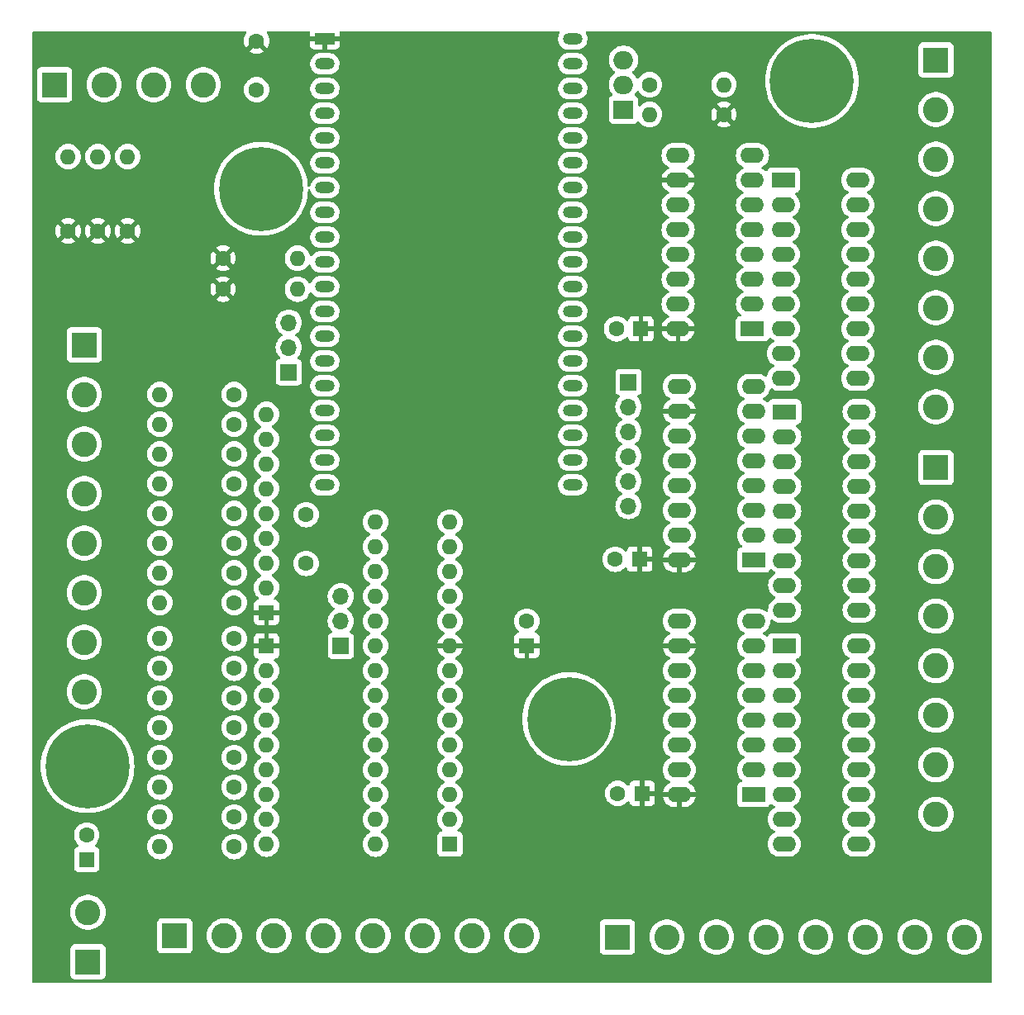
<source format=gbr>
%TF.GenerationSoftware,KiCad,Pcbnew,(7.0.0)*%
%TF.CreationDate,2023-05-27T01:43:54+02:00*%
%TF.ProjectId,workbench,776f726b-6265-46e6-9368-2e6b69636164,rev?*%
%TF.SameCoordinates,Original*%
%TF.FileFunction,Copper,L3,Inr*%
%TF.FilePolarity,Positive*%
%FSLAX46Y46*%
G04 Gerber Fmt 4.6, Leading zero omitted, Abs format (unit mm)*
G04 Created by KiCad (PCBNEW (7.0.0)) date 2023-05-27 01:43:54*
%MOMM*%
%LPD*%
G01*
G04 APERTURE LIST*
%TA.AperFunction,ComponentPad*%
%ADD10R,1.700000X1.700000*%
%TD*%
%TA.AperFunction,ComponentPad*%
%ADD11O,1.700000X1.700000*%
%TD*%
%TA.AperFunction,ComponentPad*%
%ADD12C,8.600000*%
%TD*%
%TA.AperFunction,ComponentPad*%
%ADD13C,0.900000*%
%TD*%
%TA.AperFunction,ComponentPad*%
%ADD14R,1.600000X1.600000*%
%TD*%
%TA.AperFunction,ComponentPad*%
%ADD15C,1.600000*%
%TD*%
%TA.AperFunction,ComponentPad*%
%ADD16O,1.600000X1.600000*%
%TD*%
%TA.AperFunction,ComponentPad*%
%ADD17R,2.400000X1.600000*%
%TD*%
%TA.AperFunction,ComponentPad*%
%ADD18O,2.400000X1.600000*%
%TD*%
%TA.AperFunction,ComponentPad*%
%ADD19R,2.600000X2.600000*%
%TD*%
%TA.AperFunction,ComponentPad*%
%ADD20C,2.600000*%
%TD*%
%TA.AperFunction,ComponentPad*%
%ADD21O,2.000000X1.200000*%
%TD*%
%TA.AperFunction,ComponentPad*%
%ADD22R,2.000000X1.200000*%
%TD*%
%TA.AperFunction,ComponentPad*%
%ADD23O,2.000000X1.905000*%
%TD*%
%TA.AperFunction,ComponentPad*%
%ADD24R,2.000000X1.905000*%
%TD*%
G04 APERTURE END LIST*
D10*
%TO.N,Net-(J6-Pin_1)*%
%TO.C,J6*%
X121411999Y-81152999D03*
D11*
%TO.N,Net-(J6-Pin_2)*%
X121411999Y-78612999D03*
%TO.N,Net-(J6-Pin_3)*%
X121411999Y-76072999D03*
%TD*%
D10*
%TO.N,Net-(J8-Pin_1)*%
%TO.C,J8*%
X156209999Y-82168999D03*
D11*
%TO.N,Net-(J8-Pin_2)*%
X156209999Y-84708999D03*
%TO.N,Net-(J8-Pin_3)*%
X156209999Y-87248999D03*
%TO.N,Net-(J8-Pin_4)*%
X156209999Y-89788999D03*
%TO.N,Net-(J8-Pin_5)*%
X156209999Y-92328999D03*
%TO.N,Net-(J8-Pin_6)*%
X156209999Y-94868999D03*
%TD*%
D12*
%TO.N,N/C*%
%TO.C,H4*%
X175006000Y-51308000D03*
D13*
X175006000Y-54533000D03*
X172725581Y-53588419D03*
X177286419Y-49027581D03*
X177286419Y-53588419D03*
X171781000Y-51308000D03*
X172725581Y-49027581D03*
X175006000Y-48083000D03*
X178231000Y-51308000D03*
%TD*%
D12*
%TO.N,N/C*%
%TO.C,H3*%
X118568000Y-62357000D03*
D13*
X118568000Y-65582000D03*
X116287581Y-64637419D03*
X120848419Y-60076581D03*
X120848419Y-64637419D03*
X115343000Y-62357000D03*
X116287581Y-60076581D03*
X118568000Y-59132000D03*
X121793000Y-62357000D03*
%TD*%
D12*
%TO.N,N/C*%
%TO.C,H2*%
X100788000Y-121539000D03*
D13*
X100788000Y-124764000D03*
X98507581Y-123819419D03*
X103068419Y-119258581D03*
X103068419Y-123819419D03*
X97563000Y-121539000D03*
X98507581Y-119258581D03*
X100788000Y-118314000D03*
X104013000Y-121539000D03*
%TD*%
D12*
%TO.N,N/C*%
%TO.C,H1*%
X150119600Y-116718600D03*
D13*
X150119600Y-119943600D03*
X147839181Y-118999019D03*
X152400019Y-114438181D03*
X152400019Y-118999019D03*
X146894600Y-116718600D03*
X147839181Y-114438181D03*
X150119600Y-113493600D03*
X153344600Y-116718600D03*
%TD*%
D14*
%TO.N,+5V*%
%TO.C,C3*%
X100710999Y-131103399D03*
D15*
%TO.N,GND*%
X100711000Y-128603400D03*
%TD*%
D10*
%TO.N,Net-(J5-Pin_1)*%
%TO.C,J5*%
X126745999Y-109219999D03*
D11*
%TO.N,Net-(J5-Pin_2)*%
X126745999Y-106679999D03*
%TO.N,Net-(J5-Pin_3)*%
X126745999Y-104139999D03*
%TD*%
D15*
%TO.N,+5V*%
%TO.C,C2*%
X123190000Y-95758000D03*
%TO.N,GND*%
X123190000Y-100758000D03*
%TD*%
%TO.N,+3.3V*%
%TO.C,C1*%
X118110000Y-47197000D03*
%TO.N,GND*%
X118110000Y-52197000D03*
%TD*%
%TO.N,+3.3V*%
%TO.C,R53*%
X165989000Y-54737000D03*
D16*
%TO.N,Net-(Q3-D)*%
X158368999Y-54736999D03*
%TD*%
D15*
%TO.N,Net-(RN2-R1)*%
%TO.C,R1*%
X115824000Y-108458000D03*
D16*
%TO.N,Net-(J11-Pin_8)*%
X108203999Y-108457999D03*
%TD*%
D15*
%TO.N,Net-(Q3-G)*%
%TO.C,R52*%
X158369000Y-51689000D03*
D16*
%TO.N,GND*%
X165988999Y-51688999D03*
%TD*%
D15*
%TO.N,+3.3V*%
%TO.C,R19*%
X114681000Y-69469000D03*
D16*
%TO.N,Net-(U11-DAC_2{slash}ADC2_CH9{slash}GPIO26)*%
X122300999Y-69468999D03*
%TD*%
D17*
%TO.N,/Chan24*%
%TO.C,U10*%
X172158999Y-109219999D03*
D18*
%TO.N,/Chan23*%
X172158999Y-111759999D03*
%TO.N,/Chan22*%
X172158999Y-114299999D03*
%TO.N,/Chan21*%
X172158999Y-116839999D03*
%TO.N,/Chan20*%
X172158999Y-119379999D03*
%TO.N,/Chan19*%
X172158999Y-121919999D03*
%TO.N,/Chan18*%
X172158999Y-124459999D03*
%TO.N,/Chan17*%
X172158999Y-126999999D03*
%TO.N,GND*%
X172158999Y-129539999D03*
%TO.N,+5V*%
X179778999Y-129539999D03*
%TO.N,Net-(J9-Pin_8)*%
X179778999Y-126999999D03*
%TO.N,Net-(J9-Pin_7)*%
X179778999Y-124459999D03*
%TO.N,Net-(J9-Pin_6)*%
X179778999Y-121919999D03*
%TO.N,Net-(J9-Pin_5)*%
X179778999Y-119379999D03*
%TO.N,Net-(J9-Pin_4)*%
X179778999Y-116839999D03*
%TO.N,Net-(J9-Pin_3)*%
X179778999Y-114299999D03*
%TO.N,Net-(J9-Pin_2)*%
X179778999Y-111759999D03*
%TO.N,Net-(J9-Pin_1)*%
X179778999Y-109219999D03*
%TD*%
D15*
%TO.N,Net-(RN2-R2)*%
%TO.C,R2*%
X115824000Y-111506000D03*
D16*
%TO.N,Net-(J11-Pin_7)*%
X108203999Y-111505999D03*
%TD*%
D15*
%TO.N,+3.3V*%
%TO.C,R20*%
X114681000Y-72644000D03*
D16*
%TO.N,Net-(U11-ADC2_CH7{slash}GPIO27)*%
X122300999Y-72643999D03*
%TD*%
D17*
%TO.N,/Chan18*%
%TO.C,U4*%
X169036999Y-124459999D03*
D18*
%TO.N,/Chan19*%
X169036999Y-121919999D03*
%TO.N,/Chan20*%
X169036999Y-119379999D03*
%TO.N,/Chan21*%
X169036999Y-116839999D03*
%TO.N,/Chan22*%
X169036999Y-114299999D03*
%TO.N,/Chan23*%
X169036999Y-111759999D03*
%TO.N,/Chan24*%
X169036999Y-109219999D03*
%TO.N,GND*%
X169036999Y-106679999D03*
%TO.N,unconnected-(U4-QH'-Pad9)*%
X161416999Y-106679999D03*
%TO.N,+3.3V*%
X161416999Y-109219999D03*
%TO.N,Net-(U11-GPIO22)*%
X161416999Y-111759999D03*
%TO.N,Net-(U11-GPIO21)*%
X161416999Y-114299999D03*
%TO.N,Net-(Q3-D)*%
X161416999Y-116839999D03*
%TO.N,Net-(U4-SER)*%
X161416999Y-119379999D03*
%TO.N,/Chan17*%
X161416999Y-121919999D03*
%TO.N,+3.3V*%
X161416999Y-124459999D03*
%TD*%
D14*
%TO.N,+3.3V*%
%TO.C,C16*%
X157606999Y-124332999D03*
D15*
%TO.N,GND*%
X155107000Y-124333000D03*
%TD*%
D17*
%TO.N,/Chan2*%
%TO.C,U2*%
X168909999Y-76707999D03*
D18*
%TO.N,/Chan3*%
X168909999Y-74167999D03*
%TO.N,/Chan4*%
X168909999Y-71627999D03*
%TO.N,/Chan5*%
X168909999Y-69087999D03*
%TO.N,/Chan6*%
X168909999Y-66547999D03*
%TO.N,/Chan7*%
X168909999Y-64007999D03*
%TO.N,/Chan8*%
X168909999Y-61467999D03*
%TO.N,GND*%
X168909999Y-58927999D03*
%TO.N,Net-(U2-QH')*%
X161289999Y-58927999D03*
%TO.N,+3.3V*%
X161289999Y-61467999D03*
%TO.N,Net-(U11-GPIO22)*%
X161289999Y-64007999D03*
%TO.N,Net-(U11-GPIO21)*%
X161289999Y-66547999D03*
%TO.N,Net-(Q3-D)*%
X161289999Y-69087999D03*
%TO.N,Net-(U11-GPIO19)*%
X161289999Y-71627999D03*
%TO.N,/Chan1*%
X161289999Y-74167999D03*
%TO.N,+3.3V*%
X161289999Y-76707999D03*
%TD*%
D14*
%TO.N,Net-(RN1-R1)*%
%TO.C,U6*%
X137921999Y-129539999D03*
D16*
%TO.N,Net-(RN1-R2)*%
X137921999Y-126999999D03*
%TO.N,Net-(RN1-R3)*%
X137921999Y-124459999D03*
%TO.N,Net-(RN1-R4)*%
X137921999Y-121919999D03*
%TO.N,Net-(RN1-R5)*%
X137921999Y-119379999D03*
%TO.N,Net-(RN1-R6)*%
X137921999Y-116839999D03*
%TO.N,Net-(RN1-R7)*%
X137921999Y-114299999D03*
%TO.N,Net-(RN1-R8)*%
X137921999Y-111759999D03*
%TO.N,+3.3V*%
X137921999Y-109219999D03*
%TO.N,GND*%
X137921999Y-106679999D03*
%TO.N,unconnected-(U6-NC-Pad11)*%
X137921999Y-104139999D03*
%TO.N,Net-(U11-ADC2_CH7{slash}GPIO27)*%
X137921999Y-101599999D03*
%TO.N,Net-(U11-DAC_2{slash}ADC2_CH9{slash}GPIO26)*%
X137921999Y-99059999D03*
%TO.N,unconnected-(U6-NC-Pad14)*%
X137921999Y-96519999D03*
%TO.N,GND*%
X130301999Y-96519999D03*
X130301999Y-99059999D03*
X130301999Y-101599999D03*
%TO.N,Net-(J5-Pin_3)*%
X130301999Y-104139999D03*
%TO.N,Net-(J5-Pin_2)*%
X130301999Y-106679999D03*
%TO.N,Net-(J5-Pin_1)*%
X130301999Y-109219999D03*
%TO.N,Net-(RN2-R1)*%
X130301999Y-111759999D03*
%TO.N,Net-(RN2-R2)*%
X130301999Y-114299999D03*
%TO.N,Net-(RN2-R3)*%
X130301999Y-116839999D03*
%TO.N,Net-(RN2-R4)*%
X130301999Y-119379999D03*
%TO.N,Net-(RN2-R5)*%
X130301999Y-121919999D03*
%TO.N,Net-(RN2-R6)*%
X130301999Y-124459999D03*
%TO.N,Net-(RN2-R7)*%
X130301999Y-126999999D03*
%TO.N,Net-(RN2-R8)*%
X130301999Y-129539999D03*
%TD*%
D19*
%TO.N,Net-(J2-Pin_1)*%
%TO.C,J2*%
X187705999Y-90931999D03*
D20*
%TO.N,Net-(J2-Pin_2)*%
X187706000Y-96012000D03*
%TO.N,Net-(J2-Pin_3)*%
X187706000Y-101092000D03*
%TO.N,Net-(J2-Pin_4)*%
X187706000Y-106172000D03*
%TO.N,Net-(J2-Pin_5)*%
X187706000Y-111252000D03*
%TO.N,Net-(J2-Pin_6)*%
X187706000Y-116332000D03*
%TO.N,Net-(J2-Pin_7)*%
X187706000Y-121412000D03*
%TO.N,Net-(J2-Pin_8)*%
X187706000Y-126492000D03*
%TD*%
%TO.N,Net-(J3-Pin_8)*%
%TO.C,J3*%
X100457000Y-113919000D03*
%TO.N,Net-(J3-Pin_7)*%
X100457000Y-108839000D03*
%TO.N,Net-(J3-Pin_6)*%
X100457000Y-103759000D03*
%TO.N,Net-(J3-Pin_5)*%
X100457000Y-98679000D03*
%TO.N,Net-(J3-Pin_4)*%
X100457000Y-93599000D03*
%TO.N,Net-(J3-Pin_3)*%
X100457000Y-88519000D03*
%TO.N,Net-(J3-Pin_2)*%
X100457000Y-83439000D03*
D19*
%TO.N,Net-(J3-Pin_1)*%
X100456999Y-78358999D03*
%TD*%
D14*
%TO.N,+3.3V*%
%TO.C,C17*%
X157479999Y-76707999D03*
D15*
%TO.N,GND*%
X154980000Y-76708000D03*
%TD*%
D21*
%TO.N,GND*%
%TO.C,U11*%
X150494999Y-46989999D03*
%TO.N,Net-(Q3-G)*%
X150494999Y-49529999D03*
%TO.N,Net-(U11-GPIO22)*%
X150494999Y-52069999D03*
%TO.N,unconnected-(U11-U0TXD{slash}GPIO1-Pad35)*%
X150494999Y-54609999D03*
%TO.N,unconnected-(U11-U0RXD{slash}GPIO3-Pad34)*%
X150494999Y-57149999D03*
%TO.N,Net-(U11-GPIO21)*%
X150494999Y-59689999D03*
%TO.N,unconnected-(U11-GND-Pad32)*%
X150494999Y-62229999D03*
%TO.N,Net-(U11-GPIO19)*%
X150494999Y-64769999D03*
%TO.N,Net-(J8-Pin_1)*%
X150494999Y-67309999D03*
%TO.N,Net-(J8-Pin_2)*%
X150494999Y-69849999D03*
%TO.N,Net-(J8-Pin_3)*%
X150494999Y-72389999D03*
%TO.N,Net-(J8-Pin_4)*%
X150494999Y-74929999D03*
%TO.N,Net-(J8-Pin_5)*%
X150494999Y-77469999D03*
%TO.N,unconnected-(U11-\u002AGPIO0{slash}BOOT{slash}ADC2_CH1-Pad25)*%
X150494999Y-80009999D03*
%TO.N,Net-(J8-Pin_6)*%
X150494999Y-82549999D03*
%TO.N,unconnected-(U11-\u002AMTDO{slash}GPIO15{slash}ADC2_CH3-Pad23)*%
X150494999Y-85089999D03*
%TO.N,unconnected-(U11-SD_DATA1{slash}GPIO8-Pad22)*%
X150494999Y-87629999D03*
%TO.N,unconnected-(U11-SD_DATA0{slash}GPIO7-Pad21)*%
X150491319Y-90167279D03*
%TO.N,unconnected-(U11-SD_CLK{slash}GPIO6-Pad20)*%
X150491319Y-92707279D03*
%TO.N,+5V*%
X125094999Y-92709999D03*
%TO.N,unconnected-(U11-CMD-Pad18)*%
X125094999Y-90169999D03*
%TO.N,unconnected-(U11-SD_DATA3{slash}GPIO10-Pad17)*%
X125094999Y-87629999D03*
%TO.N,unconnected-(U11-SD_DATA2{slash}GPIO9-Pad16)*%
X125094999Y-85089999D03*
%TO.N,Net-(J6-Pin_1)*%
X125094999Y-82549999D03*
%TO.N,unconnected-(U11-GND-Pad14)*%
X125094999Y-80009999D03*
%TO.N,Net-(J6-Pin_2)*%
X125094999Y-77469999D03*
%TO.N,Net-(J6-Pin_3)*%
X125094999Y-74929999D03*
%TO.N,Net-(U11-ADC2_CH7{slash}GPIO27)*%
X125094999Y-72389999D03*
%TO.N,Net-(U11-DAC_2{slash}ADC2_CH9{slash}GPIO26)*%
X125094999Y-69849999D03*
%TO.N,Net-(J10-Pin_1)*%
X125094999Y-67309999D03*
%TO.N,Net-(J10-Pin_2)*%
X125094999Y-64769999D03*
%TO.N,Net-(J10-Pin_3)*%
X125094999Y-62229999D03*
%TO.N,unconnected-(U11-VDET_2{slash}GPIO35{slash}ADC1_CH7-Pad6)*%
X125094999Y-59689999D03*
%TO.N,unconnected-(U11-VDET_1{slash}GPIO34{slash}ADC1_CH6-Pad5)*%
X125094999Y-57149999D03*
%TO.N,unconnected-(U11-SENSOR_VN{slash}GPIO39{slash}ADC1_CH3-Pad4)*%
X125094999Y-54609999D03*
%TO.N,unconnected-(U11-SENSOR_VP{slash}GPIO36{slash}ADC1_CH0-Pad3)*%
X125094999Y-52069999D03*
%TO.N,unconnected-(U11-CHIP_PU-Pad2)*%
X125094999Y-49529999D03*
D22*
%TO.N,+3.3V*%
X125094999Y-46989999D03*
%TD*%
D15*
%TO.N,Net-(RN2-R6)*%
%TO.C,R6*%
X115824000Y-123698000D03*
D16*
%TO.N,Net-(J11-Pin_3)*%
X108203999Y-123697999D03*
%TD*%
D19*
%TO.N,Net-(J4-Pin_1)*%
%TO.C,J4*%
X187705999Y-49148999D03*
D20*
%TO.N,Net-(J4-Pin_2)*%
X187706000Y-54229000D03*
%TO.N,Net-(J4-Pin_3)*%
X187706000Y-59309000D03*
%TO.N,Net-(J4-Pin_4)*%
X187706000Y-64389000D03*
%TO.N,Net-(J4-Pin_5)*%
X187706000Y-69469000D03*
%TO.N,Net-(J4-Pin_6)*%
X187706000Y-74549000D03*
%TO.N,Net-(J4-Pin_7)*%
X187706000Y-79629000D03*
%TO.N,Net-(J4-Pin_8)*%
X187706000Y-84709000D03*
%TD*%
D16*
%TO.N,Net-(J3-Pin_8)*%
%TO.C,R9*%
X108203999Y-104774999D03*
D15*
%TO.N,Net-(RN1-R1)*%
X115824000Y-104775000D03*
%TD*%
%TO.N,Net-(RN1-R5)*%
%TO.C,R13*%
X115824000Y-92583000D03*
D16*
%TO.N,Net-(J3-Pin_4)*%
X108203999Y-92582999D03*
%TD*%
D15*
%TO.N,Net-(RN2-R3)*%
%TO.C,R3*%
X115824000Y-114554000D03*
D16*
%TO.N,Net-(J11-Pin_6)*%
X108203999Y-114553999D03*
%TD*%
D15*
%TO.N,+3.3V*%
%TO.C,R22*%
X101854000Y-66675000D03*
D16*
%TO.N,Net-(J10-Pin_2)*%
X101853999Y-59054999D03*
%TD*%
D14*
%TO.N,+3.3V*%
%TO.C,C14*%
X145795999Y-109179999D03*
D15*
%TO.N,GND*%
X145796000Y-106680000D03*
%TD*%
%TO.N,Net-(RN1-R4)*%
%TO.C,R12*%
X115824000Y-95631000D03*
D16*
%TO.N,Net-(J3-Pin_5)*%
X108203999Y-95630999D03*
%TD*%
D17*
%TO.N,/Chan10*%
%TO.C,U7*%
X169036999Y-100393999D03*
D18*
%TO.N,/Chan11*%
X169036999Y-97853999D03*
%TO.N,/Chan12*%
X169036999Y-95313999D03*
%TO.N,/Chan13*%
X169036999Y-92773999D03*
%TO.N,/Chan14*%
X169036999Y-90233999D03*
%TO.N,/Chan15*%
X169036999Y-87693999D03*
%TO.N,/Chan16*%
X169036999Y-85153999D03*
%TO.N,GND*%
X169036999Y-82613999D03*
%TO.N,Net-(U4-SER)*%
X161416999Y-82613999D03*
%TO.N,+3.3V*%
X161416999Y-85153999D03*
%TO.N,Net-(U11-GPIO22)*%
X161416999Y-87693999D03*
%TO.N,Net-(U11-GPIO21)*%
X161416999Y-90233999D03*
%TO.N,Net-(Q3-D)*%
X161416999Y-92773999D03*
%TO.N,Net-(U2-QH')*%
X161416999Y-95313999D03*
%TO.N,/Chan9*%
X161416999Y-97853999D03*
%TO.N,+3.3V*%
X161416999Y-100393999D03*
%TD*%
D15*
%TO.N,Net-(RN2-R7)*%
%TO.C,R7*%
X115824000Y-126746000D03*
D16*
%TO.N,Net-(J11-Pin_2)*%
X108203999Y-126745999D03*
%TD*%
D23*
%TO.N,GND*%
%TO.C,Q3*%
X155701999Y-49148999D03*
%TO.N,Net-(Q3-G)*%
X155701999Y-51688999D03*
D24*
%TO.N,Net-(Q3-D)*%
X155701999Y-54228999D03*
%TD*%
D20*
%TO.N,Net-(J9-Pin_8)*%
%TO.C,J9*%
X190627000Y-139065000D03*
%TO.N,Net-(J9-Pin_7)*%
X185547000Y-139065000D03*
%TO.N,Net-(J9-Pin_6)*%
X180467000Y-139065000D03*
%TO.N,Net-(J9-Pin_5)*%
X175387000Y-139065000D03*
%TO.N,Net-(J9-Pin_4)*%
X170307000Y-139065000D03*
%TO.N,Net-(J9-Pin_3)*%
X165227000Y-139065000D03*
%TO.N,Net-(J9-Pin_2)*%
X160147000Y-139065000D03*
D19*
%TO.N,Net-(J9-Pin_1)*%
X155066999Y-139064999D03*
%TD*%
D17*
%TO.N,/Chan8*%
%TO.C,U3*%
X172084999Y-61467999D03*
D18*
%TO.N,/Chan7*%
X172084999Y-64007999D03*
%TO.N,/Chan6*%
X172084999Y-66547999D03*
%TO.N,/Chan5*%
X172084999Y-69087999D03*
%TO.N,/Chan4*%
X172084999Y-71627999D03*
%TO.N,/Chan3*%
X172084999Y-74167999D03*
%TO.N,/Chan2*%
X172084999Y-76707999D03*
%TO.N,/Chan1*%
X172084999Y-79247999D03*
%TO.N,GND*%
X172084999Y-81787999D03*
%TO.N,+5V*%
X179704999Y-81787999D03*
%TO.N,Net-(J4-Pin_8)*%
X179704999Y-79247999D03*
%TO.N,Net-(J4-Pin_7)*%
X179704999Y-76707999D03*
%TO.N,Net-(J4-Pin_6)*%
X179704999Y-74167999D03*
%TO.N,Net-(J4-Pin_5)*%
X179704999Y-71627999D03*
%TO.N,Net-(J4-Pin_4)*%
X179704999Y-69087999D03*
%TO.N,Net-(J4-Pin_3)*%
X179704999Y-66547999D03*
%TO.N,Net-(J4-Pin_2)*%
X179704999Y-64007999D03*
%TO.N,Net-(J4-Pin_1)*%
X179704999Y-61467999D03*
%TD*%
D15*
%TO.N,Net-(RN1-R8)*%
%TO.C,R16*%
X115824000Y-83439000D03*
D16*
%TO.N,Net-(J3-Pin_1)*%
X108203999Y-83438999D03*
%TD*%
D15*
%TO.N,Net-(RN1-R3)*%
%TO.C,R11*%
X115824000Y-98679000D03*
D16*
%TO.N,Net-(J3-Pin_6)*%
X108203999Y-98678999D03*
%TD*%
D19*
%TO.N,Net-(J11-Pin_1)*%
%TO.C,J11*%
X109727999Y-138937999D03*
D20*
%TO.N,Net-(J11-Pin_2)*%
X114808000Y-138938000D03*
%TO.N,Net-(J11-Pin_3)*%
X119888000Y-138938000D03*
%TO.N,Net-(J11-Pin_4)*%
X124968000Y-138938000D03*
%TO.N,Net-(J11-Pin_5)*%
X130048000Y-138938000D03*
%TO.N,Net-(J11-Pin_6)*%
X135128000Y-138938000D03*
%TO.N,Net-(J11-Pin_7)*%
X140208000Y-138938000D03*
%TO.N,Net-(J11-Pin_8)*%
X145288000Y-138938000D03*
%TD*%
D15*
%TO.N,+3.3V*%
%TO.C,R35*%
X98806000Y-66675000D03*
D16*
%TO.N,Net-(J10-Pin_1)*%
X98805999Y-59054999D03*
%TD*%
D15*
%TO.N,Net-(RN2-R4)*%
%TO.C,R4*%
X115824000Y-117602000D03*
D16*
%TO.N,Net-(J11-Pin_5)*%
X108203999Y-117601999D03*
%TD*%
D15*
%TO.N,+3.3V*%
%TO.C,R21*%
X104902000Y-66675000D03*
D16*
%TO.N,Net-(J10-Pin_3)*%
X104901999Y-59054999D03*
%TD*%
D17*
%TO.N,/Chan16*%
%TO.C,U9*%
X172211999Y-85216999D03*
D18*
%TO.N,/Chan15*%
X172211999Y-87756999D03*
%TO.N,/Chan14*%
X172211999Y-90296999D03*
%TO.N,/Chan13*%
X172211999Y-92836999D03*
%TO.N,/Chan12*%
X172211999Y-95376999D03*
%TO.N,/Chan11*%
X172211999Y-97916999D03*
%TO.N,/Chan10*%
X172211999Y-100456999D03*
%TO.N,/Chan9*%
X172211999Y-102996999D03*
%TO.N,GND*%
X172211999Y-105536999D03*
%TO.N,+5V*%
X179831999Y-105536999D03*
%TO.N,Net-(J2-Pin_8)*%
X179831999Y-102996999D03*
%TO.N,Net-(J2-Pin_7)*%
X179831999Y-100456999D03*
%TO.N,Net-(J2-Pin_6)*%
X179831999Y-97916999D03*
%TO.N,Net-(J2-Pin_5)*%
X179831999Y-95376999D03*
%TO.N,Net-(J2-Pin_4)*%
X179831999Y-92836999D03*
%TO.N,Net-(J2-Pin_3)*%
X179831999Y-90296999D03*
%TO.N,Net-(J2-Pin_2)*%
X179831999Y-87756999D03*
%TO.N,Net-(J2-Pin_1)*%
X179831999Y-85216999D03*
%TD*%
D15*
%TO.N,Net-(RN1-R2)*%
%TO.C,R10*%
X115824000Y-101727000D03*
D16*
%TO.N,Net-(J3-Pin_7)*%
X108203999Y-101726999D03*
%TD*%
%TO.N,Net-(J11-Pin_4)*%
%TO.C,R5*%
X108203999Y-120649999D03*
D15*
%TO.N,Net-(RN2-R5)*%
X115824000Y-120650000D03*
%TD*%
D19*
%TO.N,Net-(J10-Pin_1)*%
%TO.C,J10*%
X97408999Y-51688999D03*
D20*
%TO.N,Net-(J10-Pin_2)*%
X102489000Y-51689000D03*
%TO.N,Net-(J10-Pin_3)*%
X107569000Y-51689000D03*
%TO.N,GND*%
X112649000Y-51689000D03*
%TD*%
D15*
%TO.N,Net-(RN1-R7)*%
%TO.C,R15*%
X115824000Y-86487000D03*
D16*
%TO.N,Net-(J3-Pin_2)*%
X108203999Y-86486999D03*
%TD*%
D15*
%TO.N,Net-(RN1-R6)*%
%TO.C,R14*%
X115824000Y-89535000D03*
D16*
%TO.N,Net-(J3-Pin_3)*%
X108203999Y-89534999D03*
%TD*%
D19*
%TO.N,GND*%
%TO.C,J1*%
X100837999Y-141604999D03*
D20*
%TO.N,+5V*%
X100838000Y-136525000D03*
%TD*%
D14*
%TO.N,+3.3V*%
%TO.C,RN1*%
X119125999Y-105790999D03*
D16*
%TO.N,Net-(RN1-R1)*%
X119125999Y-103250999D03*
%TO.N,Net-(RN1-R2)*%
X119125999Y-100710999D03*
%TO.N,Net-(RN1-R3)*%
X119125999Y-98170999D03*
%TO.N,Net-(RN1-R4)*%
X119125999Y-95630999D03*
%TO.N,Net-(RN1-R5)*%
X119125999Y-93090999D03*
%TO.N,Net-(RN1-R6)*%
X119125999Y-90550999D03*
%TO.N,Net-(RN1-R7)*%
X119125999Y-88010999D03*
%TO.N,Net-(RN1-R8)*%
X119125999Y-85470999D03*
%TD*%
D14*
%TO.N,+3.3V*%
%TO.C,RN2*%
X119125999Y-109219999D03*
D16*
%TO.N,Net-(RN2-R1)*%
X119125999Y-111759999D03*
%TO.N,Net-(RN2-R2)*%
X119125999Y-114299999D03*
%TO.N,Net-(RN2-R3)*%
X119125999Y-116839999D03*
%TO.N,Net-(RN2-R4)*%
X119125999Y-119379999D03*
%TO.N,Net-(RN2-R5)*%
X119125999Y-121919999D03*
%TO.N,Net-(RN2-R6)*%
X119125999Y-124459999D03*
%TO.N,Net-(RN2-R7)*%
X119125999Y-126999999D03*
%TO.N,Net-(RN2-R8)*%
X119125999Y-129539999D03*
%TD*%
D15*
%TO.N,Net-(RN2-R8)*%
%TO.C,R8*%
X115824000Y-129794000D03*
D16*
%TO.N,Net-(J11-Pin_1)*%
X108203999Y-129793999D03*
%TD*%
D14*
%TO.N,+3.3V*%
%TO.C,C15*%
X157352999Y-100329999D03*
D15*
%TO.N,GND*%
X154853000Y-100330000D03*
%TD*%
%TA.AperFunction,Conductor*%
%TO.N,+3.3V*%
G36*
X102991207Y-46228993D02*
G01*
X116961379Y-46230756D01*
X117025699Y-46248753D01*
X117071354Y-46297506D01*
X117085095Y-46362870D01*
X117062936Y-46425879D01*
X116982971Y-46540081D01*
X116977579Y-46549419D01*
X116886020Y-46745768D01*
X116882332Y-46755902D01*
X116826260Y-46965162D01*
X116824386Y-46975793D01*
X116805506Y-47191605D01*
X116805506Y-47202395D01*
X116824386Y-47418206D01*
X116826260Y-47428837D01*
X116882332Y-47638097D01*
X116886020Y-47648231D01*
X116977576Y-47844572D01*
X116982974Y-47853922D01*
X117023184Y-47911348D01*
X117031295Y-47918781D01*
X117040574Y-47912870D01*
X118022318Y-46931127D01*
X118077905Y-46899033D01*
X118142093Y-46899033D01*
X118197680Y-46931127D01*
X119179421Y-47912867D01*
X119188703Y-47918780D01*
X119196814Y-47911348D01*
X119237026Y-47853920D01*
X119242422Y-47844575D01*
X119333979Y-47648231D01*
X119337667Y-47638097D01*
X119338626Y-47634518D01*
X123595000Y-47634518D01*
X123595353Y-47641114D01*
X123600573Y-47689667D01*
X123604111Y-47704641D01*
X123648547Y-47823777D01*
X123656962Y-47839189D01*
X123732498Y-47940092D01*
X123744907Y-47952501D01*
X123845810Y-48028037D01*
X123861222Y-48036452D01*
X123980358Y-48080888D01*
X123995332Y-48084426D01*
X124043885Y-48089646D01*
X124050482Y-48090000D01*
X124828674Y-48090000D01*
X124841549Y-48086549D01*
X124845000Y-48073674D01*
X125345000Y-48073674D01*
X125348450Y-48086549D01*
X125361326Y-48090000D01*
X126139518Y-48090000D01*
X126146114Y-48089646D01*
X126194667Y-48084426D01*
X126209641Y-48080888D01*
X126328777Y-48036452D01*
X126344189Y-48028037D01*
X126445092Y-47952501D01*
X126457501Y-47940092D01*
X126533037Y-47839189D01*
X126541452Y-47823777D01*
X126585888Y-47704641D01*
X126589426Y-47689667D01*
X126594646Y-47641114D01*
X126595000Y-47634518D01*
X126595000Y-47256326D01*
X126591549Y-47243450D01*
X126578674Y-47240000D01*
X125361326Y-47240000D01*
X125348450Y-47243450D01*
X125345000Y-47256326D01*
X125345000Y-48073674D01*
X124845000Y-48073674D01*
X124845000Y-47256326D01*
X124841549Y-47243450D01*
X124828674Y-47240000D01*
X123611326Y-47240000D01*
X123598450Y-47243450D01*
X123595000Y-47256326D01*
X123595000Y-47634518D01*
X119338626Y-47634518D01*
X119393739Y-47428837D01*
X119395613Y-47418206D01*
X119414494Y-47202395D01*
X119414494Y-47191605D01*
X119395613Y-46975793D01*
X119393739Y-46965162D01*
X119337667Y-46755902D01*
X119333979Y-46745768D01*
X119242420Y-46549419D01*
X119237029Y-46540081D01*
X119157266Y-46426168D01*
X119135106Y-46363151D01*
X119148855Y-46297781D01*
X119194523Y-46249030D01*
X119258851Y-46231046D01*
X123471017Y-46231578D01*
X123533009Y-46248196D01*
X123578390Y-46293583D01*
X123595000Y-46355578D01*
X123595000Y-46723674D01*
X123598450Y-46736549D01*
X123611326Y-46740000D01*
X126578674Y-46740000D01*
X126591549Y-46736549D01*
X126595000Y-46723674D01*
X126595000Y-46355988D01*
X126611615Y-46293983D01*
X126657009Y-46248596D01*
X126719014Y-46231988D01*
X149045510Y-46234806D01*
X149107499Y-46251424D01*
X149152880Y-46296812D01*
X149169489Y-46358809D01*
X149152876Y-46420805D01*
X149092352Y-46525635D01*
X149092349Y-46525640D01*
X149089396Y-46530756D01*
X149087465Y-46536335D01*
X149087461Y-46536344D01*
X149022587Y-46723785D01*
X149022584Y-46723794D01*
X149020656Y-46729367D01*
X149019816Y-46735203D01*
X149019815Y-46735211D01*
X148991585Y-46931558D01*
X148991584Y-46931564D01*
X148990746Y-46937398D01*
X148991026Y-46943282D01*
X148991026Y-46943289D01*
X148995757Y-47042602D01*
X149000746Y-47147330D01*
X149002135Y-47153058D01*
X149002137Y-47153067D01*
X149037597Y-47299230D01*
X149050296Y-47351576D01*
X149137604Y-47542753D01*
X149141031Y-47547566D01*
X149141032Y-47547567D01*
X149200626Y-47631256D01*
X149259514Y-47713952D01*
X149296514Y-47749231D01*
X149347491Y-47797838D01*
X149411622Y-47858986D01*
X149588428Y-47972613D01*
X149593911Y-47974808D01*
X149593913Y-47974809D01*
X149778060Y-48048530D01*
X149783543Y-48050725D01*
X149989915Y-48090500D01*
X150944471Y-48090500D01*
X150947425Y-48090500D01*
X151104218Y-48075528D01*
X151305875Y-48016316D01*
X151492682Y-47920011D01*
X151657886Y-47790092D01*
X151795519Y-47631256D01*
X151900604Y-47449244D01*
X151969344Y-47250633D01*
X151999254Y-47042602D01*
X151989254Y-46832670D01*
X151939704Y-46628424D01*
X151852396Y-46437247D01*
X151848017Y-46431098D01*
X151847721Y-46430274D01*
X151846017Y-46427322D01*
X151846549Y-46427014D01*
X151825341Y-46368014D01*
X151838813Y-46302345D01*
X151884497Y-46253285D01*
X151949037Y-46235173D01*
X193297017Y-46240392D01*
X193359009Y-46257010D01*
X193404390Y-46302397D01*
X193421000Y-46364392D01*
X193421000Y-143640016D01*
X193404390Y-143702011D01*
X193359009Y-143747398D01*
X193297017Y-143764015D01*
X143987231Y-143770239D01*
X95247016Y-143776392D01*
X95185009Y-143759784D01*
X95139615Y-143714397D01*
X95123000Y-143652392D01*
X95123000Y-142949578D01*
X99037500Y-142949578D01*
X99037501Y-142952872D01*
X99037853Y-142956150D01*
X99037854Y-142956161D01*
X99043079Y-143004768D01*
X99043080Y-143004773D01*
X99043909Y-143012483D01*
X99046619Y-143019749D01*
X99046620Y-143019753D01*
X99080217Y-143109831D01*
X99094204Y-143147331D01*
X99180454Y-143262546D01*
X99295669Y-143348796D01*
X99430517Y-143399091D01*
X99490127Y-143405500D01*
X102185872Y-143405499D01*
X102245483Y-143399091D01*
X102380331Y-143348796D01*
X102495546Y-143262546D01*
X102581796Y-143147331D01*
X102632091Y-143012483D01*
X102638500Y-142952873D01*
X102638499Y-140282578D01*
X107927500Y-140282578D01*
X107927501Y-140285872D01*
X107927853Y-140289150D01*
X107927854Y-140289161D01*
X107933079Y-140337768D01*
X107933080Y-140337773D01*
X107933909Y-140345483D01*
X107936619Y-140352749D01*
X107936620Y-140352753D01*
X107957804Y-140409550D01*
X107984204Y-140480331D01*
X108070454Y-140595546D01*
X108185669Y-140681796D01*
X108320517Y-140732091D01*
X108380127Y-140738500D01*
X111075872Y-140738499D01*
X111135483Y-140732091D01*
X111270331Y-140681796D01*
X111385546Y-140595546D01*
X111471796Y-140480331D01*
X111522091Y-140345483D01*
X111528500Y-140285873D01*
X111528499Y-138938000D01*
X113002451Y-138938000D01*
X113022617Y-139207103D01*
X113082666Y-139470195D01*
X113181257Y-139721398D01*
X113316185Y-139955102D01*
X113484439Y-140166085D01*
X113578994Y-140253819D01*
X113621312Y-140293085D01*
X113682259Y-140349635D01*
X113905226Y-140501651D01*
X114148359Y-140618738D01*
X114152787Y-140620103D01*
X114152790Y-140620105D01*
X114277293Y-140658508D01*
X114406228Y-140698280D01*
X114673071Y-140738500D01*
X114938292Y-140738500D01*
X114942929Y-140738500D01*
X115209772Y-140698280D01*
X115467641Y-140618738D01*
X115710775Y-140501651D01*
X115933741Y-140349635D01*
X116131561Y-140166085D01*
X116299815Y-139955102D01*
X116434743Y-139721398D01*
X116533334Y-139470195D01*
X116593383Y-139207103D01*
X116613549Y-138938000D01*
X118082451Y-138938000D01*
X118102617Y-139207103D01*
X118162666Y-139470195D01*
X118261257Y-139721398D01*
X118396185Y-139955102D01*
X118564439Y-140166085D01*
X118658994Y-140253819D01*
X118701312Y-140293085D01*
X118762259Y-140349635D01*
X118985226Y-140501651D01*
X119228359Y-140618738D01*
X119232787Y-140620103D01*
X119232790Y-140620105D01*
X119357293Y-140658508D01*
X119486228Y-140698280D01*
X119753071Y-140738500D01*
X120018292Y-140738500D01*
X120022929Y-140738500D01*
X120289772Y-140698280D01*
X120547641Y-140618738D01*
X120790775Y-140501651D01*
X121013741Y-140349635D01*
X121211561Y-140166085D01*
X121379815Y-139955102D01*
X121514743Y-139721398D01*
X121613334Y-139470195D01*
X121673383Y-139207103D01*
X121693549Y-138938000D01*
X123162451Y-138938000D01*
X123182617Y-139207103D01*
X123242666Y-139470195D01*
X123341257Y-139721398D01*
X123476185Y-139955102D01*
X123644439Y-140166085D01*
X123738994Y-140253819D01*
X123781312Y-140293085D01*
X123842259Y-140349635D01*
X124065226Y-140501651D01*
X124308359Y-140618738D01*
X124312787Y-140620103D01*
X124312790Y-140620105D01*
X124437293Y-140658508D01*
X124566228Y-140698280D01*
X124833071Y-140738500D01*
X125098292Y-140738500D01*
X125102929Y-140738500D01*
X125369772Y-140698280D01*
X125627641Y-140618738D01*
X125870775Y-140501651D01*
X126093741Y-140349635D01*
X126291561Y-140166085D01*
X126459815Y-139955102D01*
X126594743Y-139721398D01*
X126693334Y-139470195D01*
X126753383Y-139207103D01*
X126773549Y-138938000D01*
X128242451Y-138938000D01*
X128262617Y-139207103D01*
X128322666Y-139470195D01*
X128421257Y-139721398D01*
X128556185Y-139955102D01*
X128724439Y-140166085D01*
X128818994Y-140253819D01*
X128861312Y-140293085D01*
X128922259Y-140349635D01*
X129145226Y-140501651D01*
X129388359Y-140618738D01*
X129392787Y-140620103D01*
X129392790Y-140620105D01*
X129517293Y-140658508D01*
X129646228Y-140698280D01*
X129913071Y-140738500D01*
X130178292Y-140738500D01*
X130182929Y-140738500D01*
X130449772Y-140698280D01*
X130707641Y-140618738D01*
X130950775Y-140501651D01*
X131173741Y-140349635D01*
X131371561Y-140166085D01*
X131539815Y-139955102D01*
X131674743Y-139721398D01*
X131773334Y-139470195D01*
X131833383Y-139207103D01*
X131853549Y-138938000D01*
X133322451Y-138938000D01*
X133342617Y-139207103D01*
X133402666Y-139470195D01*
X133501257Y-139721398D01*
X133636185Y-139955102D01*
X133804439Y-140166085D01*
X133898994Y-140253819D01*
X133941312Y-140293085D01*
X134002259Y-140349635D01*
X134225226Y-140501651D01*
X134468359Y-140618738D01*
X134472787Y-140620103D01*
X134472790Y-140620105D01*
X134597293Y-140658508D01*
X134726228Y-140698280D01*
X134993071Y-140738500D01*
X135258292Y-140738500D01*
X135262929Y-140738500D01*
X135529772Y-140698280D01*
X135787641Y-140618738D01*
X136030775Y-140501651D01*
X136253741Y-140349635D01*
X136451561Y-140166085D01*
X136619815Y-139955102D01*
X136754743Y-139721398D01*
X136853334Y-139470195D01*
X136913383Y-139207103D01*
X136933549Y-138938000D01*
X138402451Y-138938000D01*
X138422617Y-139207103D01*
X138482666Y-139470195D01*
X138581257Y-139721398D01*
X138716185Y-139955102D01*
X138884439Y-140166085D01*
X138978994Y-140253819D01*
X139021312Y-140293085D01*
X139082259Y-140349635D01*
X139305226Y-140501651D01*
X139548359Y-140618738D01*
X139552787Y-140620103D01*
X139552790Y-140620105D01*
X139677293Y-140658508D01*
X139806228Y-140698280D01*
X140073071Y-140738500D01*
X140338292Y-140738500D01*
X140342929Y-140738500D01*
X140609772Y-140698280D01*
X140867641Y-140618738D01*
X141110775Y-140501651D01*
X141333741Y-140349635D01*
X141531561Y-140166085D01*
X141699815Y-139955102D01*
X141834743Y-139721398D01*
X141933334Y-139470195D01*
X141993383Y-139207103D01*
X142013549Y-138938000D01*
X143482451Y-138938000D01*
X143502617Y-139207103D01*
X143562666Y-139470195D01*
X143661257Y-139721398D01*
X143796185Y-139955102D01*
X143964439Y-140166085D01*
X144058994Y-140253819D01*
X144101312Y-140293085D01*
X144162259Y-140349635D01*
X144385226Y-140501651D01*
X144628359Y-140618738D01*
X144632787Y-140620103D01*
X144632790Y-140620105D01*
X144757293Y-140658508D01*
X144886228Y-140698280D01*
X145153071Y-140738500D01*
X145418292Y-140738500D01*
X145422929Y-140738500D01*
X145689772Y-140698280D01*
X145947641Y-140618738D01*
X146190775Y-140501651D01*
X146325821Y-140409578D01*
X153266500Y-140409578D01*
X153266501Y-140412872D01*
X153266853Y-140416150D01*
X153266854Y-140416161D01*
X153272079Y-140464768D01*
X153272080Y-140464773D01*
X153272909Y-140472483D01*
X153275619Y-140479749D01*
X153275620Y-140479753D01*
X153275836Y-140480331D01*
X153323204Y-140607331D01*
X153328518Y-140614430D01*
X153328519Y-140614431D01*
X153378948Y-140681796D01*
X153409454Y-140722546D01*
X153524669Y-140808796D01*
X153659517Y-140859091D01*
X153719127Y-140865500D01*
X156414872Y-140865499D01*
X156474483Y-140859091D01*
X156609331Y-140808796D01*
X156724546Y-140722546D01*
X156810796Y-140607331D01*
X156861091Y-140472483D01*
X156867500Y-140412873D01*
X156867499Y-139065000D01*
X158341451Y-139065000D01*
X158341798Y-139069631D01*
X158352438Y-139211622D01*
X158361617Y-139334103D01*
X158421666Y-139597195D01*
X158423362Y-139601518D01*
X158423363Y-139601519D01*
X158503028Y-139804501D01*
X158520257Y-139848398D01*
X158655185Y-140082102D01*
X158823439Y-140293085D01*
X158887201Y-140352247D01*
X158948958Y-140409550D01*
X159021259Y-140476635D01*
X159244226Y-140628651D01*
X159487359Y-140745738D01*
X159491787Y-140747103D01*
X159491790Y-140747105D01*
X159616293Y-140785508D01*
X159745228Y-140825280D01*
X160012071Y-140865500D01*
X160277292Y-140865500D01*
X160281929Y-140865500D01*
X160548772Y-140825280D01*
X160806641Y-140745738D01*
X161049775Y-140628651D01*
X161272741Y-140476635D01*
X161470561Y-140293085D01*
X161638815Y-140082102D01*
X161773743Y-139848398D01*
X161872334Y-139597195D01*
X161932383Y-139334103D01*
X161952549Y-139065000D01*
X163421451Y-139065000D01*
X163421798Y-139069631D01*
X163432438Y-139211622D01*
X163441617Y-139334103D01*
X163501666Y-139597195D01*
X163503362Y-139601518D01*
X163503363Y-139601519D01*
X163583028Y-139804501D01*
X163600257Y-139848398D01*
X163735185Y-140082102D01*
X163903439Y-140293085D01*
X163967201Y-140352247D01*
X164028958Y-140409550D01*
X164101259Y-140476635D01*
X164324226Y-140628651D01*
X164567359Y-140745738D01*
X164571787Y-140747103D01*
X164571790Y-140747105D01*
X164696293Y-140785508D01*
X164825228Y-140825280D01*
X165092071Y-140865500D01*
X165357292Y-140865500D01*
X165361929Y-140865500D01*
X165628772Y-140825280D01*
X165886641Y-140745738D01*
X166129775Y-140628651D01*
X166352741Y-140476635D01*
X166550561Y-140293085D01*
X166718815Y-140082102D01*
X166853743Y-139848398D01*
X166952334Y-139597195D01*
X167012383Y-139334103D01*
X167032549Y-139065000D01*
X168501451Y-139065000D01*
X168501798Y-139069631D01*
X168512438Y-139211622D01*
X168521617Y-139334103D01*
X168581666Y-139597195D01*
X168583362Y-139601518D01*
X168583363Y-139601519D01*
X168663028Y-139804501D01*
X168680257Y-139848398D01*
X168815185Y-140082102D01*
X168983439Y-140293085D01*
X169047201Y-140352247D01*
X169108958Y-140409550D01*
X169181259Y-140476635D01*
X169404226Y-140628651D01*
X169647359Y-140745738D01*
X169651787Y-140747103D01*
X169651790Y-140747105D01*
X169776293Y-140785508D01*
X169905228Y-140825280D01*
X170172071Y-140865500D01*
X170437292Y-140865500D01*
X170441929Y-140865500D01*
X170708772Y-140825280D01*
X170966641Y-140745738D01*
X171209775Y-140628651D01*
X171432741Y-140476635D01*
X171630561Y-140293085D01*
X171798815Y-140082102D01*
X171933743Y-139848398D01*
X172032334Y-139597195D01*
X172092383Y-139334103D01*
X172112549Y-139065000D01*
X173581451Y-139065000D01*
X173581798Y-139069631D01*
X173592438Y-139211622D01*
X173601617Y-139334103D01*
X173661666Y-139597195D01*
X173663362Y-139601518D01*
X173663363Y-139601519D01*
X173743028Y-139804501D01*
X173760257Y-139848398D01*
X173895185Y-140082102D01*
X174063439Y-140293085D01*
X174127201Y-140352247D01*
X174188958Y-140409550D01*
X174261259Y-140476635D01*
X174484226Y-140628651D01*
X174727359Y-140745738D01*
X174731787Y-140747103D01*
X174731790Y-140747105D01*
X174856293Y-140785508D01*
X174985228Y-140825280D01*
X175252071Y-140865500D01*
X175517292Y-140865500D01*
X175521929Y-140865500D01*
X175788772Y-140825280D01*
X176046641Y-140745738D01*
X176289775Y-140628651D01*
X176512741Y-140476635D01*
X176710561Y-140293085D01*
X176878815Y-140082102D01*
X177013743Y-139848398D01*
X177112334Y-139597195D01*
X177172383Y-139334103D01*
X177192549Y-139065000D01*
X178661451Y-139065000D01*
X178661798Y-139069631D01*
X178672438Y-139211622D01*
X178681617Y-139334103D01*
X178741666Y-139597195D01*
X178743362Y-139601518D01*
X178743363Y-139601519D01*
X178823028Y-139804501D01*
X178840257Y-139848398D01*
X178975185Y-140082102D01*
X179143439Y-140293085D01*
X179207201Y-140352247D01*
X179268958Y-140409550D01*
X179341259Y-140476635D01*
X179564226Y-140628651D01*
X179807359Y-140745738D01*
X179811787Y-140747103D01*
X179811790Y-140747105D01*
X179936293Y-140785508D01*
X180065228Y-140825280D01*
X180332071Y-140865500D01*
X180597292Y-140865500D01*
X180601929Y-140865500D01*
X180868772Y-140825280D01*
X181126641Y-140745738D01*
X181369775Y-140628651D01*
X181592741Y-140476635D01*
X181790561Y-140293085D01*
X181958815Y-140082102D01*
X182093743Y-139848398D01*
X182192334Y-139597195D01*
X182252383Y-139334103D01*
X182272549Y-139065000D01*
X183741451Y-139065000D01*
X183741798Y-139069631D01*
X183752438Y-139211622D01*
X183761617Y-139334103D01*
X183821666Y-139597195D01*
X183823362Y-139601518D01*
X183823363Y-139601519D01*
X183903028Y-139804501D01*
X183920257Y-139848398D01*
X184055185Y-140082102D01*
X184223439Y-140293085D01*
X184287201Y-140352247D01*
X184348958Y-140409550D01*
X184421259Y-140476635D01*
X184644226Y-140628651D01*
X184887359Y-140745738D01*
X184891787Y-140747103D01*
X184891790Y-140747105D01*
X185016293Y-140785508D01*
X185145228Y-140825280D01*
X185412071Y-140865500D01*
X185677292Y-140865500D01*
X185681929Y-140865500D01*
X185948772Y-140825280D01*
X186206641Y-140745738D01*
X186449775Y-140628651D01*
X186672741Y-140476635D01*
X186870561Y-140293085D01*
X187038815Y-140082102D01*
X187173743Y-139848398D01*
X187272334Y-139597195D01*
X187332383Y-139334103D01*
X187352549Y-139065000D01*
X188821451Y-139065000D01*
X188821798Y-139069631D01*
X188832438Y-139211622D01*
X188841617Y-139334103D01*
X188901666Y-139597195D01*
X188903362Y-139601518D01*
X188903363Y-139601519D01*
X188983028Y-139804501D01*
X189000257Y-139848398D01*
X189135185Y-140082102D01*
X189303439Y-140293085D01*
X189367201Y-140352247D01*
X189428958Y-140409550D01*
X189501259Y-140476635D01*
X189724226Y-140628651D01*
X189967359Y-140745738D01*
X189971787Y-140747103D01*
X189971790Y-140747105D01*
X190096293Y-140785508D01*
X190225228Y-140825280D01*
X190492071Y-140865500D01*
X190757292Y-140865500D01*
X190761929Y-140865500D01*
X191028772Y-140825280D01*
X191286641Y-140745738D01*
X191529775Y-140628651D01*
X191752741Y-140476635D01*
X191950561Y-140293085D01*
X192118815Y-140082102D01*
X192253743Y-139848398D01*
X192352334Y-139597195D01*
X192412383Y-139334103D01*
X192432549Y-139065000D01*
X192412383Y-138795897D01*
X192352334Y-138532805D01*
X192253743Y-138281602D01*
X192118815Y-138047898D01*
X191950561Y-137836915D01*
X191851650Y-137745139D01*
X191756146Y-137656524D01*
X191756143Y-137656521D01*
X191752741Y-137653365D01*
X191748912Y-137650754D01*
X191748909Y-137650752D01*
X191594867Y-137545728D01*
X191529775Y-137501349D01*
X191525589Y-137499333D01*
X191290820Y-137386274D01*
X191290814Y-137386271D01*
X191286641Y-137384262D01*
X191282219Y-137382898D01*
X191282209Y-137382894D01*
X191033202Y-137306086D01*
X191033196Y-137306084D01*
X191028772Y-137304720D01*
X191024195Y-137304030D01*
X191024186Y-137304028D01*
X190766514Y-137265191D01*
X190766513Y-137265190D01*
X190761929Y-137264500D01*
X190492071Y-137264500D01*
X190487487Y-137265190D01*
X190487485Y-137265191D01*
X190229813Y-137304028D01*
X190229801Y-137304030D01*
X190225228Y-137304720D01*
X190220806Y-137306083D01*
X190220797Y-137306086D01*
X189971790Y-137382894D01*
X189971775Y-137382899D01*
X189967359Y-137384262D01*
X189963185Y-137386271D01*
X189963180Y-137386274D01*
X189728411Y-137499333D01*
X189728404Y-137499336D01*
X189724226Y-137501349D01*
X189720393Y-137503962D01*
X189720390Y-137503964D01*
X189505090Y-137650752D01*
X189505080Y-137650759D01*
X189501259Y-137653365D01*
X189497863Y-137656516D01*
X189497853Y-137656524D01*
X189306843Y-137833756D01*
X189306839Y-137833759D01*
X189303439Y-137836915D01*
X189300549Y-137840537D01*
X189300546Y-137840542D01*
X189138077Y-138044271D01*
X189135185Y-138047898D01*
X189132866Y-138051913D01*
X189132865Y-138051916D01*
X189002578Y-138277581D01*
X189002575Y-138277586D01*
X189000257Y-138281602D01*
X188998563Y-138285916D01*
X188998561Y-138285922D01*
X188951510Y-138405805D01*
X188901666Y-138532805D01*
X188900633Y-138537326D01*
X188900632Y-138537333D01*
X188842648Y-138791377D01*
X188842646Y-138791385D01*
X188841617Y-138795897D01*
X188821451Y-139065000D01*
X187352549Y-139065000D01*
X187332383Y-138795897D01*
X187272334Y-138532805D01*
X187173743Y-138281602D01*
X187038815Y-138047898D01*
X186870561Y-137836915D01*
X186771650Y-137745139D01*
X186676146Y-137656524D01*
X186676143Y-137656521D01*
X186672741Y-137653365D01*
X186668912Y-137650754D01*
X186668909Y-137650752D01*
X186514867Y-137545728D01*
X186449775Y-137501349D01*
X186445589Y-137499333D01*
X186210820Y-137386274D01*
X186210814Y-137386271D01*
X186206641Y-137384262D01*
X186202219Y-137382898D01*
X186202209Y-137382894D01*
X185953202Y-137306086D01*
X185953196Y-137306084D01*
X185948772Y-137304720D01*
X185944195Y-137304030D01*
X185944186Y-137304028D01*
X185686514Y-137265191D01*
X185686513Y-137265190D01*
X185681929Y-137264500D01*
X185412071Y-137264500D01*
X185407487Y-137265190D01*
X185407485Y-137265191D01*
X185149813Y-137304028D01*
X185149801Y-137304030D01*
X185145228Y-137304720D01*
X185140806Y-137306083D01*
X185140797Y-137306086D01*
X184891790Y-137382894D01*
X184891775Y-137382899D01*
X184887359Y-137384262D01*
X184883185Y-137386271D01*
X184883180Y-137386274D01*
X184648411Y-137499333D01*
X184648404Y-137499336D01*
X184644226Y-137501349D01*
X184640393Y-137503962D01*
X184640390Y-137503964D01*
X184425090Y-137650752D01*
X184425080Y-137650759D01*
X184421259Y-137653365D01*
X184417863Y-137656516D01*
X184417853Y-137656524D01*
X184226843Y-137833756D01*
X184226839Y-137833759D01*
X184223439Y-137836915D01*
X184220549Y-137840537D01*
X184220546Y-137840542D01*
X184058077Y-138044271D01*
X184055185Y-138047898D01*
X184052866Y-138051913D01*
X184052865Y-138051916D01*
X183922578Y-138277581D01*
X183922575Y-138277586D01*
X183920257Y-138281602D01*
X183918563Y-138285916D01*
X183918561Y-138285922D01*
X183871510Y-138405805D01*
X183821666Y-138532805D01*
X183820633Y-138537326D01*
X183820632Y-138537333D01*
X183762648Y-138791377D01*
X183762646Y-138791385D01*
X183761617Y-138795897D01*
X183741451Y-139065000D01*
X182272549Y-139065000D01*
X182252383Y-138795897D01*
X182192334Y-138532805D01*
X182093743Y-138281602D01*
X181958815Y-138047898D01*
X181790561Y-137836915D01*
X181691650Y-137745139D01*
X181596146Y-137656524D01*
X181596143Y-137656521D01*
X181592741Y-137653365D01*
X181588912Y-137650754D01*
X181588909Y-137650752D01*
X181434867Y-137545728D01*
X181369775Y-137501349D01*
X181365589Y-137499333D01*
X181130820Y-137386274D01*
X181130814Y-137386271D01*
X181126641Y-137384262D01*
X181122219Y-137382898D01*
X181122209Y-137382894D01*
X180873202Y-137306086D01*
X180873196Y-137306084D01*
X180868772Y-137304720D01*
X180864195Y-137304030D01*
X180864186Y-137304028D01*
X180606514Y-137265191D01*
X180606513Y-137265190D01*
X180601929Y-137264500D01*
X180332071Y-137264500D01*
X180327487Y-137265190D01*
X180327485Y-137265191D01*
X180069813Y-137304028D01*
X180069801Y-137304030D01*
X180065228Y-137304720D01*
X180060806Y-137306083D01*
X180060797Y-137306086D01*
X179811790Y-137382894D01*
X179811775Y-137382899D01*
X179807359Y-137384262D01*
X179803185Y-137386271D01*
X179803180Y-137386274D01*
X179568411Y-137499333D01*
X179568404Y-137499336D01*
X179564226Y-137501349D01*
X179560393Y-137503962D01*
X179560390Y-137503964D01*
X179345090Y-137650752D01*
X179345080Y-137650759D01*
X179341259Y-137653365D01*
X179337863Y-137656516D01*
X179337853Y-137656524D01*
X179146843Y-137833756D01*
X179146839Y-137833759D01*
X179143439Y-137836915D01*
X179140549Y-137840537D01*
X179140546Y-137840542D01*
X178978077Y-138044271D01*
X178975185Y-138047898D01*
X178972866Y-138051913D01*
X178972865Y-138051916D01*
X178842578Y-138277581D01*
X178842575Y-138277586D01*
X178840257Y-138281602D01*
X178838563Y-138285916D01*
X178838561Y-138285922D01*
X178791510Y-138405805D01*
X178741666Y-138532805D01*
X178740633Y-138537326D01*
X178740632Y-138537333D01*
X178682648Y-138791377D01*
X178682646Y-138791385D01*
X178681617Y-138795897D01*
X178661451Y-139065000D01*
X177192549Y-139065000D01*
X177172383Y-138795897D01*
X177112334Y-138532805D01*
X177013743Y-138281602D01*
X176878815Y-138047898D01*
X176710561Y-137836915D01*
X176611650Y-137745139D01*
X176516146Y-137656524D01*
X176516143Y-137656521D01*
X176512741Y-137653365D01*
X176508912Y-137650754D01*
X176508909Y-137650752D01*
X176354867Y-137545728D01*
X176289775Y-137501349D01*
X176285589Y-137499333D01*
X176050820Y-137386274D01*
X176050814Y-137386271D01*
X176046641Y-137384262D01*
X176042219Y-137382898D01*
X176042209Y-137382894D01*
X175793202Y-137306086D01*
X175793196Y-137306084D01*
X175788772Y-137304720D01*
X175784195Y-137304030D01*
X175784186Y-137304028D01*
X175526514Y-137265191D01*
X175526513Y-137265190D01*
X175521929Y-137264500D01*
X175252071Y-137264500D01*
X175247487Y-137265190D01*
X175247485Y-137265191D01*
X174989813Y-137304028D01*
X174989801Y-137304030D01*
X174985228Y-137304720D01*
X174980806Y-137306083D01*
X174980797Y-137306086D01*
X174731790Y-137382894D01*
X174731775Y-137382899D01*
X174727359Y-137384262D01*
X174723185Y-137386271D01*
X174723180Y-137386274D01*
X174488411Y-137499333D01*
X174488404Y-137499336D01*
X174484226Y-137501349D01*
X174480393Y-137503962D01*
X174480390Y-137503964D01*
X174265090Y-137650752D01*
X174265080Y-137650759D01*
X174261259Y-137653365D01*
X174257863Y-137656516D01*
X174257853Y-137656524D01*
X174066843Y-137833756D01*
X174066839Y-137833759D01*
X174063439Y-137836915D01*
X174060549Y-137840537D01*
X174060546Y-137840542D01*
X173898077Y-138044271D01*
X173895185Y-138047898D01*
X173892866Y-138051913D01*
X173892865Y-138051916D01*
X173762578Y-138277581D01*
X173762575Y-138277586D01*
X173760257Y-138281602D01*
X173758563Y-138285916D01*
X173758561Y-138285922D01*
X173711510Y-138405805D01*
X173661666Y-138532805D01*
X173660633Y-138537326D01*
X173660632Y-138537333D01*
X173602648Y-138791377D01*
X173602646Y-138791385D01*
X173601617Y-138795897D01*
X173581451Y-139065000D01*
X172112549Y-139065000D01*
X172092383Y-138795897D01*
X172032334Y-138532805D01*
X171933743Y-138281602D01*
X171798815Y-138047898D01*
X171630561Y-137836915D01*
X171531650Y-137745139D01*
X171436146Y-137656524D01*
X171436143Y-137656521D01*
X171432741Y-137653365D01*
X171428912Y-137650754D01*
X171428909Y-137650752D01*
X171274867Y-137545728D01*
X171209775Y-137501349D01*
X171205589Y-137499333D01*
X170970820Y-137386274D01*
X170970814Y-137386271D01*
X170966641Y-137384262D01*
X170962219Y-137382898D01*
X170962209Y-137382894D01*
X170713202Y-137306086D01*
X170713196Y-137306084D01*
X170708772Y-137304720D01*
X170704195Y-137304030D01*
X170704186Y-137304028D01*
X170446514Y-137265191D01*
X170446513Y-137265190D01*
X170441929Y-137264500D01*
X170172071Y-137264500D01*
X170167487Y-137265190D01*
X170167485Y-137265191D01*
X169909813Y-137304028D01*
X169909801Y-137304030D01*
X169905228Y-137304720D01*
X169900806Y-137306083D01*
X169900797Y-137306086D01*
X169651790Y-137382894D01*
X169651775Y-137382899D01*
X169647359Y-137384262D01*
X169643185Y-137386271D01*
X169643180Y-137386274D01*
X169408411Y-137499333D01*
X169408404Y-137499336D01*
X169404226Y-137501349D01*
X169400393Y-137503962D01*
X169400390Y-137503964D01*
X169185090Y-137650752D01*
X169185080Y-137650759D01*
X169181259Y-137653365D01*
X169177863Y-137656516D01*
X169177853Y-137656524D01*
X168986843Y-137833756D01*
X168986839Y-137833759D01*
X168983439Y-137836915D01*
X168980549Y-137840537D01*
X168980546Y-137840542D01*
X168818077Y-138044271D01*
X168815185Y-138047898D01*
X168812866Y-138051913D01*
X168812865Y-138051916D01*
X168682578Y-138277581D01*
X168682575Y-138277586D01*
X168680257Y-138281602D01*
X168678563Y-138285916D01*
X168678561Y-138285922D01*
X168631510Y-138405805D01*
X168581666Y-138532805D01*
X168580633Y-138537326D01*
X168580632Y-138537333D01*
X168522648Y-138791377D01*
X168522646Y-138791385D01*
X168521617Y-138795897D01*
X168501451Y-139065000D01*
X167032549Y-139065000D01*
X167012383Y-138795897D01*
X166952334Y-138532805D01*
X166853743Y-138281602D01*
X166718815Y-138047898D01*
X166550561Y-137836915D01*
X166451650Y-137745139D01*
X166356146Y-137656524D01*
X166356143Y-137656521D01*
X166352741Y-137653365D01*
X166348912Y-137650754D01*
X166348909Y-137650752D01*
X166194867Y-137545728D01*
X166129775Y-137501349D01*
X166125589Y-137499333D01*
X165890820Y-137386274D01*
X165890814Y-137386271D01*
X165886641Y-137384262D01*
X165882219Y-137382898D01*
X165882209Y-137382894D01*
X165633202Y-137306086D01*
X165633196Y-137306084D01*
X165628772Y-137304720D01*
X165624195Y-137304030D01*
X165624186Y-137304028D01*
X165366514Y-137265191D01*
X165366513Y-137265190D01*
X165361929Y-137264500D01*
X165092071Y-137264500D01*
X165087487Y-137265190D01*
X165087485Y-137265191D01*
X164829813Y-137304028D01*
X164829801Y-137304030D01*
X164825228Y-137304720D01*
X164820806Y-137306083D01*
X164820797Y-137306086D01*
X164571790Y-137382894D01*
X164571775Y-137382899D01*
X164567359Y-137384262D01*
X164563185Y-137386271D01*
X164563180Y-137386274D01*
X164328411Y-137499333D01*
X164328404Y-137499336D01*
X164324226Y-137501349D01*
X164320393Y-137503962D01*
X164320390Y-137503964D01*
X164105090Y-137650752D01*
X164105080Y-137650759D01*
X164101259Y-137653365D01*
X164097863Y-137656516D01*
X164097853Y-137656524D01*
X163906843Y-137833756D01*
X163906839Y-137833759D01*
X163903439Y-137836915D01*
X163900549Y-137840537D01*
X163900546Y-137840542D01*
X163738077Y-138044271D01*
X163735185Y-138047898D01*
X163732866Y-138051913D01*
X163732865Y-138051916D01*
X163602578Y-138277581D01*
X163602575Y-138277586D01*
X163600257Y-138281602D01*
X163598563Y-138285916D01*
X163598561Y-138285922D01*
X163551510Y-138405805D01*
X163501666Y-138532805D01*
X163500633Y-138537326D01*
X163500632Y-138537333D01*
X163442648Y-138791377D01*
X163442646Y-138791385D01*
X163441617Y-138795897D01*
X163421451Y-139065000D01*
X161952549Y-139065000D01*
X161932383Y-138795897D01*
X161872334Y-138532805D01*
X161773743Y-138281602D01*
X161638815Y-138047898D01*
X161470561Y-137836915D01*
X161371650Y-137745139D01*
X161276146Y-137656524D01*
X161276143Y-137656521D01*
X161272741Y-137653365D01*
X161268912Y-137650754D01*
X161268909Y-137650752D01*
X161114867Y-137545728D01*
X161049775Y-137501349D01*
X161045589Y-137499333D01*
X160810820Y-137386274D01*
X160810814Y-137386271D01*
X160806641Y-137384262D01*
X160802219Y-137382898D01*
X160802209Y-137382894D01*
X160553202Y-137306086D01*
X160553196Y-137306084D01*
X160548772Y-137304720D01*
X160544195Y-137304030D01*
X160544186Y-137304028D01*
X160286514Y-137265191D01*
X160286513Y-137265190D01*
X160281929Y-137264500D01*
X160012071Y-137264500D01*
X160007487Y-137265190D01*
X160007485Y-137265191D01*
X159749813Y-137304028D01*
X159749801Y-137304030D01*
X159745228Y-137304720D01*
X159740806Y-137306083D01*
X159740797Y-137306086D01*
X159491790Y-137382894D01*
X159491775Y-137382899D01*
X159487359Y-137384262D01*
X159483185Y-137386271D01*
X159483180Y-137386274D01*
X159248411Y-137499333D01*
X159248404Y-137499336D01*
X159244226Y-137501349D01*
X159240393Y-137503962D01*
X159240390Y-137503964D01*
X159025090Y-137650752D01*
X159025080Y-137650759D01*
X159021259Y-137653365D01*
X159017863Y-137656516D01*
X159017853Y-137656524D01*
X158826843Y-137833756D01*
X158826839Y-137833759D01*
X158823439Y-137836915D01*
X158820549Y-137840537D01*
X158820546Y-137840542D01*
X158658077Y-138044271D01*
X158655185Y-138047898D01*
X158652866Y-138051913D01*
X158652865Y-138051916D01*
X158522578Y-138277581D01*
X158522575Y-138277586D01*
X158520257Y-138281602D01*
X158518563Y-138285916D01*
X158518561Y-138285922D01*
X158471510Y-138405805D01*
X158421666Y-138532805D01*
X158420633Y-138537326D01*
X158420632Y-138537333D01*
X158362648Y-138791377D01*
X158362646Y-138791385D01*
X158361617Y-138795897D01*
X158341451Y-139065000D01*
X156867499Y-139065000D01*
X156867499Y-137717128D01*
X156861091Y-137657517D01*
X156810796Y-137522669D01*
X156724546Y-137407454D01*
X156708803Y-137395669D01*
X156616431Y-137326519D01*
X156616430Y-137326518D01*
X156609331Y-137321204D01*
X156519100Y-137287550D01*
X156481752Y-137273620D01*
X156481750Y-137273619D01*
X156474483Y-137270909D01*
X156466770Y-137270079D01*
X156466767Y-137270079D01*
X156418180Y-137264855D01*
X156418169Y-137264854D01*
X156414873Y-137264500D01*
X156411550Y-137264500D01*
X153722439Y-137264500D01*
X153722420Y-137264500D01*
X153719128Y-137264501D01*
X153715850Y-137264853D01*
X153715838Y-137264854D01*
X153667231Y-137270079D01*
X153667225Y-137270080D01*
X153659517Y-137270909D01*
X153652252Y-137273618D01*
X153652246Y-137273620D01*
X153532980Y-137318104D01*
X153532978Y-137318104D01*
X153524669Y-137321204D01*
X153517572Y-137326516D01*
X153517568Y-137326519D01*
X153416550Y-137402141D01*
X153416546Y-137402144D01*
X153409454Y-137407454D01*
X153404144Y-137414546D01*
X153404141Y-137414550D01*
X153328519Y-137515568D01*
X153328516Y-137515572D01*
X153323204Y-137522669D01*
X153320104Y-137530978D01*
X153320104Y-137530980D01*
X153275620Y-137650247D01*
X153275619Y-137650250D01*
X153272909Y-137657517D01*
X153272079Y-137665227D01*
X153272079Y-137665232D01*
X153266855Y-137713819D01*
X153266854Y-137713831D01*
X153266500Y-137717127D01*
X153266500Y-137720448D01*
X153266500Y-137720449D01*
X153266500Y-140409560D01*
X153266500Y-140409578D01*
X146325821Y-140409578D01*
X146413741Y-140349635D01*
X146611561Y-140166085D01*
X146779815Y-139955102D01*
X146914743Y-139721398D01*
X147013334Y-139470195D01*
X147073383Y-139207103D01*
X147093549Y-138938000D01*
X147073383Y-138668897D01*
X147013334Y-138405805D01*
X146914743Y-138154602D01*
X146779815Y-137920898D01*
X146611561Y-137709915D01*
X146512651Y-137618140D01*
X146417146Y-137529524D01*
X146417143Y-137529521D01*
X146413741Y-137526365D01*
X146409912Y-137523754D01*
X146409909Y-137523752D01*
X146239331Y-137407454D01*
X146190775Y-137374349D01*
X146091455Y-137326519D01*
X145951820Y-137259274D01*
X145951814Y-137259271D01*
X145947641Y-137257262D01*
X145943219Y-137255898D01*
X145943209Y-137255894D01*
X145694202Y-137179086D01*
X145694196Y-137179084D01*
X145689772Y-137177720D01*
X145685195Y-137177030D01*
X145685186Y-137177028D01*
X145427514Y-137138191D01*
X145427513Y-137138190D01*
X145422929Y-137137500D01*
X145153071Y-137137500D01*
X145148487Y-137138190D01*
X145148485Y-137138191D01*
X144890813Y-137177028D01*
X144890801Y-137177030D01*
X144886228Y-137177720D01*
X144881806Y-137179083D01*
X144881797Y-137179086D01*
X144632790Y-137255894D01*
X144632775Y-137255899D01*
X144628359Y-137257262D01*
X144624185Y-137259271D01*
X144624180Y-137259274D01*
X144389411Y-137372333D01*
X144389404Y-137372336D01*
X144385226Y-137374349D01*
X144381393Y-137376962D01*
X144381390Y-137376964D01*
X144166090Y-137523752D01*
X144166080Y-137523759D01*
X144162259Y-137526365D01*
X144158863Y-137529516D01*
X144158853Y-137529524D01*
X143967843Y-137706756D01*
X143967839Y-137706759D01*
X143964439Y-137709915D01*
X143961549Y-137713537D01*
X143961546Y-137713542D01*
X143863159Y-137836915D01*
X143796185Y-137920898D01*
X143793866Y-137924913D01*
X143793865Y-137924916D01*
X143663578Y-138150581D01*
X143663575Y-138150586D01*
X143661257Y-138154602D01*
X143659563Y-138158916D01*
X143659561Y-138158922D01*
X143564363Y-138401480D01*
X143562666Y-138405805D01*
X143561633Y-138410326D01*
X143561632Y-138410333D01*
X143503648Y-138664377D01*
X143503646Y-138664385D01*
X143502617Y-138668897D01*
X143502270Y-138673516D01*
X143502270Y-138673522D01*
X143493100Y-138795897D01*
X143482451Y-138938000D01*
X142013549Y-138938000D01*
X141993383Y-138668897D01*
X141933334Y-138405805D01*
X141834743Y-138154602D01*
X141699815Y-137920898D01*
X141531561Y-137709915D01*
X141432651Y-137618140D01*
X141337146Y-137529524D01*
X141337143Y-137529521D01*
X141333741Y-137526365D01*
X141329912Y-137523754D01*
X141329909Y-137523752D01*
X141159331Y-137407454D01*
X141110775Y-137374349D01*
X141011455Y-137326519D01*
X140871820Y-137259274D01*
X140871814Y-137259271D01*
X140867641Y-137257262D01*
X140863219Y-137255898D01*
X140863209Y-137255894D01*
X140614202Y-137179086D01*
X140614196Y-137179084D01*
X140609772Y-137177720D01*
X140605195Y-137177030D01*
X140605186Y-137177028D01*
X140347514Y-137138191D01*
X140347513Y-137138190D01*
X140342929Y-137137500D01*
X140073071Y-137137500D01*
X140068487Y-137138190D01*
X140068485Y-137138191D01*
X139810813Y-137177028D01*
X139810801Y-137177030D01*
X139806228Y-137177720D01*
X139801806Y-137179083D01*
X139801797Y-137179086D01*
X139552790Y-137255894D01*
X139552775Y-137255899D01*
X139548359Y-137257262D01*
X139544185Y-137259271D01*
X139544180Y-137259274D01*
X139309411Y-137372333D01*
X139309404Y-137372336D01*
X139305226Y-137374349D01*
X139301393Y-137376962D01*
X139301390Y-137376964D01*
X139086090Y-137523752D01*
X139086080Y-137523759D01*
X139082259Y-137526365D01*
X139078863Y-137529516D01*
X139078853Y-137529524D01*
X138887843Y-137706756D01*
X138887839Y-137706759D01*
X138884439Y-137709915D01*
X138881549Y-137713537D01*
X138881546Y-137713542D01*
X138783159Y-137836915D01*
X138716185Y-137920898D01*
X138713866Y-137924913D01*
X138713865Y-137924916D01*
X138583578Y-138150581D01*
X138583575Y-138150586D01*
X138581257Y-138154602D01*
X138579563Y-138158916D01*
X138579561Y-138158922D01*
X138484363Y-138401480D01*
X138482666Y-138405805D01*
X138481633Y-138410326D01*
X138481632Y-138410333D01*
X138423648Y-138664377D01*
X138423646Y-138664385D01*
X138422617Y-138668897D01*
X138422270Y-138673516D01*
X138422270Y-138673522D01*
X138413100Y-138795897D01*
X138402451Y-138938000D01*
X136933549Y-138938000D01*
X136913383Y-138668897D01*
X136853334Y-138405805D01*
X136754743Y-138154602D01*
X136619815Y-137920898D01*
X136451561Y-137709915D01*
X136352651Y-137618140D01*
X136257146Y-137529524D01*
X136257143Y-137529521D01*
X136253741Y-137526365D01*
X136249912Y-137523754D01*
X136249909Y-137523752D01*
X136079331Y-137407454D01*
X136030775Y-137374349D01*
X135931455Y-137326519D01*
X135791820Y-137259274D01*
X135791814Y-137259271D01*
X135787641Y-137257262D01*
X135783219Y-137255898D01*
X135783209Y-137255894D01*
X135534202Y-137179086D01*
X135534196Y-137179084D01*
X135529772Y-137177720D01*
X135525195Y-137177030D01*
X135525186Y-137177028D01*
X135267514Y-137138191D01*
X135267513Y-137138190D01*
X135262929Y-137137500D01*
X134993071Y-137137500D01*
X134988487Y-137138190D01*
X134988485Y-137138191D01*
X134730813Y-137177028D01*
X134730801Y-137177030D01*
X134726228Y-137177720D01*
X134721806Y-137179083D01*
X134721797Y-137179086D01*
X134472790Y-137255894D01*
X134472775Y-137255899D01*
X134468359Y-137257262D01*
X134464185Y-137259271D01*
X134464180Y-137259274D01*
X134229411Y-137372333D01*
X134229404Y-137372336D01*
X134225226Y-137374349D01*
X134221393Y-137376962D01*
X134221390Y-137376964D01*
X134006090Y-137523752D01*
X134006080Y-137523759D01*
X134002259Y-137526365D01*
X133998863Y-137529516D01*
X133998853Y-137529524D01*
X133807843Y-137706756D01*
X133807839Y-137706759D01*
X133804439Y-137709915D01*
X133801549Y-137713537D01*
X133801546Y-137713542D01*
X133703159Y-137836915D01*
X133636185Y-137920898D01*
X133633866Y-137924913D01*
X133633865Y-137924916D01*
X133503578Y-138150581D01*
X133503575Y-138150586D01*
X133501257Y-138154602D01*
X133499563Y-138158916D01*
X133499561Y-138158922D01*
X133404363Y-138401480D01*
X133402666Y-138405805D01*
X133401633Y-138410326D01*
X133401632Y-138410333D01*
X133343648Y-138664377D01*
X133343646Y-138664385D01*
X133342617Y-138668897D01*
X133342270Y-138673516D01*
X133342270Y-138673522D01*
X133333100Y-138795897D01*
X133322451Y-138938000D01*
X131853549Y-138938000D01*
X131833383Y-138668897D01*
X131773334Y-138405805D01*
X131674743Y-138154602D01*
X131539815Y-137920898D01*
X131371561Y-137709915D01*
X131272651Y-137618140D01*
X131177146Y-137529524D01*
X131177143Y-137529521D01*
X131173741Y-137526365D01*
X131169912Y-137523754D01*
X131169909Y-137523752D01*
X130999331Y-137407454D01*
X130950775Y-137374349D01*
X130851455Y-137326519D01*
X130711820Y-137259274D01*
X130711814Y-137259271D01*
X130707641Y-137257262D01*
X130703219Y-137255898D01*
X130703209Y-137255894D01*
X130454202Y-137179086D01*
X130454196Y-137179084D01*
X130449772Y-137177720D01*
X130445195Y-137177030D01*
X130445186Y-137177028D01*
X130187514Y-137138191D01*
X130187513Y-137138190D01*
X130182929Y-137137500D01*
X129913071Y-137137500D01*
X129908487Y-137138190D01*
X129908485Y-137138191D01*
X129650813Y-137177028D01*
X129650801Y-137177030D01*
X129646228Y-137177720D01*
X129641806Y-137179083D01*
X129641797Y-137179086D01*
X129392790Y-137255894D01*
X129392775Y-137255899D01*
X129388359Y-137257262D01*
X129384185Y-137259271D01*
X129384180Y-137259274D01*
X129149411Y-137372333D01*
X129149404Y-137372336D01*
X129145226Y-137374349D01*
X129141393Y-137376962D01*
X129141390Y-137376964D01*
X128926090Y-137523752D01*
X128926080Y-137523759D01*
X128922259Y-137526365D01*
X128918863Y-137529516D01*
X128918853Y-137529524D01*
X128727843Y-137706756D01*
X128727839Y-137706759D01*
X128724439Y-137709915D01*
X128721549Y-137713537D01*
X128721546Y-137713542D01*
X128623159Y-137836915D01*
X128556185Y-137920898D01*
X128553866Y-137924913D01*
X128553865Y-137924916D01*
X128423578Y-138150581D01*
X128423575Y-138150586D01*
X128421257Y-138154602D01*
X128419563Y-138158916D01*
X128419561Y-138158922D01*
X128324363Y-138401480D01*
X128322666Y-138405805D01*
X128321633Y-138410326D01*
X128321632Y-138410333D01*
X128263648Y-138664377D01*
X128263646Y-138664385D01*
X128262617Y-138668897D01*
X128262270Y-138673516D01*
X128262270Y-138673522D01*
X128253100Y-138795897D01*
X128242451Y-138938000D01*
X126773549Y-138938000D01*
X126753383Y-138668897D01*
X126693334Y-138405805D01*
X126594743Y-138154602D01*
X126459815Y-137920898D01*
X126291561Y-137709915D01*
X126192651Y-137618140D01*
X126097146Y-137529524D01*
X126097143Y-137529521D01*
X126093741Y-137526365D01*
X126089912Y-137523754D01*
X126089909Y-137523752D01*
X125919331Y-137407454D01*
X125870775Y-137374349D01*
X125771455Y-137326519D01*
X125631820Y-137259274D01*
X125631814Y-137259271D01*
X125627641Y-137257262D01*
X125623219Y-137255898D01*
X125623209Y-137255894D01*
X125374202Y-137179086D01*
X125374196Y-137179084D01*
X125369772Y-137177720D01*
X125365195Y-137177030D01*
X125365186Y-137177028D01*
X125107514Y-137138191D01*
X125107513Y-137138190D01*
X125102929Y-137137500D01*
X124833071Y-137137500D01*
X124828487Y-137138190D01*
X124828485Y-137138191D01*
X124570813Y-137177028D01*
X124570801Y-137177030D01*
X124566228Y-137177720D01*
X124561806Y-137179083D01*
X124561797Y-137179086D01*
X124312790Y-137255894D01*
X124312775Y-137255899D01*
X124308359Y-137257262D01*
X124304185Y-137259271D01*
X124304180Y-137259274D01*
X124069411Y-137372333D01*
X124069404Y-137372336D01*
X124065226Y-137374349D01*
X124061393Y-137376962D01*
X124061390Y-137376964D01*
X123846090Y-137523752D01*
X123846080Y-137523759D01*
X123842259Y-137526365D01*
X123838863Y-137529516D01*
X123838853Y-137529524D01*
X123647843Y-137706756D01*
X123647839Y-137706759D01*
X123644439Y-137709915D01*
X123641549Y-137713537D01*
X123641546Y-137713542D01*
X123543159Y-137836915D01*
X123476185Y-137920898D01*
X123473866Y-137924913D01*
X123473865Y-137924916D01*
X123343578Y-138150581D01*
X123343575Y-138150586D01*
X123341257Y-138154602D01*
X123339563Y-138158916D01*
X123339561Y-138158922D01*
X123244363Y-138401480D01*
X123242666Y-138405805D01*
X123241633Y-138410326D01*
X123241632Y-138410333D01*
X123183648Y-138664377D01*
X123183646Y-138664385D01*
X123182617Y-138668897D01*
X123182270Y-138673516D01*
X123182270Y-138673522D01*
X123173100Y-138795897D01*
X123162451Y-138938000D01*
X121693549Y-138938000D01*
X121673383Y-138668897D01*
X121613334Y-138405805D01*
X121514743Y-138154602D01*
X121379815Y-137920898D01*
X121211561Y-137709915D01*
X121112651Y-137618140D01*
X121017146Y-137529524D01*
X121017143Y-137529521D01*
X121013741Y-137526365D01*
X121009912Y-137523754D01*
X121009909Y-137523752D01*
X120839331Y-137407454D01*
X120790775Y-137374349D01*
X120691455Y-137326519D01*
X120551820Y-137259274D01*
X120551814Y-137259271D01*
X120547641Y-137257262D01*
X120543219Y-137255898D01*
X120543209Y-137255894D01*
X120294202Y-137179086D01*
X120294196Y-137179084D01*
X120289772Y-137177720D01*
X120285195Y-137177030D01*
X120285186Y-137177028D01*
X120027514Y-137138191D01*
X120027513Y-137138190D01*
X120022929Y-137137500D01*
X119753071Y-137137500D01*
X119748487Y-137138190D01*
X119748485Y-137138191D01*
X119490813Y-137177028D01*
X119490801Y-137177030D01*
X119486228Y-137177720D01*
X119481806Y-137179083D01*
X119481797Y-137179086D01*
X119232790Y-137255894D01*
X119232775Y-137255899D01*
X119228359Y-137257262D01*
X119224185Y-137259271D01*
X119224180Y-137259274D01*
X118989411Y-137372333D01*
X118989404Y-137372336D01*
X118985226Y-137374349D01*
X118981393Y-137376962D01*
X118981390Y-137376964D01*
X118766090Y-137523752D01*
X118766080Y-137523759D01*
X118762259Y-137526365D01*
X118758863Y-137529516D01*
X118758853Y-137529524D01*
X118567843Y-137706756D01*
X118567839Y-137706759D01*
X118564439Y-137709915D01*
X118561549Y-137713537D01*
X118561546Y-137713542D01*
X118463159Y-137836915D01*
X118396185Y-137920898D01*
X118393866Y-137924913D01*
X118393865Y-137924916D01*
X118263578Y-138150581D01*
X118263575Y-138150586D01*
X118261257Y-138154602D01*
X118259563Y-138158916D01*
X118259561Y-138158922D01*
X118164363Y-138401480D01*
X118162666Y-138405805D01*
X118161633Y-138410326D01*
X118161632Y-138410333D01*
X118103648Y-138664377D01*
X118103646Y-138664385D01*
X118102617Y-138668897D01*
X118102270Y-138673516D01*
X118102270Y-138673522D01*
X118093100Y-138795897D01*
X118082451Y-138938000D01*
X116613549Y-138938000D01*
X116593383Y-138668897D01*
X116533334Y-138405805D01*
X116434743Y-138154602D01*
X116299815Y-137920898D01*
X116131561Y-137709915D01*
X116032651Y-137618140D01*
X115937146Y-137529524D01*
X115937143Y-137529521D01*
X115933741Y-137526365D01*
X115929912Y-137523754D01*
X115929909Y-137523752D01*
X115759331Y-137407454D01*
X115710775Y-137374349D01*
X115611455Y-137326519D01*
X115471820Y-137259274D01*
X115471814Y-137259271D01*
X115467641Y-137257262D01*
X115463219Y-137255898D01*
X115463209Y-137255894D01*
X115214202Y-137179086D01*
X115214196Y-137179084D01*
X115209772Y-137177720D01*
X115205195Y-137177030D01*
X115205186Y-137177028D01*
X114947514Y-137138191D01*
X114947513Y-137138190D01*
X114942929Y-137137500D01*
X114673071Y-137137500D01*
X114668487Y-137138190D01*
X114668485Y-137138191D01*
X114410813Y-137177028D01*
X114410801Y-137177030D01*
X114406228Y-137177720D01*
X114401806Y-137179083D01*
X114401797Y-137179086D01*
X114152790Y-137255894D01*
X114152775Y-137255899D01*
X114148359Y-137257262D01*
X114144185Y-137259271D01*
X114144180Y-137259274D01*
X113909411Y-137372333D01*
X113909404Y-137372336D01*
X113905226Y-137374349D01*
X113901393Y-137376962D01*
X113901390Y-137376964D01*
X113686090Y-137523752D01*
X113686080Y-137523759D01*
X113682259Y-137526365D01*
X113678863Y-137529516D01*
X113678853Y-137529524D01*
X113487843Y-137706756D01*
X113487839Y-137706759D01*
X113484439Y-137709915D01*
X113481549Y-137713537D01*
X113481546Y-137713542D01*
X113383159Y-137836915D01*
X113316185Y-137920898D01*
X113313866Y-137924913D01*
X113313865Y-137924916D01*
X113183578Y-138150581D01*
X113183575Y-138150586D01*
X113181257Y-138154602D01*
X113179563Y-138158916D01*
X113179561Y-138158922D01*
X113084363Y-138401480D01*
X113082666Y-138405805D01*
X113081633Y-138410326D01*
X113081632Y-138410333D01*
X113023648Y-138664377D01*
X113023646Y-138664385D01*
X113022617Y-138668897D01*
X113022270Y-138673516D01*
X113022270Y-138673522D01*
X113013100Y-138795897D01*
X113002451Y-138938000D01*
X111528499Y-138938000D01*
X111528499Y-137590128D01*
X111522091Y-137530517D01*
X111471796Y-137395669D01*
X111385546Y-137280454D01*
X111365157Y-137265191D01*
X111277431Y-137199519D01*
X111277430Y-137199518D01*
X111270331Y-137194204D01*
X111135483Y-137143909D01*
X111127770Y-137143079D01*
X111127767Y-137143079D01*
X111079180Y-137137855D01*
X111079169Y-137137854D01*
X111075873Y-137137500D01*
X111072550Y-137137500D01*
X108383439Y-137137500D01*
X108383420Y-137137500D01*
X108380128Y-137137501D01*
X108376850Y-137137853D01*
X108376838Y-137137854D01*
X108328231Y-137143079D01*
X108328225Y-137143080D01*
X108320517Y-137143909D01*
X108313252Y-137146618D01*
X108313246Y-137146620D01*
X108193980Y-137191104D01*
X108193978Y-137191104D01*
X108185669Y-137194204D01*
X108178572Y-137199516D01*
X108178568Y-137199519D01*
X108077550Y-137275141D01*
X108077546Y-137275144D01*
X108070454Y-137280454D01*
X108065144Y-137287546D01*
X108065141Y-137287550D01*
X107989519Y-137388568D01*
X107989516Y-137388572D01*
X107984204Y-137395669D01*
X107981104Y-137403978D01*
X107981104Y-137403980D01*
X107936620Y-137523247D01*
X107936619Y-137523250D01*
X107933909Y-137530517D01*
X107933079Y-137538227D01*
X107933079Y-137538232D01*
X107927855Y-137586819D01*
X107927854Y-137586831D01*
X107927500Y-137590127D01*
X107927500Y-137593448D01*
X107927500Y-137593449D01*
X107927500Y-140282560D01*
X107927500Y-140282578D01*
X102638499Y-140282578D01*
X102638499Y-140257128D01*
X102632091Y-140197517D01*
X102581796Y-140062669D01*
X102495546Y-139947454D01*
X102380331Y-139861204D01*
X102245483Y-139810909D01*
X102237770Y-139810079D01*
X102237767Y-139810079D01*
X102189180Y-139804855D01*
X102189169Y-139804854D01*
X102185873Y-139804500D01*
X102182550Y-139804500D01*
X99493439Y-139804500D01*
X99493420Y-139804500D01*
X99490128Y-139804501D01*
X99486850Y-139804853D01*
X99486838Y-139804854D01*
X99438231Y-139810079D01*
X99438225Y-139810080D01*
X99430517Y-139810909D01*
X99423252Y-139813618D01*
X99423246Y-139813620D01*
X99303980Y-139858104D01*
X99303978Y-139858104D01*
X99295669Y-139861204D01*
X99288572Y-139866516D01*
X99288568Y-139866519D01*
X99187550Y-139942141D01*
X99187546Y-139942144D01*
X99180454Y-139947454D01*
X99175144Y-139954546D01*
X99175141Y-139954550D01*
X99099519Y-140055568D01*
X99099516Y-140055572D01*
X99094204Y-140062669D01*
X99091104Y-140070978D01*
X99091104Y-140070980D01*
X99046620Y-140190247D01*
X99046619Y-140190250D01*
X99043909Y-140197517D01*
X99043079Y-140205227D01*
X99043079Y-140205232D01*
X99037855Y-140253819D01*
X99037854Y-140253831D01*
X99037500Y-140257127D01*
X99037500Y-140260448D01*
X99037500Y-140260449D01*
X99037500Y-142949560D01*
X99037500Y-142949578D01*
X95123000Y-142949578D01*
X95123000Y-136525000D01*
X99032451Y-136525000D01*
X99052617Y-136794103D01*
X99112666Y-137057195D01*
X99114362Y-137061518D01*
X99114363Y-137061519D01*
X99194028Y-137264501D01*
X99211257Y-137308398D01*
X99346185Y-137542102D01*
X99514439Y-137753085D01*
X99517843Y-137756243D01*
X99695298Y-137920898D01*
X99712259Y-137936635D01*
X99935226Y-138088651D01*
X100178359Y-138205738D01*
X100182787Y-138207103D01*
X100182790Y-138207105D01*
X100307293Y-138245509D01*
X100436228Y-138285280D01*
X100703071Y-138325500D01*
X100968292Y-138325500D01*
X100972929Y-138325500D01*
X101239772Y-138285280D01*
X101497641Y-138205738D01*
X101740775Y-138088651D01*
X101963741Y-137936635D01*
X102161561Y-137753085D01*
X102329815Y-137542102D01*
X102464743Y-137308398D01*
X102563334Y-137057195D01*
X102623383Y-136794103D01*
X102643549Y-136525000D01*
X102623383Y-136255897D01*
X102563334Y-135992805D01*
X102464743Y-135741602D01*
X102329815Y-135507898D01*
X102161561Y-135296915D01*
X101963741Y-135113365D01*
X101959912Y-135110754D01*
X101959909Y-135110752D01*
X101744610Y-134963964D01*
X101740775Y-134961349D01*
X101736589Y-134959333D01*
X101501820Y-134846274D01*
X101501814Y-134846271D01*
X101497641Y-134844262D01*
X101493219Y-134842898D01*
X101493209Y-134842894D01*
X101244202Y-134766086D01*
X101244196Y-134766084D01*
X101239772Y-134764720D01*
X101235195Y-134764030D01*
X101235186Y-134764028D01*
X100977514Y-134725191D01*
X100977513Y-134725190D01*
X100972929Y-134724500D01*
X100703071Y-134724500D01*
X100698487Y-134725190D01*
X100698485Y-134725191D01*
X100440813Y-134764028D01*
X100440801Y-134764030D01*
X100436228Y-134764720D01*
X100431806Y-134766083D01*
X100431797Y-134766086D01*
X100182790Y-134842894D01*
X100182775Y-134842899D01*
X100178359Y-134844262D01*
X100174185Y-134846271D01*
X100174180Y-134846274D01*
X99939411Y-134959333D01*
X99939404Y-134959336D01*
X99935226Y-134961349D01*
X99931393Y-134963962D01*
X99931390Y-134963964D01*
X99716090Y-135110752D01*
X99716080Y-135110759D01*
X99712259Y-135113365D01*
X99708863Y-135116516D01*
X99708853Y-135116524D01*
X99517843Y-135293756D01*
X99517839Y-135293759D01*
X99514439Y-135296915D01*
X99511549Y-135300537D01*
X99511546Y-135300542D01*
X99349077Y-135504271D01*
X99346185Y-135507898D01*
X99343866Y-135511913D01*
X99343865Y-135511916D01*
X99213578Y-135737581D01*
X99213575Y-135737586D01*
X99211257Y-135741602D01*
X99209563Y-135745916D01*
X99209561Y-135745922D01*
X99114363Y-135988480D01*
X99112666Y-135992805D01*
X99111633Y-135997326D01*
X99111632Y-135997333D01*
X99053648Y-136251377D01*
X99053646Y-136251385D01*
X99052617Y-136255897D01*
X99032451Y-136525000D01*
X95123000Y-136525000D01*
X95123000Y-128603400D01*
X99405532Y-128603400D01*
X99406004Y-128608795D01*
X99421931Y-128790847D01*
X99425365Y-128830092D01*
X99426762Y-128835307D01*
X99426764Y-128835316D01*
X99482858Y-129044663D01*
X99482861Y-129044671D01*
X99484261Y-129049896D01*
X99580432Y-129256134D01*
X99710953Y-129442539D01*
X99714782Y-129446368D01*
X99868891Y-129600477D01*
X99901220Y-129656956D01*
X99900495Y-129722028D01*
X99866914Y-129777772D01*
X99810171Y-129808593D01*
X99803517Y-129809309D01*
X99796254Y-129812017D01*
X99796249Y-129812019D01*
X99676980Y-129856504D01*
X99676978Y-129856504D01*
X99668669Y-129859604D01*
X99661572Y-129864916D01*
X99661568Y-129864919D01*
X99560550Y-129940541D01*
X99560546Y-129940544D01*
X99553454Y-129945854D01*
X99548144Y-129952946D01*
X99548141Y-129952950D01*
X99472519Y-130053968D01*
X99472516Y-130053972D01*
X99467204Y-130061069D01*
X99464104Y-130069378D01*
X99464104Y-130069380D01*
X99419620Y-130188647D01*
X99419619Y-130188650D01*
X99416909Y-130195917D01*
X99416079Y-130203627D01*
X99416079Y-130203632D01*
X99410855Y-130252219D01*
X99410854Y-130252231D01*
X99410500Y-130255527D01*
X99410500Y-130258848D01*
X99410500Y-130258849D01*
X99410500Y-131947960D01*
X99410500Y-131947978D01*
X99410501Y-131951272D01*
X99410853Y-131954550D01*
X99410854Y-131954561D01*
X99416079Y-132003168D01*
X99416080Y-132003173D01*
X99416909Y-132010883D01*
X99419619Y-132018149D01*
X99419620Y-132018153D01*
X99453217Y-132108231D01*
X99467204Y-132145731D01*
X99553454Y-132260946D01*
X99668669Y-132347196D01*
X99803517Y-132397491D01*
X99863127Y-132403900D01*
X101558872Y-132403899D01*
X101618483Y-132397491D01*
X101753331Y-132347196D01*
X101868546Y-132260946D01*
X101954796Y-132145731D01*
X102005091Y-132010883D01*
X102011500Y-131951273D01*
X102011499Y-130255528D01*
X102005091Y-130195917D01*
X101954796Y-130061069D01*
X101868546Y-129945854D01*
X101753331Y-129859604D01*
X101618483Y-129809309D01*
X101611828Y-129808593D01*
X101584961Y-129794000D01*
X106898532Y-129794000D01*
X106899004Y-129799395D01*
X106915802Y-129991405D01*
X106918365Y-130020692D01*
X106919762Y-130025907D01*
X106919764Y-130025916D01*
X106975858Y-130235263D01*
X106975861Y-130235271D01*
X106977261Y-130240496D01*
X106979549Y-130245403D01*
X106979550Y-130245405D01*
X106985819Y-130258849D01*
X107073432Y-130446734D01*
X107203953Y-130633139D01*
X107364861Y-130794047D01*
X107551266Y-130924568D01*
X107757504Y-131020739D01*
X107977308Y-131079635D01*
X108204000Y-131099468D01*
X108430692Y-131079635D01*
X108650496Y-131020739D01*
X108856734Y-130924568D01*
X109043139Y-130794047D01*
X109204047Y-130633139D01*
X109334568Y-130446734D01*
X109430739Y-130240496D01*
X109489635Y-130020692D01*
X109509468Y-129794000D01*
X114518532Y-129794000D01*
X114519004Y-129799395D01*
X114535802Y-129991405D01*
X114538365Y-130020692D01*
X114539762Y-130025907D01*
X114539764Y-130025916D01*
X114595858Y-130235263D01*
X114595861Y-130235271D01*
X114597261Y-130240496D01*
X114599549Y-130245403D01*
X114599550Y-130245405D01*
X114605819Y-130258849D01*
X114693432Y-130446734D01*
X114823953Y-130633139D01*
X114984861Y-130794047D01*
X115171266Y-130924568D01*
X115377504Y-131020739D01*
X115597308Y-131079635D01*
X115824000Y-131099468D01*
X116050692Y-131079635D01*
X116270496Y-131020739D01*
X116476734Y-130924568D01*
X116663139Y-130794047D01*
X116824047Y-130633139D01*
X116954568Y-130446734D01*
X117050739Y-130240496D01*
X117109635Y-130020692D01*
X117129468Y-129794000D01*
X117109635Y-129567308D01*
X117102318Y-129540000D01*
X117820532Y-129540000D01*
X117840365Y-129766692D01*
X117841762Y-129771907D01*
X117841764Y-129771916D01*
X117897858Y-129981263D01*
X117897861Y-129981271D01*
X117899261Y-129986496D01*
X117995432Y-130192734D01*
X118125953Y-130379139D01*
X118286861Y-130540047D01*
X118473266Y-130670568D01*
X118679504Y-130766739D01*
X118684734Y-130768140D01*
X118684736Y-130768141D01*
X118781419Y-130794047D01*
X118899308Y-130825635D01*
X119126000Y-130845468D01*
X119352692Y-130825635D01*
X119572496Y-130766739D01*
X119778734Y-130670568D01*
X119965139Y-130540047D01*
X120126047Y-130379139D01*
X120256568Y-130192734D01*
X120352739Y-129986496D01*
X120411635Y-129766692D01*
X120431468Y-129540000D01*
X128996532Y-129540000D01*
X129016365Y-129766692D01*
X129017762Y-129771907D01*
X129017764Y-129771916D01*
X129073858Y-129981263D01*
X129073861Y-129981271D01*
X129075261Y-129986496D01*
X129171432Y-130192734D01*
X129301953Y-130379139D01*
X129462861Y-130540047D01*
X129649266Y-130670568D01*
X129855504Y-130766739D01*
X129860734Y-130768140D01*
X129860736Y-130768141D01*
X129957419Y-130794047D01*
X130075308Y-130825635D01*
X130302000Y-130845468D01*
X130528692Y-130825635D01*
X130748496Y-130766739D01*
X130954734Y-130670568D01*
X131141139Y-130540047D01*
X131302047Y-130379139D01*
X131432568Y-130192734D01*
X131528739Y-129986496D01*
X131587635Y-129766692D01*
X131607468Y-129540000D01*
X131587635Y-129313308D01*
X131572315Y-129256134D01*
X131530141Y-129098736D01*
X131530140Y-129098734D01*
X131528739Y-129093504D01*
X131432568Y-128887266D01*
X131302047Y-128700861D01*
X131141139Y-128539953D01*
X130954734Y-128409432D01*
X130896724Y-128382381D01*
X130844549Y-128336625D01*
X130825130Y-128270000D01*
X130844549Y-128203375D01*
X130896725Y-128157618D01*
X130954734Y-128130568D01*
X131141139Y-128000047D01*
X131302047Y-127839139D01*
X131432568Y-127652734D01*
X131528739Y-127446496D01*
X131587635Y-127226692D01*
X131607468Y-127000000D01*
X136616532Y-127000000D01*
X136617004Y-127005395D01*
X136633802Y-127197405D01*
X136636365Y-127226692D01*
X136637762Y-127231907D01*
X136637764Y-127231916D01*
X136693858Y-127441263D01*
X136693861Y-127441271D01*
X136695261Y-127446496D01*
X136791432Y-127652734D01*
X136921953Y-127839139D01*
X137082861Y-128000047D01*
X137107463Y-128017273D01*
X137146600Y-128062114D01*
X137160334Y-128120028D01*
X137145501Y-128177669D01*
X137105517Y-128221758D01*
X137049595Y-128242138D01*
X137022230Y-128245079D01*
X137022223Y-128245080D01*
X137014517Y-128245909D01*
X137007252Y-128248618D01*
X137007246Y-128248620D01*
X136887980Y-128293104D01*
X136887978Y-128293104D01*
X136879669Y-128296204D01*
X136872572Y-128301516D01*
X136872568Y-128301519D01*
X136771550Y-128377141D01*
X136771546Y-128377144D01*
X136764454Y-128382454D01*
X136759144Y-128389546D01*
X136759141Y-128389550D01*
X136683519Y-128490568D01*
X136683516Y-128490572D01*
X136678204Y-128497669D01*
X136675104Y-128505978D01*
X136675104Y-128505980D01*
X136630620Y-128625247D01*
X136630619Y-128625250D01*
X136627909Y-128632517D01*
X136627079Y-128640227D01*
X136627079Y-128640232D01*
X136621855Y-128688819D01*
X136621854Y-128688831D01*
X136621500Y-128692127D01*
X136621500Y-128695448D01*
X136621500Y-128695449D01*
X136621500Y-130384560D01*
X136621500Y-130384578D01*
X136621501Y-130387872D01*
X136621853Y-130391150D01*
X136621854Y-130391161D01*
X136627079Y-130439768D01*
X136627080Y-130439773D01*
X136627909Y-130447483D01*
X136630619Y-130454749D01*
X136630620Y-130454753D01*
X136661005Y-130536217D01*
X136678204Y-130582331D01*
X136764454Y-130697546D01*
X136879669Y-130783796D01*
X137014517Y-130834091D01*
X137074127Y-130840500D01*
X138769872Y-130840499D01*
X138829483Y-130834091D01*
X138964331Y-130783796D01*
X139079546Y-130697546D01*
X139165796Y-130582331D01*
X139216091Y-130447483D01*
X139222500Y-130387873D01*
X139222499Y-128692128D01*
X139216091Y-128632517D01*
X139165796Y-128497669D01*
X139079546Y-128382454D01*
X139071870Y-128376708D01*
X138971431Y-128301519D01*
X138971430Y-128301518D01*
X138964331Y-128296204D01*
X138893965Y-128269959D01*
X138836752Y-128248620D01*
X138836750Y-128248619D01*
X138829483Y-128245909D01*
X138821770Y-128245079D01*
X138821767Y-128245079D01*
X138794402Y-128242137D01*
X138738480Y-128221757D01*
X138698497Y-128177667D01*
X138683665Y-128120025D01*
X138697400Y-128062112D01*
X138736536Y-128017273D01*
X138761139Y-128000047D01*
X138922047Y-127839139D01*
X139052568Y-127652734D01*
X139148739Y-127446496D01*
X139207635Y-127226692D01*
X139227468Y-127000000D01*
X139207635Y-126773308D01*
X139148739Y-126553504D01*
X139052568Y-126347266D01*
X138922047Y-126160861D01*
X138761139Y-125999953D01*
X138574734Y-125869432D01*
X138516724Y-125842381D01*
X138464549Y-125796625D01*
X138445130Y-125730000D01*
X138464549Y-125663375D01*
X138516725Y-125617618D01*
X138574734Y-125590568D01*
X138761139Y-125460047D01*
X138922047Y-125299139D01*
X139052568Y-125112734D01*
X139148739Y-124906496D01*
X139207635Y-124686692D01*
X139227468Y-124460000D01*
X139216357Y-124333000D01*
X153801532Y-124333000D01*
X153802004Y-124338395D01*
X153819003Y-124532703D01*
X153821365Y-124559692D01*
X153822762Y-124564907D01*
X153822764Y-124564916D01*
X153878858Y-124774263D01*
X153878861Y-124774271D01*
X153880261Y-124779496D01*
X153976432Y-124985734D01*
X153979539Y-124990171D01*
X153979540Y-124990173D01*
X153995015Y-125012274D01*
X154106953Y-125172139D01*
X154267861Y-125333047D01*
X154454266Y-125463568D01*
X154660504Y-125559739D01*
X154665734Y-125561140D01*
X154665736Y-125561141D01*
X154784106Y-125592858D01*
X154880308Y-125618635D01*
X155107000Y-125638468D01*
X155333692Y-125618635D01*
X155553496Y-125559739D01*
X155759734Y-125463568D01*
X155946139Y-125333047D01*
X156104499Y-125174686D01*
X156160974Y-125142360D01*
X156226047Y-125143085D01*
X156281791Y-125176665D01*
X156312853Y-125233851D01*
X156316112Y-125247643D01*
X156360547Y-125366777D01*
X156368962Y-125382189D01*
X156444498Y-125483092D01*
X156456907Y-125495501D01*
X156557810Y-125571037D01*
X156573222Y-125579452D01*
X156692358Y-125623888D01*
X156707332Y-125627426D01*
X156755885Y-125632646D01*
X156762482Y-125633000D01*
X157340674Y-125633000D01*
X157353549Y-125629549D01*
X157357000Y-125616674D01*
X157857000Y-125616674D01*
X157860450Y-125629549D01*
X157873326Y-125633000D01*
X158451518Y-125633000D01*
X158458114Y-125632646D01*
X158506667Y-125627426D01*
X158521641Y-125623888D01*
X158640777Y-125579452D01*
X158656189Y-125571037D01*
X158757092Y-125495501D01*
X158769501Y-125483092D01*
X158845037Y-125382189D01*
X158853452Y-125366777D01*
X158897888Y-125247641D01*
X158901426Y-125232667D01*
X158906646Y-125184114D01*
X158907000Y-125177518D01*
X158907000Y-124712551D01*
X159741452Y-124712551D01*
X159741820Y-124723780D01*
X159789330Y-124901092D01*
X159793022Y-124911234D01*
X159884579Y-125107580D01*
X159889967Y-125116912D01*
X160014232Y-125294381D01*
X160021169Y-125302647D01*
X160174352Y-125455830D01*
X160182618Y-125462767D01*
X160360087Y-125587032D01*
X160369419Y-125592420D01*
X160565768Y-125683979D01*
X160575902Y-125687667D01*
X160785162Y-125743739D01*
X160795793Y-125745613D01*
X160957536Y-125759763D01*
X160962946Y-125760000D01*
X161150674Y-125760000D01*
X161163549Y-125756549D01*
X161167000Y-125743674D01*
X161667000Y-125743674D01*
X161670450Y-125756549D01*
X161683326Y-125760000D01*
X161871054Y-125760000D01*
X161876463Y-125759763D01*
X162038206Y-125745613D01*
X162048837Y-125743739D01*
X162258097Y-125687667D01*
X162268231Y-125683979D01*
X162464580Y-125592420D01*
X162473912Y-125587032D01*
X162651381Y-125462767D01*
X162659647Y-125455830D01*
X162812830Y-125302647D01*
X162819767Y-125294381D01*
X162944032Y-125116912D01*
X162949420Y-125107580D01*
X163040977Y-124911234D01*
X163044669Y-124901092D01*
X163092179Y-124723780D01*
X163092547Y-124712551D01*
X163081605Y-124710000D01*
X161683326Y-124710000D01*
X161670450Y-124713450D01*
X161667000Y-124726326D01*
X161667000Y-125743674D01*
X161167000Y-125743674D01*
X161167000Y-124726326D01*
X161163549Y-124713450D01*
X161150674Y-124710000D01*
X159752395Y-124710000D01*
X159741452Y-124712551D01*
X158907000Y-124712551D01*
X158907000Y-124599326D01*
X158903549Y-124586450D01*
X158890674Y-124583000D01*
X157873326Y-124583000D01*
X157860450Y-124586450D01*
X157857000Y-124599326D01*
X157857000Y-125616674D01*
X157357000Y-125616674D01*
X157357000Y-124066674D01*
X157857000Y-124066674D01*
X157860450Y-124079549D01*
X157873326Y-124083000D01*
X158890674Y-124083000D01*
X158903549Y-124079549D01*
X158907000Y-124066674D01*
X158907000Y-123488482D01*
X158906646Y-123481885D01*
X158901426Y-123433332D01*
X158897888Y-123418358D01*
X158853452Y-123299222D01*
X158845037Y-123283810D01*
X158769501Y-123182907D01*
X158757092Y-123170498D01*
X158656189Y-123094962D01*
X158640777Y-123086547D01*
X158521641Y-123042111D01*
X158506667Y-123038573D01*
X158458114Y-123033353D01*
X158451518Y-123033000D01*
X157873326Y-123033000D01*
X157860450Y-123036450D01*
X157857000Y-123049326D01*
X157857000Y-124066674D01*
X157357000Y-124066674D01*
X157357000Y-123049326D01*
X157353549Y-123036450D01*
X157340674Y-123033000D01*
X156762482Y-123033000D01*
X156755885Y-123033353D01*
X156707332Y-123038573D01*
X156692358Y-123042111D01*
X156573222Y-123086547D01*
X156557810Y-123094962D01*
X156456907Y-123170498D01*
X156444498Y-123182907D01*
X156368962Y-123283810D01*
X156360547Y-123299222D01*
X156316112Y-123418355D01*
X156312853Y-123432149D01*
X156281791Y-123489334D01*
X156226047Y-123522914D01*
X156160974Y-123523639D01*
X156104496Y-123491310D01*
X155949968Y-123336782D01*
X155946139Y-123332953D01*
X155829817Y-123251504D01*
X155764173Y-123205540D01*
X155764171Y-123205539D01*
X155759734Y-123202432D01*
X155629617Y-123141757D01*
X155558405Y-123108550D01*
X155558403Y-123108549D01*
X155553496Y-123106261D01*
X155548271Y-123104861D01*
X155548263Y-123104858D01*
X155338916Y-123048764D01*
X155338907Y-123048762D01*
X155333692Y-123047365D01*
X155328304Y-123046893D01*
X155328301Y-123046893D01*
X155112395Y-123028004D01*
X155107000Y-123027532D01*
X155101605Y-123028004D01*
X154885698Y-123046893D01*
X154885693Y-123046893D01*
X154880308Y-123047365D01*
X154875094Y-123048762D01*
X154875083Y-123048764D01*
X154665736Y-123104858D01*
X154665724Y-123104862D01*
X154660504Y-123106261D01*
X154655599Y-123108547D01*
X154655594Y-123108550D01*
X154459176Y-123200142D01*
X154459172Y-123200144D01*
X154454266Y-123202432D01*
X154449833Y-123205535D01*
X154449826Y-123205540D01*
X154272296Y-123329847D01*
X154272291Y-123329850D01*
X154267861Y-123332953D01*
X154264037Y-123336776D01*
X154264031Y-123336782D01*
X154110782Y-123490031D01*
X154110776Y-123490037D01*
X154106953Y-123493861D01*
X154103850Y-123498291D01*
X154103847Y-123498296D01*
X153979540Y-123675826D01*
X153979535Y-123675833D01*
X153976432Y-123680266D01*
X153974144Y-123685172D01*
X153974142Y-123685176D01*
X153882550Y-123881594D01*
X153882547Y-123881599D01*
X153880261Y-123886504D01*
X153878862Y-123891724D01*
X153878858Y-123891736D01*
X153822764Y-124101083D01*
X153822762Y-124101094D01*
X153821365Y-124106308D01*
X153820893Y-124111693D01*
X153820893Y-124111698D01*
X153818024Y-124144496D01*
X153801532Y-124333000D01*
X139216357Y-124333000D01*
X139207635Y-124233308D01*
X139148739Y-124013504D01*
X139052568Y-123807266D01*
X138922047Y-123620861D01*
X138761139Y-123459953D01*
X138574734Y-123329432D01*
X138516724Y-123302381D01*
X138464549Y-123256625D01*
X138445130Y-123190000D01*
X138464549Y-123123375D01*
X138516725Y-123077618D01*
X138574734Y-123050568D01*
X138761139Y-122920047D01*
X138922047Y-122759139D01*
X139052568Y-122572734D01*
X139148739Y-122366496D01*
X139207635Y-122146692D01*
X139227468Y-121920000D01*
X159711532Y-121920000D01*
X159731365Y-122146692D01*
X159732762Y-122151907D01*
X159732764Y-122151916D01*
X159788858Y-122361263D01*
X159788861Y-122361271D01*
X159790261Y-122366496D01*
X159792549Y-122371403D01*
X159792550Y-122371405D01*
X159817581Y-122425083D01*
X159886432Y-122572734D01*
X159889539Y-122577171D01*
X159889540Y-122577173D01*
X159931051Y-122636457D01*
X160016953Y-122759139D01*
X160177861Y-122920047D01*
X160364266Y-123050568D01*
X160369175Y-123052857D01*
X160369180Y-123052860D01*
X160422864Y-123077893D01*
X160475040Y-123123649D01*
X160494460Y-123190274D01*
X160475041Y-123256899D01*
X160422866Y-123302657D01*
X160369416Y-123327581D01*
X160360087Y-123332967D01*
X160182618Y-123457232D01*
X160174352Y-123464169D01*
X160021169Y-123617352D01*
X160014232Y-123625618D01*
X159889967Y-123803087D01*
X159884579Y-123812419D01*
X159793022Y-124008765D01*
X159789330Y-124018907D01*
X159741820Y-124196219D01*
X159741452Y-124207448D01*
X159752395Y-124210000D01*
X163081605Y-124210000D01*
X163092547Y-124207448D01*
X163092179Y-124196219D01*
X163044669Y-124018907D01*
X163040977Y-124008765D01*
X162949420Y-123812419D01*
X162944032Y-123803087D01*
X162819767Y-123625618D01*
X162812830Y-123617352D01*
X162659647Y-123464169D01*
X162651381Y-123457232D01*
X162473912Y-123332967D01*
X162464579Y-123327579D01*
X162411134Y-123302657D01*
X162358958Y-123256899D01*
X162339539Y-123190274D01*
X162358959Y-123123649D01*
X162411131Y-123077894D01*
X162469734Y-123050568D01*
X162656139Y-122920047D01*
X162817047Y-122759139D01*
X162947568Y-122572734D01*
X163043739Y-122366496D01*
X163102635Y-122146692D01*
X163122468Y-121920000D01*
X163102635Y-121693308D01*
X163043739Y-121473504D01*
X162947568Y-121267266D01*
X162817047Y-121080861D01*
X162656139Y-120919953D01*
X162469734Y-120789432D01*
X162411724Y-120762381D01*
X162359549Y-120716625D01*
X162340130Y-120650000D01*
X162359549Y-120583375D01*
X162411725Y-120537618D01*
X162469734Y-120510568D01*
X162656139Y-120380047D01*
X162817047Y-120219139D01*
X162947568Y-120032734D01*
X163043739Y-119826496D01*
X163102635Y-119606692D01*
X163122468Y-119380000D01*
X163102635Y-119153308D01*
X163043739Y-118933504D01*
X162947568Y-118727266D01*
X162817047Y-118540861D01*
X162656139Y-118379953D01*
X162469734Y-118249432D01*
X162411724Y-118222381D01*
X162359549Y-118176625D01*
X162340130Y-118110000D01*
X162359549Y-118043375D01*
X162411725Y-117997618D01*
X162418862Y-117994290D01*
X162469734Y-117970568D01*
X162656139Y-117840047D01*
X162817047Y-117679139D01*
X162947568Y-117492734D01*
X163043739Y-117286496D01*
X163102635Y-117066692D01*
X163122468Y-116840000D01*
X163102635Y-116613308D01*
X163043739Y-116393504D01*
X162947568Y-116187266D01*
X162817047Y-116000861D01*
X162656139Y-115839953D01*
X162484113Y-115719500D01*
X162474173Y-115712540D01*
X162474171Y-115712539D01*
X162469734Y-115709432D01*
X162411724Y-115682381D01*
X162359549Y-115636625D01*
X162340130Y-115570000D01*
X162359549Y-115503375D01*
X162411725Y-115457618D01*
X162469734Y-115430568D01*
X162656139Y-115300047D01*
X162817047Y-115139139D01*
X162947568Y-114952734D01*
X163043739Y-114746496D01*
X163102635Y-114526692D01*
X163122468Y-114300000D01*
X163102635Y-114073308D01*
X163043739Y-113853504D01*
X162947568Y-113647266D01*
X162817047Y-113460861D01*
X162656139Y-113299953D01*
X162469734Y-113169432D01*
X162411724Y-113142381D01*
X162359549Y-113096625D01*
X162340130Y-113030000D01*
X162359549Y-112963375D01*
X162411725Y-112917618D01*
X162469734Y-112890568D01*
X162656139Y-112760047D01*
X162817047Y-112599139D01*
X162947568Y-112412734D01*
X163043739Y-112206496D01*
X163102635Y-111986692D01*
X163122468Y-111760000D01*
X163102635Y-111533308D01*
X163043739Y-111313504D01*
X162947568Y-111107266D01*
X162817047Y-110920861D01*
X162656139Y-110759953D01*
X162484113Y-110639500D01*
X162474173Y-110632540D01*
X162474171Y-110632539D01*
X162469734Y-110629432D01*
X162464831Y-110627145D01*
X162464823Y-110627141D01*
X162411134Y-110602106D01*
X162358958Y-110556349D01*
X162339539Y-110489723D01*
X162358959Y-110423098D01*
X162411135Y-110377341D01*
X162464585Y-110352417D01*
X162473912Y-110347032D01*
X162651381Y-110222767D01*
X162659647Y-110215830D01*
X162812830Y-110062647D01*
X162819767Y-110054381D01*
X162944032Y-109876912D01*
X162949420Y-109867580D01*
X163040977Y-109671234D01*
X163044669Y-109661092D01*
X163092179Y-109483780D01*
X163092547Y-109472551D01*
X163081605Y-109470000D01*
X159752395Y-109470000D01*
X159741452Y-109472551D01*
X159741820Y-109483780D01*
X159789330Y-109661092D01*
X159793022Y-109671234D01*
X159884579Y-109867580D01*
X159889967Y-109876912D01*
X160014232Y-110054381D01*
X160021169Y-110062647D01*
X160174352Y-110215830D01*
X160182618Y-110222767D01*
X160360087Y-110347032D01*
X160369423Y-110352422D01*
X160422864Y-110377342D01*
X160475040Y-110423098D01*
X160494460Y-110489723D01*
X160475041Y-110556348D01*
X160422866Y-110602106D01*
X160395868Y-110614695D01*
X160364266Y-110629432D01*
X160359833Y-110632535D01*
X160359826Y-110632540D01*
X160182296Y-110756847D01*
X160182294Y-110756849D01*
X160177861Y-110759953D01*
X160174037Y-110763776D01*
X160174031Y-110763782D01*
X160020782Y-110917031D01*
X160020776Y-110917037D01*
X160016953Y-110920861D01*
X160013850Y-110925291D01*
X160013847Y-110925296D01*
X159889540Y-111102826D01*
X159889535Y-111102833D01*
X159886432Y-111107266D01*
X159884144Y-111112172D01*
X159884142Y-111112176D01*
X159792550Y-111308594D01*
X159792547Y-111308599D01*
X159790261Y-111313504D01*
X159788862Y-111318724D01*
X159788858Y-111318736D01*
X159732764Y-111528083D01*
X159732762Y-111528094D01*
X159731365Y-111533308D01*
X159711532Y-111760000D01*
X159712004Y-111765395D01*
X159728802Y-111957405D01*
X159731365Y-111986692D01*
X159732762Y-111991907D01*
X159732764Y-111991916D01*
X159788858Y-112201263D01*
X159788861Y-112201271D01*
X159790261Y-112206496D01*
X159886432Y-112412734D01*
X159889539Y-112417171D01*
X159889540Y-112417173D01*
X159931051Y-112476457D01*
X160016953Y-112599139D01*
X160177861Y-112760047D01*
X160364266Y-112890568D01*
X160422276Y-112917618D01*
X160474449Y-112963373D01*
X160493869Y-113029997D01*
X160474451Y-113096622D01*
X160422276Y-113142380D01*
X160369178Y-113167141D01*
X160369173Y-113167143D01*
X160364266Y-113169432D01*
X160359833Y-113172535D01*
X160359826Y-113172540D01*
X160182296Y-113296847D01*
X160182291Y-113296850D01*
X160177861Y-113299953D01*
X160174037Y-113303776D01*
X160174031Y-113303782D01*
X160020782Y-113457031D01*
X160020776Y-113457037D01*
X160016953Y-113460861D01*
X160013850Y-113465291D01*
X160013847Y-113465296D01*
X159889540Y-113642826D01*
X159889535Y-113642833D01*
X159886432Y-113647266D01*
X159884144Y-113652172D01*
X159884142Y-113652176D01*
X159792550Y-113848594D01*
X159792547Y-113848599D01*
X159790261Y-113853504D01*
X159788862Y-113858724D01*
X159788858Y-113858736D01*
X159732764Y-114068083D01*
X159732762Y-114068094D01*
X159731365Y-114073308D01*
X159730893Y-114078693D01*
X159730893Y-114078698D01*
X159728373Y-114107504D01*
X159711532Y-114300000D01*
X159712004Y-114305395D01*
X159724363Y-114446666D01*
X159731365Y-114526692D01*
X159732762Y-114531907D01*
X159732764Y-114531916D01*
X159788858Y-114741263D01*
X159788861Y-114741271D01*
X159790261Y-114746496D01*
X159886432Y-114952734D01*
X159889539Y-114957171D01*
X159889540Y-114957173D01*
X159957575Y-115054337D01*
X160016953Y-115139139D01*
X160177861Y-115300047D01*
X160364266Y-115430568D01*
X160369172Y-115432855D01*
X160369176Y-115432858D01*
X160422274Y-115457618D01*
X160474450Y-115503375D01*
X160493869Y-115570000D01*
X160474450Y-115636625D01*
X160422274Y-115682382D01*
X160369176Y-115707141D01*
X160369163Y-115707148D01*
X160364266Y-115709432D01*
X160359833Y-115712535D01*
X160359826Y-115712540D01*
X160182296Y-115836847D01*
X160182291Y-115836850D01*
X160177861Y-115839953D01*
X160174037Y-115843776D01*
X160174031Y-115843782D01*
X160020782Y-115997031D01*
X160020776Y-115997037D01*
X160016953Y-116000861D01*
X160013850Y-116005291D01*
X160013847Y-116005296D01*
X159889540Y-116182826D01*
X159889535Y-116182833D01*
X159886432Y-116187266D01*
X159884144Y-116192172D01*
X159884142Y-116192176D01*
X159792550Y-116388594D01*
X159792547Y-116388599D01*
X159790261Y-116393504D01*
X159788862Y-116398724D01*
X159788858Y-116398736D01*
X159732764Y-116608083D01*
X159732762Y-116608094D01*
X159731365Y-116613308D01*
X159730893Y-116618693D01*
X159730893Y-116618698D01*
X159717031Y-116777150D01*
X159711532Y-116840000D01*
X159712004Y-116845395D01*
X159722890Y-116969830D01*
X159731365Y-117066692D01*
X159732762Y-117071907D01*
X159732764Y-117071916D01*
X159788858Y-117281263D01*
X159788861Y-117281271D01*
X159790261Y-117286496D01*
X159792549Y-117291403D01*
X159792550Y-117291405D01*
X159831675Y-117375308D01*
X159886432Y-117492734D01*
X159889539Y-117497171D01*
X159889540Y-117497173D01*
X159931051Y-117556457D01*
X160016953Y-117679139D01*
X160177861Y-117840047D01*
X160364266Y-117970568D01*
X160369172Y-117972855D01*
X160369176Y-117972858D01*
X160422274Y-117997618D01*
X160474450Y-118043375D01*
X160493869Y-118110000D01*
X160474450Y-118176625D01*
X160422274Y-118222382D01*
X160369176Y-118247141D01*
X160369163Y-118247148D01*
X160364266Y-118249432D01*
X160359833Y-118252535D01*
X160359826Y-118252540D01*
X160182296Y-118376847D01*
X160182291Y-118376850D01*
X160177861Y-118379953D01*
X160174037Y-118383776D01*
X160174031Y-118383782D01*
X160020782Y-118537031D01*
X160020776Y-118537037D01*
X160016953Y-118540861D01*
X160013850Y-118545291D01*
X160013847Y-118545296D01*
X159889540Y-118722826D01*
X159889535Y-118722833D01*
X159886432Y-118727266D01*
X159884144Y-118732172D01*
X159884142Y-118732176D01*
X159792550Y-118928594D01*
X159792547Y-118928599D01*
X159790261Y-118933504D01*
X159788862Y-118938724D01*
X159788858Y-118938736D01*
X159732764Y-119148083D01*
X159732762Y-119148094D01*
X159731365Y-119153308D01*
X159730893Y-119158693D01*
X159730893Y-119158698D01*
X159714635Y-119344532D01*
X159711532Y-119380000D01*
X159712004Y-119385395D01*
X159725992Y-119545285D01*
X159731365Y-119606692D01*
X159732762Y-119611907D01*
X159732764Y-119611916D01*
X159788858Y-119821263D01*
X159788861Y-119821271D01*
X159790261Y-119826496D01*
X159886432Y-120032734D01*
X159889539Y-120037171D01*
X159889540Y-120037173D01*
X159957575Y-120134337D01*
X160016953Y-120219139D01*
X160177861Y-120380047D01*
X160364266Y-120510568D01*
X160369172Y-120512855D01*
X160369176Y-120512858D01*
X160422274Y-120537618D01*
X160474450Y-120583375D01*
X160493869Y-120650000D01*
X160474450Y-120716625D01*
X160422274Y-120762382D01*
X160369176Y-120787141D01*
X160369163Y-120787148D01*
X160364266Y-120789432D01*
X160359833Y-120792535D01*
X160359826Y-120792540D01*
X160182296Y-120916847D01*
X160182291Y-120916850D01*
X160177861Y-120919953D01*
X160174037Y-120923776D01*
X160174031Y-120923782D01*
X160020782Y-121077031D01*
X160020776Y-121077037D01*
X160016953Y-121080861D01*
X160013850Y-121085291D01*
X160013847Y-121085296D01*
X159889540Y-121262826D01*
X159889535Y-121262833D01*
X159886432Y-121267266D01*
X159884144Y-121272172D01*
X159884142Y-121272176D01*
X159792550Y-121468594D01*
X159792547Y-121468599D01*
X159790261Y-121473504D01*
X159788862Y-121478724D01*
X159788858Y-121478736D01*
X159732764Y-121688083D01*
X159732762Y-121688094D01*
X159731365Y-121693308D01*
X159730893Y-121698693D01*
X159730893Y-121698698D01*
X159723530Y-121782857D01*
X159711532Y-121920000D01*
X139227468Y-121920000D01*
X139207635Y-121693308D01*
X139148739Y-121473504D01*
X139052568Y-121267266D01*
X138922047Y-121080861D01*
X138761139Y-120919953D01*
X138574734Y-120789432D01*
X138516724Y-120762381D01*
X138464549Y-120716625D01*
X138445130Y-120650000D01*
X138464549Y-120583375D01*
X138516725Y-120537618D01*
X138574734Y-120510568D01*
X138761139Y-120380047D01*
X138922047Y-120219139D01*
X139052568Y-120032734D01*
X139148739Y-119826496D01*
X139207635Y-119606692D01*
X139227468Y-119380000D01*
X139207635Y-119153308D01*
X139148739Y-118933504D01*
X139052568Y-118727266D01*
X138922047Y-118540861D01*
X138761139Y-118379953D01*
X138574734Y-118249432D01*
X138516724Y-118222381D01*
X138464549Y-118176625D01*
X138445130Y-118110000D01*
X138464549Y-118043375D01*
X138516725Y-117997618D01*
X138523862Y-117994290D01*
X138574734Y-117970568D01*
X138761139Y-117840047D01*
X138922047Y-117679139D01*
X139052568Y-117492734D01*
X139148739Y-117286496D01*
X139207635Y-117066692D01*
X139227468Y-116840000D01*
X139216847Y-116718600D01*
X145314261Y-116718600D01*
X145314386Y-116721383D01*
X145330128Y-117071916D01*
X145333606Y-117149347D01*
X145333976Y-117152085D01*
X145333978Y-117152097D01*
X145384978Y-117528593D01*
X145391485Y-117576626D01*
X145392104Y-117579340D01*
X145392105Y-117579343D01*
X145438785Y-117783863D01*
X145487432Y-117996997D01*
X145488289Y-117999635D01*
X145488290Y-117999638D01*
X145613106Y-118383782D01*
X145620674Y-118407075D01*
X145621771Y-118409643D01*
X145621775Y-118409652D01*
X145730715Y-118664528D01*
X145790139Y-118803558D01*
X145791453Y-118806001D01*
X145791458Y-118806010D01*
X145934605Y-119072020D01*
X145994463Y-119183255D01*
X145995996Y-119185578D01*
X145995997Y-119185579D01*
X146214859Y-119517142D01*
X146231999Y-119543107D01*
X146500836Y-119880219D01*
X146798810Y-120191874D01*
X146800897Y-120193697D01*
X146800904Y-120193704D01*
X146983101Y-120352885D01*
X147123520Y-120475565D01*
X147472353Y-120729007D01*
X147842500Y-120950160D01*
X148230981Y-121137243D01*
X148634669Y-121288749D01*
X149050311Y-121403459D01*
X149474564Y-121480450D01*
X149904009Y-121519100D01*
X150332414Y-121519100D01*
X150335191Y-121519100D01*
X150764636Y-121480450D01*
X151188889Y-121403459D01*
X151604531Y-121288749D01*
X152008219Y-121137243D01*
X152396700Y-120950160D01*
X152766847Y-120729007D01*
X153115680Y-120475565D01*
X153440390Y-120191874D01*
X153738364Y-119880219D01*
X154007201Y-119543107D01*
X154244737Y-119183255D01*
X154449061Y-118803558D01*
X154618526Y-118407075D01*
X154751768Y-117996997D01*
X154847715Y-117576626D01*
X154905594Y-117149347D01*
X154924939Y-116718600D01*
X154905594Y-116287853D01*
X154847715Y-115860574D01*
X154751768Y-115440203D01*
X154618526Y-115030125D01*
X154449061Y-114633642D01*
X154244737Y-114253945D01*
X154007201Y-113894093D01*
X153738364Y-113556981D01*
X153440390Y-113245326D01*
X153438302Y-113243502D01*
X153438295Y-113243495D01*
X153117772Y-112963463D01*
X153115680Y-112961635D01*
X153077788Y-112934105D01*
X152769100Y-112709830D01*
X152769101Y-112709830D01*
X152766847Y-112708193D01*
X152576897Y-112594703D01*
X152399074Y-112488458D01*
X152399067Y-112488454D01*
X152396700Y-112487040D01*
X152394211Y-112485841D01*
X152394203Y-112485837D01*
X152148013Y-112367278D01*
X152008219Y-112299957D01*
X152005615Y-112298979D01*
X152005604Y-112298975D01*
X151607141Y-112149430D01*
X151607130Y-112149426D01*
X151604531Y-112148451D01*
X151601846Y-112147710D01*
X151601843Y-112147709D01*
X151191578Y-112034483D01*
X151191575Y-112034482D01*
X151188889Y-112033741D01*
X151186157Y-112033245D01*
X151186143Y-112033242D01*
X150767376Y-111957247D01*
X150767370Y-111957246D01*
X150764636Y-111956750D01*
X150761884Y-111956502D01*
X150761867Y-111956500D01*
X150337954Y-111918348D01*
X150337939Y-111918347D01*
X150335191Y-111918100D01*
X149904009Y-111918100D01*
X149901261Y-111918347D01*
X149901245Y-111918348D01*
X149477332Y-111956500D01*
X149477312Y-111956502D01*
X149474564Y-111956750D01*
X149471832Y-111957245D01*
X149471823Y-111957247D01*
X149053056Y-112033242D01*
X149053037Y-112033246D01*
X149050311Y-112033741D01*
X149047629Y-112034481D01*
X149047621Y-112034483D01*
X148637356Y-112147709D01*
X148637347Y-112147711D01*
X148634669Y-112148451D01*
X148632076Y-112149424D01*
X148632058Y-112149430D01*
X148233595Y-112298975D01*
X148233576Y-112298982D01*
X148230981Y-112299957D01*
X148228471Y-112301165D01*
X148228468Y-112301167D01*
X147844996Y-112485837D01*
X147844978Y-112485846D01*
X147842500Y-112487040D01*
X147840141Y-112488448D01*
X147840125Y-112488458D01*
X147474736Y-112706769D01*
X147472353Y-112708193D01*
X147470108Y-112709823D01*
X147470099Y-112709830D01*
X147125769Y-112960000D01*
X147125754Y-112960011D01*
X147123520Y-112961635D01*
X147121434Y-112963456D01*
X147121427Y-112963463D01*
X146800904Y-113243495D01*
X146800885Y-113243512D01*
X146798810Y-113245326D01*
X146796890Y-113247333D01*
X146796887Y-113247337D01*
X146502755Y-113554973D01*
X146502745Y-113554983D01*
X146500836Y-113556981D01*
X146499117Y-113559136D01*
X146499107Y-113559148D01*
X146233736Y-113891914D01*
X146233728Y-113891923D01*
X146231999Y-113894093D01*
X146230472Y-113896405D01*
X146230462Y-113896420D01*
X145995997Y-114251620D01*
X145995990Y-114251631D01*
X145994463Y-114253945D01*
X145993151Y-114256381D01*
X145993145Y-114256393D01*
X145791458Y-114631189D01*
X145791449Y-114631206D01*
X145790139Y-114633642D01*
X145789044Y-114636202D01*
X145789041Y-114636210D01*
X145621775Y-115027547D01*
X145621768Y-115027564D01*
X145620674Y-115030125D01*
X145619811Y-115032778D01*
X145619809Y-115032786D01*
X145489819Y-115432858D01*
X145487432Y-115440203D01*
X145486816Y-115442901D01*
X145486814Y-115442909D01*
X145392105Y-115857856D01*
X145391485Y-115860574D01*
X145391112Y-115863327D01*
X145391111Y-115863333D01*
X145333978Y-116285102D01*
X145333976Y-116285116D01*
X145333606Y-116287853D01*
X145333481Y-116290623D01*
X145333481Y-116290630D01*
X145328861Y-116393504D01*
X145314261Y-116718600D01*
X139216847Y-116718600D01*
X139207635Y-116613308D01*
X139148739Y-116393504D01*
X139052568Y-116187266D01*
X138922047Y-116000861D01*
X138761139Y-115839953D01*
X138589113Y-115719500D01*
X138579173Y-115712540D01*
X138579171Y-115712539D01*
X138574734Y-115709432D01*
X138516724Y-115682381D01*
X138464549Y-115636625D01*
X138445130Y-115570000D01*
X138464549Y-115503375D01*
X138516725Y-115457618D01*
X138574734Y-115430568D01*
X138761139Y-115300047D01*
X138922047Y-115139139D01*
X139052568Y-114952734D01*
X139148739Y-114746496D01*
X139207635Y-114526692D01*
X139227468Y-114300000D01*
X139207635Y-114073308D01*
X139148739Y-113853504D01*
X139052568Y-113647266D01*
X138922047Y-113460861D01*
X138761139Y-113299953D01*
X138574734Y-113169432D01*
X138516724Y-113142381D01*
X138464549Y-113096625D01*
X138445130Y-113030000D01*
X138464549Y-112963375D01*
X138516725Y-112917618D01*
X138574734Y-112890568D01*
X138761139Y-112760047D01*
X138922047Y-112599139D01*
X139052568Y-112412734D01*
X139148739Y-112206496D01*
X139207635Y-111986692D01*
X139227468Y-111760000D01*
X139207635Y-111533308D01*
X139148739Y-111313504D01*
X139052568Y-111107266D01*
X138922047Y-110920861D01*
X138761139Y-110759953D01*
X138589113Y-110639500D01*
X138579173Y-110632540D01*
X138579171Y-110632539D01*
X138574734Y-110629432D01*
X138569831Y-110627145D01*
X138569823Y-110627141D01*
X138516134Y-110602106D01*
X138463958Y-110556349D01*
X138444539Y-110489723D01*
X138463959Y-110423098D01*
X138516135Y-110377341D01*
X138569585Y-110352417D01*
X138578912Y-110347032D01*
X138756381Y-110222767D01*
X138764647Y-110215830D01*
X138917830Y-110062647D01*
X138924767Y-110054381D01*
X138945677Y-110024518D01*
X144496000Y-110024518D01*
X144496353Y-110031114D01*
X144501573Y-110079667D01*
X144505111Y-110094641D01*
X144549547Y-110213777D01*
X144557962Y-110229189D01*
X144633498Y-110330092D01*
X144645907Y-110342501D01*
X144746810Y-110418037D01*
X144762222Y-110426452D01*
X144881358Y-110470888D01*
X144896332Y-110474426D01*
X144944885Y-110479646D01*
X144951482Y-110480000D01*
X145529674Y-110480000D01*
X145542549Y-110476549D01*
X145546000Y-110463674D01*
X146046000Y-110463674D01*
X146049450Y-110476549D01*
X146062326Y-110480000D01*
X146640518Y-110480000D01*
X146647114Y-110479646D01*
X146695667Y-110474426D01*
X146710641Y-110470888D01*
X146829777Y-110426452D01*
X146845189Y-110418037D01*
X146946092Y-110342501D01*
X146958501Y-110330092D01*
X147034037Y-110229189D01*
X147042452Y-110213777D01*
X147086888Y-110094641D01*
X147090426Y-110079667D01*
X147095646Y-110031114D01*
X147096000Y-110024518D01*
X147096000Y-109446326D01*
X147092549Y-109433450D01*
X147079674Y-109430000D01*
X146062326Y-109430000D01*
X146049450Y-109433450D01*
X146046000Y-109446326D01*
X146046000Y-110463674D01*
X145546000Y-110463674D01*
X145546000Y-109446326D01*
X145542549Y-109433450D01*
X145529674Y-109430000D01*
X144512326Y-109430000D01*
X144499450Y-109433450D01*
X144496000Y-109446326D01*
X144496000Y-110024518D01*
X138945677Y-110024518D01*
X139049032Y-109876912D01*
X139054420Y-109867580D01*
X139145977Y-109671234D01*
X139149669Y-109661092D01*
X139197179Y-109483780D01*
X139197547Y-109472551D01*
X139186605Y-109470000D01*
X136657395Y-109470000D01*
X136646452Y-109472551D01*
X136646820Y-109483780D01*
X136694330Y-109661092D01*
X136698022Y-109671234D01*
X136789579Y-109867580D01*
X136794967Y-109876912D01*
X136919232Y-110054381D01*
X136926169Y-110062647D01*
X137079352Y-110215830D01*
X137087618Y-110222767D01*
X137265087Y-110347032D01*
X137274423Y-110352422D01*
X137327864Y-110377342D01*
X137380040Y-110423098D01*
X137399460Y-110489723D01*
X137380041Y-110556348D01*
X137327866Y-110602106D01*
X137300868Y-110614695D01*
X137269266Y-110629432D01*
X137264833Y-110632535D01*
X137264826Y-110632540D01*
X137087296Y-110756847D01*
X137087294Y-110756849D01*
X137082861Y-110759953D01*
X137079037Y-110763776D01*
X137079031Y-110763782D01*
X136925782Y-110917031D01*
X136925776Y-110917037D01*
X136921953Y-110920861D01*
X136918850Y-110925291D01*
X136918847Y-110925296D01*
X136794540Y-111102826D01*
X136794535Y-111102833D01*
X136791432Y-111107266D01*
X136789144Y-111112172D01*
X136789142Y-111112176D01*
X136697550Y-111308594D01*
X136697547Y-111308599D01*
X136695261Y-111313504D01*
X136693862Y-111318724D01*
X136693858Y-111318736D01*
X136637764Y-111528083D01*
X136637762Y-111528094D01*
X136636365Y-111533308D01*
X136616532Y-111760000D01*
X136617004Y-111765395D01*
X136633802Y-111957405D01*
X136636365Y-111986692D01*
X136637762Y-111991907D01*
X136637764Y-111991916D01*
X136693858Y-112201263D01*
X136693861Y-112201271D01*
X136695261Y-112206496D01*
X136791432Y-112412734D01*
X136794539Y-112417171D01*
X136794540Y-112417173D01*
X136836051Y-112476457D01*
X136921953Y-112599139D01*
X137082861Y-112760047D01*
X137269266Y-112890568D01*
X137327276Y-112917618D01*
X137379449Y-112963373D01*
X137398869Y-113029997D01*
X137379451Y-113096622D01*
X137327276Y-113142380D01*
X137274178Y-113167141D01*
X137274173Y-113167143D01*
X137269266Y-113169432D01*
X137264833Y-113172535D01*
X137264826Y-113172540D01*
X137087296Y-113296847D01*
X137087291Y-113296850D01*
X137082861Y-113299953D01*
X137079037Y-113303776D01*
X137079031Y-113303782D01*
X136925782Y-113457031D01*
X136925776Y-113457037D01*
X136921953Y-113460861D01*
X136918850Y-113465291D01*
X136918847Y-113465296D01*
X136794540Y-113642826D01*
X136794535Y-113642833D01*
X136791432Y-113647266D01*
X136789144Y-113652172D01*
X136789142Y-113652176D01*
X136697550Y-113848594D01*
X136697547Y-113848599D01*
X136695261Y-113853504D01*
X136693862Y-113858724D01*
X136693858Y-113858736D01*
X136637764Y-114068083D01*
X136637762Y-114068094D01*
X136636365Y-114073308D01*
X136635893Y-114078693D01*
X136635893Y-114078698D01*
X136633373Y-114107504D01*
X136616532Y-114300000D01*
X136617004Y-114305395D01*
X136629363Y-114446666D01*
X136636365Y-114526692D01*
X136637762Y-114531907D01*
X136637764Y-114531916D01*
X136693858Y-114741263D01*
X136693861Y-114741271D01*
X136695261Y-114746496D01*
X136791432Y-114952734D01*
X136794539Y-114957171D01*
X136794540Y-114957173D01*
X136862575Y-115054337D01*
X136921953Y-115139139D01*
X137082861Y-115300047D01*
X137269266Y-115430568D01*
X137274172Y-115432855D01*
X137274176Y-115432858D01*
X137327274Y-115457618D01*
X137379450Y-115503375D01*
X137398869Y-115570000D01*
X137379450Y-115636625D01*
X137327274Y-115682382D01*
X137274176Y-115707141D01*
X137274163Y-115707148D01*
X137269266Y-115709432D01*
X137264833Y-115712535D01*
X137264826Y-115712540D01*
X137087296Y-115836847D01*
X137087291Y-115836850D01*
X137082861Y-115839953D01*
X137079037Y-115843776D01*
X137079031Y-115843782D01*
X136925782Y-115997031D01*
X136925776Y-115997037D01*
X136921953Y-116000861D01*
X136918850Y-116005291D01*
X136918847Y-116005296D01*
X136794540Y-116182826D01*
X136794535Y-116182833D01*
X136791432Y-116187266D01*
X136789144Y-116192172D01*
X136789142Y-116192176D01*
X136697550Y-116388594D01*
X136697547Y-116388599D01*
X136695261Y-116393504D01*
X136693862Y-116398724D01*
X136693858Y-116398736D01*
X136637764Y-116608083D01*
X136637762Y-116608094D01*
X136636365Y-116613308D01*
X136635893Y-116618693D01*
X136635893Y-116618698D01*
X136622031Y-116777150D01*
X136616532Y-116840000D01*
X136617004Y-116845395D01*
X136627890Y-116969830D01*
X136636365Y-117066692D01*
X136637762Y-117071907D01*
X136637764Y-117071916D01*
X136693858Y-117281263D01*
X136693861Y-117281271D01*
X136695261Y-117286496D01*
X136697549Y-117291403D01*
X136697550Y-117291405D01*
X136736675Y-117375308D01*
X136791432Y-117492734D01*
X136794539Y-117497171D01*
X136794540Y-117497173D01*
X136836051Y-117556457D01*
X136921953Y-117679139D01*
X137082861Y-117840047D01*
X137269266Y-117970568D01*
X137274172Y-117972855D01*
X137274176Y-117972858D01*
X137327274Y-117997618D01*
X137379450Y-118043375D01*
X137398869Y-118110000D01*
X137379450Y-118176625D01*
X137327274Y-118222382D01*
X137274176Y-118247141D01*
X137274163Y-118247148D01*
X137269266Y-118249432D01*
X137264833Y-118252535D01*
X137264826Y-118252540D01*
X137087296Y-118376847D01*
X137087291Y-118376850D01*
X137082861Y-118379953D01*
X137079037Y-118383776D01*
X137079031Y-118383782D01*
X136925782Y-118537031D01*
X136925776Y-118537037D01*
X136921953Y-118540861D01*
X136918850Y-118545291D01*
X136918847Y-118545296D01*
X136794540Y-118722826D01*
X136794535Y-118722833D01*
X136791432Y-118727266D01*
X136789144Y-118732172D01*
X136789142Y-118732176D01*
X136697550Y-118928594D01*
X136697547Y-118928599D01*
X136695261Y-118933504D01*
X136693862Y-118938724D01*
X136693858Y-118938736D01*
X136637764Y-119148083D01*
X136637762Y-119148094D01*
X136636365Y-119153308D01*
X136635893Y-119158693D01*
X136635893Y-119158698D01*
X136619635Y-119344532D01*
X136616532Y-119380000D01*
X136617004Y-119385395D01*
X136630992Y-119545285D01*
X136636365Y-119606692D01*
X136637762Y-119611907D01*
X136637764Y-119611916D01*
X136693858Y-119821263D01*
X136693861Y-119821271D01*
X136695261Y-119826496D01*
X136791432Y-120032734D01*
X136794539Y-120037171D01*
X136794540Y-120037173D01*
X136862575Y-120134337D01*
X136921953Y-120219139D01*
X137082861Y-120380047D01*
X137269266Y-120510568D01*
X137274172Y-120512855D01*
X137274176Y-120512858D01*
X137327274Y-120537618D01*
X137379450Y-120583375D01*
X137398869Y-120650000D01*
X137379450Y-120716625D01*
X137327274Y-120762382D01*
X137274176Y-120787141D01*
X137274163Y-120787148D01*
X137269266Y-120789432D01*
X137264833Y-120792535D01*
X137264826Y-120792540D01*
X137087296Y-120916847D01*
X137087291Y-120916850D01*
X137082861Y-120919953D01*
X137079037Y-120923776D01*
X137079031Y-120923782D01*
X136925782Y-121077031D01*
X136925776Y-121077037D01*
X136921953Y-121080861D01*
X136918850Y-121085291D01*
X136918847Y-121085296D01*
X136794540Y-121262826D01*
X136794535Y-121262833D01*
X136791432Y-121267266D01*
X136789144Y-121272172D01*
X136789142Y-121272176D01*
X136697550Y-121468594D01*
X136697547Y-121468599D01*
X136695261Y-121473504D01*
X136693862Y-121478724D01*
X136693858Y-121478736D01*
X136637764Y-121688083D01*
X136637762Y-121688094D01*
X136636365Y-121693308D01*
X136635893Y-121698693D01*
X136635893Y-121698698D01*
X136628530Y-121782857D01*
X136616532Y-121920000D01*
X136636365Y-122146692D01*
X136637762Y-122151907D01*
X136637764Y-122151916D01*
X136693858Y-122361263D01*
X136693861Y-122361271D01*
X136695261Y-122366496D01*
X136697549Y-122371403D01*
X136697550Y-122371405D01*
X136722581Y-122425083D01*
X136791432Y-122572734D01*
X136794539Y-122577171D01*
X136794540Y-122577173D01*
X136836051Y-122636457D01*
X136921953Y-122759139D01*
X137082861Y-122920047D01*
X137269266Y-123050568D01*
X137274172Y-123052855D01*
X137274176Y-123052858D01*
X137327274Y-123077618D01*
X137379450Y-123123375D01*
X137398869Y-123190000D01*
X137379450Y-123256625D01*
X137327274Y-123302382D01*
X137274176Y-123327141D01*
X137274163Y-123327148D01*
X137269266Y-123329432D01*
X137264833Y-123332535D01*
X137264826Y-123332540D01*
X137087296Y-123456847D01*
X137087291Y-123456850D01*
X137082861Y-123459953D01*
X137079037Y-123463776D01*
X137079031Y-123463782D01*
X136925782Y-123617031D01*
X136925776Y-123617037D01*
X136921953Y-123620861D01*
X136918850Y-123625291D01*
X136918847Y-123625296D01*
X136794540Y-123802826D01*
X136794535Y-123802833D01*
X136791432Y-123807266D01*
X136789144Y-123812172D01*
X136789142Y-123812176D01*
X136697550Y-124008594D01*
X136697547Y-124008599D01*
X136695261Y-124013504D01*
X136693862Y-124018724D01*
X136693858Y-124018736D01*
X136637764Y-124228083D01*
X136637762Y-124228094D01*
X136636365Y-124233308D01*
X136635893Y-124238693D01*
X136635893Y-124238698D01*
X136617004Y-124454605D01*
X136616532Y-124460000D01*
X136636365Y-124686692D01*
X136637762Y-124691907D01*
X136637764Y-124691916D01*
X136693858Y-124901263D01*
X136693861Y-124901271D01*
X136695261Y-124906496D01*
X136697549Y-124911403D01*
X136697550Y-124911405D01*
X136734280Y-124990173D01*
X136791432Y-125112734D01*
X136794539Y-125117171D01*
X136794540Y-125117173D01*
X136836794Y-125177518D01*
X136921953Y-125299139D01*
X137082861Y-125460047D01*
X137269266Y-125590568D01*
X137274172Y-125592855D01*
X137274176Y-125592858D01*
X137327274Y-125617618D01*
X137379450Y-125663375D01*
X137398869Y-125730000D01*
X137379450Y-125796625D01*
X137327274Y-125842382D01*
X137274176Y-125867141D01*
X137274163Y-125867148D01*
X137269266Y-125869432D01*
X137264833Y-125872535D01*
X137264826Y-125872540D01*
X137087296Y-125996847D01*
X137087291Y-125996850D01*
X137082861Y-125999953D01*
X137079037Y-126003776D01*
X137079031Y-126003782D01*
X136925782Y-126157031D01*
X136925776Y-126157037D01*
X136921953Y-126160861D01*
X136918850Y-126165291D01*
X136918847Y-126165296D01*
X136794540Y-126342826D01*
X136794535Y-126342833D01*
X136791432Y-126347266D01*
X136789144Y-126352172D01*
X136789142Y-126352176D01*
X136697550Y-126548594D01*
X136697547Y-126548599D01*
X136695261Y-126553504D01*
X136693862Y-126558724D01*
X136693858Y-126558736D01*
X136637764Y-126768083D01*
X136637762Y-126768094D01*
X136636365Y-126773308D01*
X136616532Y-127000000D01*
X131607468Y-127000000D01*
X131587635Y-126773308D01*
X131528739Y-126553504D01*
X131432568Y-126347266D01*
X131302047Y-126160861D01*
X131141139Y-125999953D01*
X130954734Y-125869432D01*
X130896724Y-125842381D01*
X130844549Y-125796625D01*
X130825130Y-125730000D01*
X130844549Y-125663375D01*
X130896725Y-125617618D01*
X130954734Y-125590568D01*
X131141139Y-125460047D01*
X131302047Y-125299139D01*
X131432568Y-125112734D01*
X131528739Y-124906496D01*
X131587635Y-124686692D01*
X131607468Y-124460000D01*
X131587635Y-124233308D01*
X131528739Y-124013504D01*
X131432568Y-123807266D01*
X131302047Y-123620861D01*
X131141139Y-123459953D01*
X130954734Y-123329432D01*
X130896724Y-123302381D01*
X130844549Y-123256625D01*
X130825130Y-123190000D01*
X130844549Y-123123375D01*
X130896725Y-123077618D01*
X130954734Y-123050568D01*
X131141139Y-122920047D01*
X131302047Y-122759139D01*
X131432568Y-122572734D01*
X131528739Y-122366496D01*
X131587635Y-122146692D01*
X131607468Y-121920000D01*
X131587635Y-121693308D01*
X131528739Y-121473504D01*
X131432568Y-121267266D01*
X131302047Y-121080861D01*
X131141139Y-120919953D01*
X130954734Y-120789432D01*
X130896724Y-120762381D01*
X130844549Y-120716625D01*
X130825130Y-120650000D01*
X130844549Y-120583375D01*
X130896725Y-120537618D01*
X130954734Y-120510568D01*
X131141139Y-120380047D01*
X131302047Y-120219139D01*
X131432568Y-120032734D01*
X131528739Y-119826496D01*
X131587635Y-119606692D01*
X131607468Y-119380000D01*
X131587635Y-119153308D01*
X131528739Y-118933504D01*
X131432568Y-118727266D01*
X131302047Y-118540861D01*
X131141139Y-118379953D01*
X130954734Y-118249432D01*
X130896724Y-118222381D01*
X130844549Y-118176625D01*
X130825130Y-118110000D01*
X130844549Y-118043375D01*
X130896725Y-117997618D01*
X130903862Y-117994290D01*
X130954734Y-117970568D01*
X131141139Y-117840047D01*
X131302047Y-117679139D01*
X131432568Y-117492734D01*
X131528739Y-117286496D01*
X131587635Y-117066692D01*
X131607468Y-116840000D01*
X131587635Y-116613308D01*
X131528739Y-116393504D01*
X131432568Y-116187266D01*
X131302047Y-116000861D01*
X131141139Y-115839953D01*
X130969113Y-115719500D01*
X130959173Y-115712540D01*
X130959171Y-115712539D01*
X130954734Y-115709432D01*
X130896724Y-115682381D01*
X130844549Y-115636625D01*
X130825130Y-115570000D01*
X130844549Y-115503375D01*
X130896725Y-115457618D01*
X130954734Y-115430568D01*
X131141139Y-115300047D01*
X131302047Y-115139139D01*
X131432568Y-114952734D01*
X131528739Y-114746496D01*
X131587635Y-114526692D01*
X131607468Y-114300000D01*
X131587635Y-114073308D01*
X131528739Y-113853504D01*
X131432568Y-113647266D01*
X131302047Y-113460861D01*
X131141139Y-113299953D01*
X130954734Y-113169432D01*
X130896724Y-113142381D01*
X130844549Y-113096625D01*
X130825130Y-113030000D01*
X130844549Y-112963375D01*
X130896725Y-112917618D01*
X130954734Y-112890568D01*
X131141139Y-112760047D01*
X131302047Y-112599139D01*
X131432568Y-112412734D01*
X131528739Y-112206496D01*
X131587635Y-111986692D01*
X131607468Y-111760000D01*
X131587635Y-111533308D01*
X131528739Y-111313504D01*
X131432568Y-111107266D01*
X131302047Y-110920861D01*
X131141139Y-110759953D01*
X130969113Y-110639500D01*
X130959173Y-110632540D01*
X130959171Y-110632539D01*
X130954734Y-110629432D01*
X130896724Y-110602381D01*
X130844549Y-110556625D01*
X130825130Y-110490000D01*
X130844549Y-110423375D01*
X130896725Y-110377618D01*
X130954734Y-110350568D01*
X131141139Y-110220047D01*
X131302047Y-110059139D01*
X131432568Y-109872734D01*
X131528739Y-109666496D01*
X131587635Y-109446692D01*
X131607468Y-109220000D01*
X131587635Y-108993308D01*
X131528739Y-108773504D01*
X131432568Y-108567266D01*
X131302047Y-108380861D01*
X131141139Y-108219953D01*
X131021212Y-108135980D01*
X130959173Y-108092540D01*
X130959171Y-108092539D01*
X130954734Y-108089432D01*
X130896724Y-108062381D01*
X130844549Y-108016625D01*
X130825130Y-107950000D01*
X130844549Y-107883375D01*
X130896725Y-107837618D01*
X130954734Y-107810568D01*
X131141139Y-107680047D01*
X131302047Y-107519139D01*
X131432568Y-107332734D01*
X131528739Y-107126496D01*
X131587635Y-106906692D01*
X131607468Y-106680000D01*
X136616532Y-106680000D01*
X136617004Y-106685395D01*
X136630546Y-106840189D01*
X136636365Y-106906692D01*
X136637762Y-106911907D01*
X136637764Y-106911916D01*
X136693858Y-107121263D01*
X136693861Y-107121271D01*
X136695261Y-107126496D01*
X136697549Y-107131403D01*
X136697550Y-107131405D01*
X136722581Y-107185083D01*
X136791432Y-107332734D01*
X136921953Y-107519139D01*
X137082861Y-107680047D01*
X137269266Y-107810568D01*
X137274175Y-107812857D01*
X137274180Y-107812860D01*
X137327864Y-107837893D01*
X137380040Y-107883649D01*
X137399460Y-107950274D01*
X137380041Y-108016899D01*
X137327866Y-108062657D01*
X137274416Y-108087581D01*
X137265087Y-108092967D01*
X137087618Y-108217232D01*
X137079352Y-108224169D01*
X136926169Y-108377352D01*
X136919232Y-108385618D01*
X136794967Y-108563087D01*
X136789579Y-108572419D01*
X136698022Y-108768765D01*
X136694330Y-108778907D01*
X136646820Y-108956219D01*
X136646452Y-108967448D01*
X136657395Y-108970000D01*
X139186605Y-108970000D01*
X139197547Y-108967448D01*
X139197179Y-108956219D01*
X139149669Y-108778907D01*
X139145977Y-108768765D01*
X139054420Y-108572419D01*
X139049032Y-108563087D01*
X138924767Y-108385618D01*
X138917830Y-108377352D01*
X138764647Y-108224169D01*
X138756381Y-108217232D01*
X138578912Y-108092967D01*
X138569579Y-108087579D01*
X138516134Y-108062657D01*
X138463958Y-108016899D01*
X138444539Y-107950274D01*
X138463959Y-107883649D01*
X138516131Y-107837894D01*
X138574734Y-107810568D01*
X138761139Y-107680047D01*
X138922047Y-107519139D01*
X139052568Y-107332734D01*
X139148739Y-107126496D01*
X139207635Y-106906692D01*
X139227468Y-106680000D01*
X144490532Y-106680000D01*
X144491004Y-106685395D01*
X144504546Y-106840189D01*
X144510365Y-106906692D01*
X144511762Y-106911907D01*
X144511764Y-106911916D01*
X144567858Y-107121263D01*
X144567861Y-107121271D01*
X144569261Y-107126496D01*
X144571549Y-107131403D01*
X144571550Y-107131405D01*
X144596581Y-107185083D01*
X144665432Y-107332734D01*
X144795953Y-107519139D01*
X144799782Y-107522968D01*
X144954310Y-107677496D01*
X144986639Y-107733974D01*
X144985914Y-107799047D01*
X144952334Y-107854791D01*
X144895149Y-107885853D01*
X144881355Y-107889112D01*
X144762222Y-107933547D01*
X144746810Y-107941962D01*
X144645907Y-108017498D01*
X144633498Y-108029907D01*
X144557962Y-108130810D01*
X144549547Y-108146222D01*
X144505111Y-108265358D01*
X144501573Y-108280332D01*
X144496353Y-108328885D01*
X144496000Y-108335482D01*
X144496000Y-108913674D01*
X144499450Y-108926549D01*
X144512326Y-108930000D01*
X147079674Y-108930000D01*
X147092549Y-108926549D01*
X147096000Y-108913674D01*
X147096000Y-108335482D01*
X147095646Y-108328885D01*
X147090426Y-108280332D01*
X147086888Y-108265358D01*
X147042452Y-108146222D01*
X147034037Y-108130810D01*
X146958501Y-108029907D01*
X146946092Y-108017498D01*
X146845189Y-107941962D01*
X146829777Y-107933547D01*
X146710643Y-107889112D01*
X146696851Y-107885853D01*
X146639665Y-107854791D01*
X146606085Y-107799047D01*
X146605360Y-107733974D01*
X146637686Y-107677499D01*
X146796047Y-107519139D01*
X146926568Y-107332734D01*
X147022739Y-107126496D01*
X147081635Y-106906692D01*
X147101468Y-106680000D01*
X159711532Y-106680000D01*
X159712004Y-106685395D01*
X159725546Y-106840189D01*
X159731365Y-106906692D01*
X159732762Y-106911907D01*
X159732764Y-106911916D01*
X159788858Y-107121263D01*
X159788861Y-107121271D01*
X159790261Y-107126496D01*
X159792549Y-107131403D01*
X159792550Y-107131405D01*
X159817581Y-107185083D01*
X159886432Y-107332734D01*
X160016953Y-107519139D01*
X160177861Y-107680047D01*
X160364266Y-107810568D01*
X160369175Y-107812857D01*
X160369180Y-107812860D01*
X160422864Y-107837893D01*
X160475040Y-107883649D01*
X160494460Y-107950274D01*
X160475041Y-108016899D01*
X160422866Y-108062657D01*
X160369416Y-108087581D01*
X160360087Y-108092967D01*
X160182618Y-108217232D01*
X160174352Y-108224169D01*
X160021169Y-108377352D01*
X160014232Y-108385618D01*
X159889967Y-108563087D01*
X159884579Y-108572419D01*
X159793022Y-108768765D01*
X159789330Y-108778907D01*
X159741820Y-108956219D01*
X159741452Y-108967448D01*
X159752395Y-108970000D01*
X163081605Y-108970000D01*
X163092547Y-108967448D01*
X163092179Y-108956219D01*
X163044669Y-108778907D01*
X163040977Y-108768765D01*
X162949420Y-108572419D01*
X162944032Y-108563087D01*
X162819767Y-108385618D01*
X162812830Y-108377352D01*
X162659647Y-108224169D01*
X162651381Y-108217232D01*
X162473912Y-108092967D01*
X162464579Y-108087579D01*
X162411134Y-108062657D01*
X162358958Y-108016899D01*
X162339539Y-107950274D01*
X162358959Y-107883649D01*
X162411131Y-107837894D01*
X162469734Y-107810568D01*
X162656139Y-107680047D01*
X162817047Y-107519139D01*
X162947568Y-107332734D01*
X163043739Y-107126496D01*
X163102635Y-106906692D01*
X163122468Y-106680000D01*
X163102635Y-106453308D01*
X163043739Y-106233504D01*
X162947568Y-106027266D01*
X162817047Y-105840861D01*
X162656139Y-105679953D01*
X162592624Y-105635480D01*
X162474173Y-105552540D01*
X162474171Y-105552539D01*
X162469734Y-105549432D01*
X162313600Y-105476625D01*
X162268405Y-105455550D01*
X162268403Y-105455549D01*
X162263496Y-105453261D01*
X162258271Y-105451861D01*
X162258263Y-105451858D01*
X162048916Y-105395764D01*
X162048907Y-105395762D01*
X162043692Y-105394365D01*
X162038304Y-105393893D01*
X162038301Y-105393893D01*
X161876484Y-105379736D01*
X161876479Y-105379735D01*
X161873784Y-105379500D01*
X160960216Y-105379500D01*
X160957521Y-105379735D01*
X160957515Y-105379736D01*
X160795698Y-105393893D01*
X160795693Y-105393893D01*
X160790308Y-105394365D01*
X160785094Y-105395762D01*
X160785083Y-105395764D01*
X160575736Y-105451858D01*
X160575724Y-105451862D01*
X160570504Y-105453261D01*
X160565599Y-105455547D01*
X160565594Y-105455550D01*
X160369176Y-105547142D01*
X160369172Y-105547144D01*
X160364266Y-105549432D01*
X160359833Y-105552535D01*
X160359826Y-105552540D01*
X160182296Y-105676847D01*
X160182291Y-105676850D01*
X160177861Y-105679953D01*
X160174037Y-105683776D01*
X160174031Y-105683782D01*
X160020782Y-105837031D01*
X160020776Y-105837037D01*
X160016953Y-105840861D01*
X160013850Y-105845291D01*
X160013847Y-105845296D01*
X159889540Y-106022826D01*
X159889535Y-106022833D01*
X159886432Y-106027266D01*
X159884144Y-106032172D01*
X159884142Y-106032176D01*
X159792550Y-106228594D01*
X159792547Y-106228599D01*
X159790261Y-106233504D01*
X159788862Y-106238724D01*
X159788858Y-106238736D01*
X159732764Y-106448083D01*
X159732762Y-106448094D01*
X159731365Y-106453308D01*
X159730893Y-106458693D01*
X159730893Y-106458698D01*
X159727011Y-106503075D01*
X159711532Y-106680000D01*
X147101468Y-106680000D01*
X147081635Y-106453308D01*
X147022739Y-106233504D01*
X146926568Y-106027266D01*
X146796047Y-105840861D01*
X146635139Y-105679953D01*
X146571624Y-105635480D01*
X146453173Y-105552540D01*
X146453171Y-105552539D01*
X146448734Y-105549432D01*
X146292600Y-105476625D01*
X146247405Y-105455550D01*
X146247403Y-105455549D01*
X146242496Y-105453261D01*
X146237271Y-105451861D01*
X146237263Y-105451858D01*
X146027916Y-105395764D01*
X146027907Y-105395762D01*
X146022692Y-105394365D01*
X146017304Y-105393893D01*
X146017301Y-105393893D01*
X145801395Y-105375004D01*
X145796000Y-105374532D01*
X145790605Y-105375004D01*
X145574698Y-105393893D01*
X145574693Y-105393893D01*
X145569308Y-105394365D01*
X145564094Y-105395762D01*
X145564083Y-105395764D01*
X145354736Y-105451858D01*
X145354724Y-105451862D01*
X145349504Y-105453261D01*
X145344599Y-105455547D01*
X145344594Y-105455550D01*
X145148176Y-105547142D01*
X145148172Y-105547144D01*
X145143266Y-105549432D01*
X145138833Y-105552535D01*
X145138826Y-105552540D01*
X144961296Y-105676847D01*
X144961291Y-105676850D01*
X144956861Y-105679953D01*
X144953037Y-105683776D01*
X144953031Y-105683782D01*
X144799782Y-105837031D01*
X144799776Y-105837037D01*
X144795953Y-105840861D01*
X144792850Y-105845291D01*
X144792847Y-105845296D01*
X144668540Y-106022826D01*
X144668535Y-106022833D01*
X144665432Y-106027266D01*
X144663144Y-106032172D01*
X144663142Y-106032176D01*
X144571550Y-106228594D01*
X144571547Y-106228599D01*
X144569261Y-106233504D01*
X144567862Y-106238724D01*
X144567858Y-106238736D01*
X144511764Y-106448083D01*
X144511762Y-106448094D01*
X144510365Y-106453308D01*
X144509893Y-106458693D01*
X144509893Y-106458698D01*
X144506011Y-106503075D01*
X144490532Y-106680000D01*
X139227468Y-106680000D01*
X139207635Y-106453308D01*
X139148739Y-106233504D01*
X139052568Y-106027266D01*
X138922047Y-105840861D01*
X138761139Y-105679953D01*
X138697624Y-105635480D01*
X138579173Y-105552540D01*
X138579171Y-105552539D01*
X138574734Y-105549432D01*
X138516724Y-105522381D01*
X138464549Y-105476625D01*
X138445130Y-105410000D01*
X138464549Y-105343375D01*
X138516725Y-105297618D01*
X138574734Y-105270568D01*
X138761139Y-105140047D01*
X138922047Y-104979139D01*
X139052568Y-104792734D01*
X139148739Y-104586496D01*
X139207635Y-104366692D01*
X139227468Y-104140000D01*
X139207635Y-103913308D01*
X139148739Y-103693504D01*
X139052568Y-103487266D01*
X138922047Y-103300861D01*
X138761139Y-103139953D01*
X138603677Y-103029698D01*
X138579173Y-103012540D01*
X138579171Y-103012539D01*
X138574734Y-103009432D01*
X138516724Y-102982381D01*
X138464549Y-102936625D01*
X138445130Y-102870000D01*
X138464549Y-102803375D01*
X138516725Y-102757618D01*
X138574734Y-102730568D01*
X138761139Y-102600047D01*
X138922047Y-102439139D01*
X139052568Y-102252734D01*
X139148739Y-102046496D01*
X139207635Y-101826692D01*
X139227468Y-101600000D01*
X139207635Y-101373308D01*
X139173298Y-101245161D01*
X139150141Y-101158736D01*
X139150140Y-101158734D01*
X139148739Y-101153504D01*
X139052568Y-100947266D01*
X138922047Y-100760861D01*
X138761139Y-100599953D01*
X138603677Y-100489698D01*
X138579173Y-100472540D01*
X138579171Y-100472539D01*
X138574734Y-100469432D01*
X138516724Y-100442381D01*
X138464549Y-100396625D01*
X138445130Y-100330000D01*
X153547532Y-100330000D01*
X153548004Y-100335395D01*
X153565615Y-100536698D01*
X153567365Y-100556692D01*
X153568762Y-100561907D01*
X153568764Y-100561916D01*
X153624858Y-100771263D01*
X153624861Y-100771271D01*
X153626261Y-100776496D01*
X153628549Y-100781403D01*
X153628550Y-100781405D01*
X153647898Y-100822897D01*
X153722432Y-100982734D01*
X153852953Y-101169139D01*
X154013861Y-101330047D01*
X154200266Y-101460568D01*
X154406504Y-101556739D01*
X154411734Y-101558140D01*
X154411736Y-101558141D01*
X154618989Y-101613674D01*
X154626308Y-101615635D01*
X154853000Y-101635468D01*
X155079692Y-101615635D01*
X155299496Y-101556739D01*
X155505734Y-101460568D01*
X155692139Y-101330047D01*
X155850499Y-101171686D01*
X155906974Y-101139360D01*
X155972047Y-101140085D01*
X156027791Y-101173665D01*
X156058853Y-101230851D01*
X156062112Y-101244643D01*
X156106547Y-101363777D01*
X156114962Y-101379189D01*
X156190498Y-101480092D01*
X156202907Y-101492501D01*
X156303810Y-101568037D01*
X156319222Y-101576452D01*
X156438358Y-101620888D01*
X156453332Y-101624426D01*
X156501885Y-101629646D01*
X156508482Y-101630000D01*
X157086674Y-101630000D01*
X157099549Y-101626549D01*
X157103000Y-101613674D01*
X157603000Y-101613674D01*
X157606450Y-101626549D01*
X157619326Y-101630000D01*
X158197518Y-101630000D01*
X158204114Y-101629646D01*
X158252667Y-101624426D01*
X158267641Y-101620888D01*
X158386777Y-101576452D01*
X158402189Y-101568037D01*
X158503092Y-101492501D01*
X158515501Y-101480092D01*
X158591037Y-101379189D01*
X158599452Y-101363777D01*
X158643888Y-101244641D01*
X158647426Y-101229667D01*
X158652646Y-101181114D01*
X158653000Y-101174518D01*
X158653000Y-100646551D01*
X159741452Y-100646551D01*
X159741820Y-100657780D01*
X159789330Y-100835092D01*
X159793022Y-100845234D01*
X159884579Y-101041580D01*
X159889967Y-101050912D01*
X160014232Y-101228381D01*
X160021169Y-101236647D01*
X160174352Y-101389830D01*
X160182618Y-101396767D01*
X160360087Y-101521032D01*
X160369419Y-101526420D01*
X160565768Y-101617979D01*
X160575902Y-101621667D01*
X160785162Y-101677739D01*
X160795793Y-101679613D01*
X160957536Y-101693763D01*
X160962946Y-101694000D01*
X161150674Y-101694000D01*
X161163549Y-101690549D01*
X161167000Y-101677674D01*
X161667000Y-101677674D01*
X161670450Y-101690549D01*
X161683326Y-101694000D01*
X161871054Y-101694000D01*
X161876463Y-101693763D01*
X162038206Y-101679613D01*
X162048837Y-101677739D01*
X162258097Y-101621667D01*
X162268231Y-101617979D01*
X162464580Y-101526420D01*
X162473912Y-101521032D01*
X162651381Y-101396767D01*
X162659647Y-101389830D01*
X162812830Y-101236647D01*
X162819767Y-101228381D01*
X162944032Y-101050912D01*
X162949420Y-101041580D01*
X163040977Y-100845234D01*
X163044669Y-100835092D01*
X163092179Y-100657780D01*
X163092547Y-100646551D01*
X163081605Y-100644000D01*
X161683326Y-100644000D01*
X161670450Y-100647450D01*
X161667000Y-100660326D01*
X161667000Y-101677674D01*
X161167000Y-101677674D01*
X161167000Y-100660326D01*
X161163549Y-100647450D01*
X161150674Y-100644000D01*
X159752395Y-100644000D01*
X159741452Y-100646551D01*
X158653000Y-100646551D01*
X158653000Y-100596326D01*
X158649549Y-100583450D01*
X158636674Y-100580000D01*
X157619326Y-100580000D01*
X157606450Y-100583450D01*
X157603000Y-100596326D01*
X157603000Y-101613674D01*
X157103000Y-101613674D01*
X157103000Y-100063674D01*
X157603000Y-100063674D01*
X157606450Y-100076549D01*
X157619326Y-100080000D01*
X158636674Y-100080000D01*
X158649549Y-100076549D01*
X158653000Y-100063674D01*
X158653000Y-99485482D01*
X158652646Y-99478885D01*
X158647426Y-99430332D01*
X158643888Y-99415358D01*
X158599452Y-99296222D01*
X158591037Y-99280810D01*
X158515501Y-99179907D01*
X158503092Y-99167498D01*
X158402189Y-99091962D01*
X158386777Y-99083547D01*
X158267641Y-99039111D01*
X158252667Y-99035573D01*
X158204114Y-99030353D01*
X158197518Y-99030000D01*
X157619326Y-99030000D01*
X157606450Y-99033450D01*
X157603000Y-99046326D01*
X157603000Y-100063674D01*
X157103000Y-100063674D01*
X157103000Y-99046326D01*
X157099549Y-99033450D01*
X157086674Y-99030000D01*
X156508482Y-99030000D01*
X156501885Y-99030353D01*
X156453332Y-99035573D01*
X156438358Y-99039111D01*
X156319222Y-99083547D01*
X156303810Y-99091962D01*
X156202907Y-99167498D01*
X156190498Y-99179907D01*
X156114962Y-99280810D01*
X156106547Y-99296222D01*
X156062112Y-99415355D01*
X156058853Y-99429149D01*
X156027791Y-99486334D01*
X155972047Y-99519914D01*
X155906974Y-99520639D01*
X155850496Y-99488310D01*
X155695968Y-99333782D01*
X155692139Y-99329953D01*
X155558897Y-99236657D01*
X155510173Y-99202540D01*
X155510171Y-99202539D01*
X155505734Y-99199432D01*
X155299496Y-99103261D01*
X155294271Y-99101861D01*
X155294263Y-99101858D01*
X155084916Y-99045764D01*
X155084907Y-99045762D01*
X155079692Y-99044365D01*
X155074304Y-99043893D01*
X155074301Y-99043893D01*
X154858395Y-99025004D01*
X154853000Y-99024532D01*
X154847605Y-99025004D01*
X154631698Y-99043893D01*
X154631693Y-99043893D01*
X154626308Y-99044365D01*
X154621094Y-99045762D01*
X154621083Y-99045764D01*
X154411736Y-99101858D01*
X154411724Y-99101862D01*
X154406504Y-99103261D01*
X154401599Y-99105547D01*
X154401594Y-99105550D01*
X154205176Y-99197142D01*
X154205172Y-99197144D01*
X154200266Y-99199432D01*
X154195833Y-99202535D01*
X154195826Y-99202540D01*
X154018296Y-99326847D01*
X154018291Y-99326850D01*
X154013861Y-99329953D01*
X154010037Y-99333776D01*
X154010031Y-99333782D01*
X153856782Y-99487031D01*
X153856776Y-99487037D01*
X153852953Y-99490861D01*
X153849850Y-99495291D01*
X153849847Y-99495296D01*
X153725540Y-99672826D01*
X153725535Y-99672833D01*
X153722432Y-99677266D01*
X153720144Y-99682172D01*
X153720142Y-99682176D01*
X153628550Y-99878594D01*
X153628547Y-99878599D01*
X153626261Y-99883504D01*
X153624862Y-99888724D01*
X153624858Y-99888736D01*
X153568764Y-100098083D01*
X153568762Y-100098094D01*
X153567365Y-100103308D01*
X153566893Y-100108693D01*
X153566893Y-100108698D01*
X153559530Y-100192857D01*
X153547532Y-100330000D01*
X138445130Y-100330000D01*
X138464549Y-100263375D01*
X138516725Y-100217618D01*
X138574734Y-100190568D01*
X138761139Y-100060047D01*
X138922047Y-99899139D01*
X139052568Y-99712734D01*
X139148739Y-99506496D01*
X139207635Y-99286692D01*
X139227468Y-99060000D01*
X139207635Y-98833308D01*
X139148739Y-98613504D01*
X139052568Y-98407266D01*
X138922047Y-98220861D01*
X138761139Y-98059953D01*
X138603677Y-97949698D01*
X138579173Y-97932540D01*
X138579171Y-97932539D01*
X138574734Y-97929432D01*
X138516724Y-97902381D01*
X138464549Y-97856625D01*
X138463784Y-97854000D01*
X159711532Y-97854000D01*
X159712004Y-97859395D01*
X159729885Y-98063782D01*
X159731365Y-98080692D01*
X159732762Y-98085907D01*
X159732764Y-98085916D01*
X159788858Y-98295263D01*
X159788861Y-98295271D01*
X159790261Y-98300496D01*
X159886432Y-98506734D01*
X159889539Y-98511171D01*
X159889540Y-98511173D01*
X159961192Y-98613504D01*
X160016953Y-98693139D01*
X160177861Y-98854047D01*
X160364266Y-98984568D01*
X160369175Y-98986857D01*
X160369180Y-98986860D01*
X160422864Y-99011893D01*
X160475040Y-99057649D01*
X160494460Y-99124274D01*
X160475041Y-99190899D01*
X160422866Y-99236657D01*
X160369416Y-99261581D01*
X160360087Y-99266967D01*
X160182618Y-99391232D01*
X160174352Y-99398169D01*
X160021169Y-99551352D01*
X160014232Y-99559618D01*
X159889967Y-99737087D01*
X159884579Y-99746419D01*
X159793022Y-99942765D01*
X159789330Y-99952907D01*
X159741820Y-100130219D01*
X159741452Y-100141448D01*
X159752395Y-100144000D01*
X163081605Y-100144000D01*
X163092547Y-100141448D01*
X163092179Y-100130219D01*
X163044669Y-99952907D01*
X163040977Y-99942765D01*
X162949420Y-99746419D01*
X162944032Y-99737087D01*
X162819767Y-99559618D01*
X162812830Y-99551352D01*
X162659647Y-99398169D01*
X162651381Y-99391232D01*
X162473912Y-99266967D01*
X162464579Y-99261579D01*
X162411134Y-99236657D01*
X162358958Y-99190899D01*
X162339539Y-99124274D01*
X162358959Y-99057649D01*
X162411131Y-99011894D01*
X162469734Y-98984568D01*
X162656139Y-98854047D01*
X162817047Y-98693139D01*
X162947568Y-98506734D01*
X163043739Y-98300496D01*
X163102635Y-98080692D01*
X163122468Y-97854000D01*
X163102635Y-97627308D01*
X163055356Y-97450858D01*
X163045141Y-97412736D01*
X163045140Y-97412734D01*
X163043739Y-97407504D01*
X162947568Y-97201266D01*
X162817047Y-97014861D01*
X162656139Y-96853953D01*
X162527469Y-96763858D01*
X162474173Y-96726540D01*
X162474171Y-96726539D01*
X162469734Y-96723432D01*
X162411724Y-96696381D01*
X162359549Y-96650625D01*
X162340130Y-96584000D01*
X162359549Y-96517375D01*
X162411725Y-96471618D01*
X162414897Y-96470139D01*
X162469734Y-96444568D01*
X162656139Y-96314047D01*
X162817047Y-96153139D01*
X162947568Y-95966734D01*
X163043739Y-95760496D01*
X163102635Y-95540692D01*
X163122468Y-95314000D01*
X163102635Y-95087308D01*
X163056474Y-94915031D01*
X163045141Y-94872736D01*
X163045140Y-94872734D01*
X163043739Y-94867504D01*
X162947568Y-94661266D01*
X162817047Y-94474861D01*
X162656139Y-94313953D01*
X162527469Y-94223858D01*
X162474173Y-94186540D01*
X162474171Y-94186539D01*
X162469734Y-94183432D01*
X162411724Y-94156381D01*
X162359549Y-94110625D01*
X162340130Y-94044000D01*
X162359549Y-93977375D01*
X162411725Y-93931618D01*
X162414897Y-93930139D01*
X162469734Y-93904568D01*
X162656139Y-93774047D01*
X162817047Y-93613139D01*
X162947568Y-93426734D01*
X163043739Y-93220496D01*
X163102635Y-93000692D01*
X163122468Y-92774000D01*
X163102635Y-92547308D01*
X163055371Y-92370915D01*
X163045141Y-92332736D01*
X163045140Y-92332734D01*
X163043739Y-92327504D01*
X162947568Y-92121266D01*
X162817047Y-91934861D01*
X162656139Y-91773953D01*
X162527469Y-91683858D01*
X162474173Y-91646540D01*
X162474171Y-91646539D01*
X162469734Y-91643432D01*
X162411724Y-91616381D01*
X162359549Y-91570625D01*
X162340130Y-91504000D01*
X162359549Y-91437375D01*
X162411725Y-91391618D01*
X162414897Y-91390139D01*
X162469734Y-91364568D01*
X162656139Y-91234047D01*
X162817047Y-91073139D01*
X162947568Y-90886734D01*
X163043739Y-90680496D01*
X163102635Y-90460692D01*
X163122468Y-90234000D01*
X163102635Y-90007308D01*
X163059304Y-89845594D01*
X163045141Y-89792736D01*
X163045140Y-89792734D01*
X163043739Y-89787504D01*
X162947568Y-89581266D01*
X162817047Y-89394861D01*
X162656139Y-89233953D01*
X162527469Y-89143858D01*
X162474173Y-89106540D01*
X162474171Y-89106539D01*
X162469734Y-89103432D01*
X162411724Y-89076381D01*
X162359549Y-89030625D01*
X162340130Y-88964000D01*
X162359549Y-88897375D01*
X162411725Y-88851618D01*
X162414897Y-88850139D01*
X162469734Y-88824568D01*
X162656139Y-88694047D01*
X162817047Y-88533139D01*
X162947568Y-88346734D01*
X163043739Y-88140496D01*
X163102635Y-87920692D01*
X163122468Y-87694000D01*
X163102635Y-87467308D01*
X163064809Y-87326139D01*
X163045141Y-87252736D01*
X163045140Y-87252734D01*
X163043739Y-87247504D01*
X162947568Y-87041266D01*
X162817047Y-86854861D01*
X162656139Y-86693953D01*
X162527469Y-86603858D01*
X162474173Y-86566540D01*
X162474171Y-86566539D01*
X162469734Y-86563432D01*
X162464831Y-86561145D01*
X162464823Y-86561141D01*
X162411134Y-86536106D01*
X162358958Y-86490349D01*
X162339539Y-86423723D01*
X162358959Y-86357098D01*
X162411135Y-86311341D01*
X162464585Y-86286417D01*
X162473912Y-86281032D01*
X162651381Y-86156767D01*
X162659647Y-86149830D01*
X162812830Y-85996647D01*
X162819767Y-85988381D01*
X162944032Y-85810912D01*
X162949420Y-85801580D01*
X163040977Y-85605234D01*
X163044669Y-85595092D01*
X163092179Y-85417780D01*
X163092547Y-85406551D01*
X163081605Y-85404000D01*
X159752395Y-85404000D01*
X159741452Y-85406551D01*
X159741820Y-85417780D01*
X159789330Y-85595092D01*
X159793022Y-85605234D01*
X159884579Y-85801580D01*
X159889967Y-85810912D01*
X160014232Y-85988381D01*
X160021169Y-85996647D01*
X160174352Y-86149830D01*
X160182618Y-86156767D01*
X160360087Y-86281032D01*
X160369423Y-86286422D01*
X160422864Y-86311342D01*
X160475040Y-86357098D01*
X160494460Y-86423723D01*
X160475041Y-86490348D01*
X160422866Y-86536106D01*
X160401355Y-86546137D01*
X160364266Y-86563432D01*
X160359833Y-86566535D01*
X160359826Y-86566540D01*
X160182296Y-86690847D01*
X160182291Y-86690850D01*
X160177861Y-86693953D01*
X160174037Y-86697776D01*
X160174031Y-86697782D01*
X160020782Y-86851031D01*
X160020776Y-86851037D01*
X160016953Y-86854861D01*
X160013850Y-86859291D01*
X160013847Y-86859296D01*
X159889540Y-87036826D01*
X159889535Y-87036833D01*
X159886432Y-87041266D01*
X159884144Y-87046172D01*
X159884142Y-87046176D01*
X159792550Y-87242594D01*
X159792547Y-87242599D01*
X159790261Y-87247504D01*
X159788862Y-87252724D01*
X159788858Y-87252736D01*
X159732764Y-87462083D01*
X159732762Y-87462094D01*
X159731365Y-87467308D01*
X159730893Y-87472693D01*
X159730893Y-87472698D01*
X159722244Y-87571558D01*
X159711532Y-87694000D01*
X159712004Y-87699395D01*
X159720105Y-87791996D01*
X159731365Y-87920692D01*
X159732762Y-87925907D01*
X159732764Y-87925916D01*
X159788858Y-88135263D01*
X159788861Y-88135271D01*
X159790261Y-88140496D01*
X159792549Y-88145403D01*
X159792550Y-88145405D01*
X159833071Y-88232301D01*
X159886432Y-88346734D01*
X159889539Y-88351171D01*
X159889540Y-88351173D01*
X159963988Y-88457496D01*
X160016953Y-88533139D01*
X160177861Y-88694047D01*
X160364266Y-88824568D01*
X160369172Y-88826855D01*
X160369176Y-88826858D01*
X160422274Y-88851618D01*
X160474450Y-88897375D01*
X160493869Y-88964000D01*
X160474450Y-89030625D01*
X160422274Y-89076382D01*
X160369176Y-89101141D01*
X160369163Y-89101148D01*
X160364266Y-89103432D01*
X160359833Y-89106535D01*
X160359826Y-89106540D01*
X160182296Y-89230847D01*
X160182291Y-89230850D01*
X160177861Y-89233953D01*
X160174037Y-89237776D01*
X160174031Y-89237782D01*
X160020782Y-89391031D01*
X160020776Y-89391037D01*
X160016953Y-89394861D01*
X160013850Y-89399291D01*
X160013847Y-89399296D01*
X159889540Y-89576826D01*
X159889535Y-89576833D01*
X159886432Y-89581266D01*
X159884144Y-89586172D01*
X159884142Y-89586176D01*
X159792550Y-89782594D01*
X159792547Y-89782599D01*
X159790261Y-89787504D01*
X159788862Y-89792724D01*
X159788858Y-89792736D01*
X159732764Y-90002083D01*
X159732762Y-90002094D01*
X159731365Y-90007308D01*
X159730893Y-90012693D01*
X159730893Y-90012698D01*
X159714410Y-90201105D01*
X159711532Y-90234000D01*
X159712004Y-90239395D01*
X159724127Y-90377968D01*
X159731365Y-90460692D01*
X159732762Y-90465907D01*
X159732764Y-90465916D01*
X159788858Y-90675263D01*
X159788861Y-90675271D01*
X159790261Y-90680496D01*
X159792549Y-90685403D01*
X159792550Y-90685405D01*
X159809966Y-90722753D01*
X159886432Y-90886734D01*
X159889539Y-90891171D01*
X159889540Y-90891173D01*
X159963988Y-90997496D01*
X160016953Y-91073139D01*
X160177861Y-91234047D01*
X160364266Y-91364568D01*
X160369172Y-91366855D01*
X160369176Y-91366858D01*
X160422274Y-91391618D01*
X160474450Y-91437375D01*
X160493869Y-91504000D01*
X160474450Y-91570625D01*
X160422274Y-91616382D01*
X160369176Y-91641141D01*
X160369163Y-91641148D01*
X160364266Y-91643432D01*
X160359833Y-91646535D01*
X160359826Y-91646540D01*
X160182296Y-91770847D01*
X160182291Y-91770850D01*
X160177861Y-91773953D01*
X160174037Y-91777776D01*
X160174031Y-91777782D01*
X160020782Y-91931031D01*
X160020776Y-91931037D01*
X160016953Y-91934861D01*
X160013850Y-91939291D01*
X160013847Y-91939296D01*
X159889540Y-92116826D01*
X159889535Y-92116833D01*
X159886432Y-92121266D01*
X159884144Y-92126172D01*
X159884142Y-92126176D01*
X159792550Y-92322594D01*
X159792547Y-92322599D01*
X159790261Y-92327504D01*
X159788862Y-92332724D01*
X159788858Y-92332736D01*
X159732764Y-92542083D01*
X159732762Y-92542094D01*
X159731365Y-92547308D01*
X159730893Y-92552693D01*
X159730893Y-92552698D01*
X159715961Y-92723379D01*
X159711532Y-92774000D01*
X159731365Y-93000692D01*
X159732762Y-93005907D01*
X159732764Y-93005916D01*
X159788858Y-93215263D01*
X159788861Y-93215271D01*
X159790261Y-93220496D01*
X159792549Y-93225403D01*
X159792550Y-93225405D01*
X159809966Y-93262753D01*
X159886432Y-93426734D01*
X159889539Y-93431171D01*
X159889540Y-93431173D01*
X159963988Y-93537496D01*
X160016953Y-93613139D01*
X160177861Y-93774047D01*
X160364266Y-93904568D01*
X160369172Y-93906855D01*
X160369176Y-93906858D01*
X160422274Y-93931618D01*
X160474450Y-93977375D01*
X160493869Y-94044000D01*
X160474450Y-94110625D01*
X160422274Y-94156382D01*
X160369176Y-94181141D01*
X160369163Y-94181148D01*
X160364266Y-94183432D01*
X160359833Y-94186535D01*
X160359826Y-94186540D01*
X160182296Y-94310847D01*
X160182291Y-94310850D01*
X160177861Y-94313953D01*
X160174037Y-94317776D01*
X160174031Y-94317782D01*
X160020782Y-94471031D01*
X160020776Y-94471037D01*
X160016953Y-94474861D01*
X160013850Y-94479291D01*
X160013847Y-94479296D01*
X159889540Y-94656826D01*
X159889535Y-94656833D01*
X159886432Y-94661266D01*
X159884144Y-94666172D01*
X159884142Y-94666176D01*
X159792550Y-94862594D01*
X159792547Y-94862599D01*
X159790261Y-94867504D01*
X159788862Y-94872724D01*
X159788858Y-94872736D01*
X159732764Y-95082083D01*
X159732762Y-95082094D01*
X159731365Y-95087308D01*
X159730893Y-95092693D01*
X159730893Y-95092698D01*
X159714410Y-95281105D01*
X159711532Y-95314000D01*
X159712004Y-95319395D01*
X159729885Y-95523782D01*
X159731365Y-95540692D01*
X159732762Y-95545907D01*
X159732764Y-95545916D01*
X159788858Y-95755263D01*
X159788861Y-95755271D01*
X159790261Y-95760496D01*
X159886432Y-95966734D01*
X159889539Y-95971171D01*
X159889540Y-95971173D01*
X159961192Y-96073504D01*
X160016953Y-96153139D01*
X160177861Y-96314047D01*
X160364266Y-96444568D01*
X160369172Y-96446855D01*
X160369176Y-96446858D01*
X160422274Y-96471618D01*
X160474450Y-96517375D01*
X160493869Y-96584000D01*
X160474450Y-96650625D01*
X160422274Y-96696382D01*
X160369176Y-96721141D01*
X160369163Y-96721148D01*
X160364266Y-96723432D01*
X160359833Y-96726535D01*
X160359826Y-96726540D01*
X160182296Y-96850847D01*
X160182291Y-96850850D01*
X160177861Y-96853953D01*
X160174037Y-96857776D01*
X160174031Y-96857782D01*
X160020782Y-97011031D01*
X160020776Y-97011037D01*
X160016953Y-97014861D01*
X160013850Y-97019291D01*
X160013847Y-97019296D01*
X159889540Y-97196826D01*
X159889535Y-97196833D01*
X159886432Y-97201266D01*
X159884144Y-97206172D01*
X159884142Y-97206176D01*
X159792550Y-97402594D01*
X159792547Y-97402599D01*
X159790261Y-97407504D01*
X159788862Y-97412724D01*
X159788858Y-97412736D01*
X159732764Y-97622083D01*
X159732762Y-97622094D01*
X159731365Y-97627308D01*
X159730893Y-97632693D01*
X159730893Y-97632698D01*
X159718621Y-97772971D01*
X159711532Y-97854000D01*
X138463784Y-97854000D01*
X138445130Y-97790000D01*
X138464549Y-97723375D01*
X138516725Y-97677618D01*
X138520523Y-97675847D01*
X138574734Y-97650568D01*
X138761139Y-97520047D01*
X138922047Y-97359139D01*
X139052568Y-97172734D01*
X139148739Y-96966496D01*
X139207635Y-96746692D01*
X139227468Y-96520000D01*
X139207635Y-96293308D01*
X139148739Y-96073504D01*
X139052568Y-95867266D01*
X138922047Y-95680861D01*
X138761139Y-95519953D01*
X138603677Y-95409698D01*
X138579173Y-95392540D01*
X138579171Y-95392539D01*
X138574734Y-95389432D01*
X138368496Y-95293261D01*
X138363271Y-95291861D01*
X138363263Y-95291858D01*
X138153916Y-95235764D01*
X138153907Y-95235762D01*
X138148692Y-95234365D01*
X138143304Y-95233893D01*
X138143301Y-95233893D01*
X137927395Y-95215004D01*
X137922000Y-95214532D01*
X137916605Y-95215004D01*
X137700698Y-95233893D01*
X137700693Y-95233893D01*
X137695308Y-95234365D01*
X137690094Y-95235762D01*
X137690083Y-95235764D01*
X137480736Y-95291858D01*
X137480724Y-95291862D01*
X137475504Y-95293261D01*
X137470599Y-95295547D01*
X137470594Y-95295550D01*
X137274176Y-95387142D01*
X137274172Y-95387144D01*
X137269266Y-95389432D01*
X137264833Y-95392535D01*
X137264826Y-95392540D01*
X137087296Y-95516847D01*
X137087291Y-95516850D01*
X137082861Y-95519953D01*
X137079037Y-95523776D01*
X137079031Y-95523782D01*
X136925782Y-95677031D01*
X136925776Y-95677037D01*
X136921953Y-95680861D01*
X136918850Y-95685291D01*
X136918847Y-95685296D01*
X136794540Y-95862826D01*
X136794535Y-95862833D01*
X136791432Y-95867266D01*
X136789144Y-95872172D01*
X136789142Y-95872176D01*
X136697550Y-96068594D01*
X136697547Y-96068599D01*
X136695261Y-96073504D01*
X136693862Y-96078724D01*
X136693858Y-96078736D01*
X136637764Y-96288083D01*
X136637762Y-96288094D01*
X136636365Y-96293308D01*
X136635893Y-96298693D01*
X136635893Y-96298698D01*
X136625703Y-96415173D01*
X136616532Y-96520000D01*
X136617004Y-96525395D01*
X136634129Y-96721142D01*
X136636365Y-96746692D01*
X136637762Y-96751907D01*
X136637764Y-96751916D01*
X136693858Y-96961263D01*
X136693861Y-96961271D01*
X136695261Y-96966496D01*
X136791432Y-97172734D01*
X136794539Y-97177171D01*
X136794540Y-97177173D01*
X136836051Y-97236457D01*
X136921953Y-97359139D01*
X137082861Y-97520047D01*
X137269266Y-97650568D01*
X137274172Y-97652855D01*
X137274176Y-97652858D01*
X137327274Y-97677618D01*
X137379450Y-97723375D01*
X137398869Y-97790000D01*
X137379450Y-97856625D01*
X137327274Y-97902382D01*
X137274176Y-97927141D01*
X137274163Y-97927148D01*
X137269266Y-97929432D01*
X137264833Y-97932535D01*
X137264826Y-97932540D01*
X137087296Y-98056847D01*
X137087291Y-98056850D01*
X137082861Y-98059953D01*
X137079037Y-98063776D01*
X137079031Y-98063782D01*
X136925782Y-98217031D01*
X136925776Y-98217037D01*
X136921953Y-98220861D01*
X136918850Y-98225291D01*
X136918847Y-98225296D01*
X136794540Y-98402826D01*
X136794535Y-98402833D01*
X136791432Y-98407266D01*
X136789144Y-98412172D01*
X136789142Y-98412176D01*
X136697550Y-98608594D01*
X136697547Y-98608599D01*
X136695261Y-98613504D01*
X136693862Y-98618724D01*
X136693858Y-98618736D01*
X136637764Y-98828083D01*
X136637762Y-98828094D01*
X136636365Y-98833308D01*
X136635893Y-98838693D01*
X136635893Y-98838698D01*
X136623403Y-98981459D01*
X136616532Y-99060000D01*
X136617004Y-99065395D01*
X136632590Y-99243550D01*
X136636365Y-99286692D01*
X136637762Y-99291907D01*
X136637764Y-99291916D01*
X136693858Y-99501263D01*
X136693861Y-99501271D01*
X136695261Y-99506496D01*
X136697549Y-99511403D01*
X136697550Y-99511405D01*
X136708989Y-99535936D01*
X136791432Y-99712734D01*
X136794539Y-99717171D01*
X136794540Y-99717173D01*
X136823094Y-99757953D01*
X136921953Y-99899139D01*
X137082861Y-100060047D01*
X137269266Y-100190568D01*
X137274172Y-100192855D01*
X137274176Y-100192858D01*
X137327274Y-100217618D01*
X137379450Y-100263375D01*
X137398869Y-100330000D01*
X137379450Y-100396625D01*
X137327274Y-100442382D01*
X137274176Y-100467141D01*
X137274163Y-100467148D01*
X137269266Y-100469432D01*
X137264833Y-100472535D01*
X137264826Y-100472540D01*
X137087296Y-100596847D01*
X137087291Y-100596850D01*
X137082861Y-100599953D01*
X137079037Y-100603776D01*
X137079031Y-100603782D01*
X136925782Y-100757031D01*
X136925776Y-100757037D01*
X136921953Y-100760861D01*
X136918850Y-100765291D01*
X136918847Y-100765296D01*
X136794540Y-100942826D01*
X136794535Y-100942833D01*
X136791432Y-100947266D01*
X136789144Y-100952172D01*
X136789142Y-100952176D01*
X136697550Y-101148594D01*
X136697547Y-101148599D01*
X136695261Y-101153504D01*
X136693862Y-101158724D01*
X136693858Y-101158736D01*
X136637764Y-101368083D01*
X136637762Y-101368094D01*
X136636365Y-101373308D01*
X136635893Y-101378693D01*
X136635893Y-101378698D01*
X136625937Y-101492501D01*
X136616532Y-101600000D01*
X136617004Y-101605395D01*
X136624799Y-101694499D01*
X136636365Y-101826692D01*
X136637762Y-101831907D01*
X136637764Y-101831916D01*
X136693858Y-102041263D01*
X136693861Y-102041271D01*
X136695261Y-102046496D01*
X136791432Y-102252734D01*
X136921953Y-102439139D01*
X137082861Y-102600047D01*
X137269266Y-102730568D01*
X137327276Y-102757618D01*
X137379449Y-102803373D01*
X137398869Y-102869997D01*
X137379451Y-102936622D01*
X137327276Y-102982380D01*
X137274178Y-103007141D01*
X137274173Y-103007143D01*
X137269266Y-103009432D01*
X137264833Y-103012535D01*
X137264826Y-103012540D01*
X137087296Y-103136847D01*
X137087291Y-103136850D01*
X137082861Y-103139953D01*
X137079037Y-103143776D01*
X137079031Y-103143782D01*
X136925782Y-103297031D01*
X136925776Y-103297037D01*
X136921953Y-103300861D01*
X136918850Y-103305291D01*
X136918847Y-103305296D01*
X136794540Y-103482826D01*
X136794535Y-103482833D01*
X136791432Y-103487266D01*
X136789144Y-103492172D01*
X136789142Y-103492176D01*
X136697550Y-103688594D01*
X136697547Y-103688599D01*
X136695261Y-103693504D01*
X136693862Y-103698724D01*
X136693858Y-103698736D01*
X136637764Y-103908083D01*
X136637762Y-103908094D01*
X136636365Y-103913308D01*
X136635893Y-103918693D01*
X136635893Y-103918698D01*
X136617892Y-104124459D01*
X136616532Y-104140000D01*
X136617004Y-104145395D01*
X136633481Y-104333736D01*
X136636365Y-104366692D01*
X136637762Y-104371907D01*
X136637764Y-104371916D01*
X136693858Y-104581263D01*
X136693861Y-104581271D01*
X136695261Y-104586496D01*
X136791432Y-104792734D01*
X136921953Y-104979139D01*
X137082861Y-105140047D01*
X137269266Y-105270568D01*
X137274172Y-105272855D01*
X137274176Y-105272858D01*
X137327274Y-105297618D01*
X137379450Y-105343375D01*
X137398869Y-105410000D01*
X137379450Y-105476625D01*
X137327274Y-105522382D01*
X137274176Y-105547141D01*
X137274163Y-105547148D01*
X137269266Y-105549432D01*
X137264833Y-105552535D01*
X137264826Y-105552540D01*
X137087296Y-105676847D01*
X137087291Y-105676850D01*
X137082861Y-105679953D01*
X137079037Y-105683776D01*
X137079031Y-105683782D01*
X136925782Y-105837031D01*
X136925776Y-105837037D01*
X136921953Y-105840861D01*
X136918850Y-105845291D01*
X136918847Y-105845296D01*
X136794540Y-106022826D01*
X136794535Y-106022833D01*
X136791432Y-106027266D01*
X136789144Y-106032172D01*
X136789142Y-106032176D01*
X136697550Y-106228594D01*
X136697547Y-106228599D01*
X136695261Y-106233504D01*
X136693862Y-106238724D01*
X136693858Y-106238736D01*
X136637764Y-106448083D01*
X136637762Y-106448094D01*
X136636365Y-106453308D01*
X136635893Y-106458693D01*
X136635893Y-106458698D01*
X136632011Y-106503075D01*
X136616532Y-106680000D01*
X131607468Y-106680000D01*
X131587635Y-106453308D01*
X131528739Y-106233504D01*
X131432568Y-106027266D01*
X131302047Y-105840861D01*
X131141139Y-105679953D01*
X131077624Y-105635480D01*
X130959173Y-105552540D01*
X130959171Y-105552539D01*
X130954734Y-105549432D01*
X130896724Y-105522381D01*
X130844549Y-105476625D01*
X130825130Y-105410000D01*
X130844549Y-105343375D01*
X130896725Y-105297618D01*
X130954734Y-105270568D01*
X131141139Y-105140047D01*
X131302047Y-104979139D01*
X131432568Y-104792734D01*
X131528739Y-104586496D01*
X131587635Y-104366692D01*
X131607468Y-104140000D01*
X131587635Y-103913308D01*
X131528739Y-103693504D01*
X131432568Y-103487266D01*
X131302047Y-103300861D01*
X131141139Y-103139953D01*
X130983677Y-103029698D01*
X130959173Y-103012540D01*
X130959171Y-103012539D01*
X130954734Y-103009432D01*
X130896724Y-102982381D01*
X130844549Y-102936625D01*
X130825130Y-102870000D01*
X130844549Y-102803375D01*
X130896725Y-102757618D01*
X130954734Y-102730568D01*
X131141139Y-102600047D01*
X131302047Y-102439139D01*
X131432568Y-102252734D01*
X131528739Y-102046496D01*
X131587635Y-101826692D01*
X131607468Y-101600000D01*
X131587635Y-101373308D01*
X131553298Y-101245161D01*
X131530141Y-101158736D01*
X131530140Y-101158734D01*
X131528739Y-101153504D01*
X131432568Y-100947266D01*
X131302047Y-100760861D01*
X131141139Y-100599953D01*
X130983677Y-100489698D01*
X130959173Y-100472540D01*
X130959171Y-100472539D01*
X130954734Y-100469432D01*
X130896724Y-100442381D01*
X130844549Y-100396625D01*
X130825130Y-100330000D01*
X130844549Y-100263375D01*
X130896725Y-100217618D01*
X130954734Y-100190568D01*
X131141139Y-100060047D01*
X131302047Y-99899139D01*
X131432568Y-99712734D01*
X131528739Y-99506496D01*
X131587635Y-99286692D01*
X131607468Y-99060000D01*
X131587635Y-98833308D01*
X131528739Y-98613504D01*
X131432568Y-98407266D01*
X131302047Y-98220861D01*
X131141139Y-98059953D01*
X130983677Y-97949698D01*
X130959173Y-97932540D01*
X130959171Y-97932539D01*
X130954734Y-97929432D01*
X130896724Y-97902381D01*
X130844549Y-97856625D01*
X130825130Y-97790000D01*
X130844549Y-97723375D01*
X130896725Y-97677618D01*
X130900523Y-97675847D01*
X130954734Y-97650568D01*
X131141139Y-97520047D01*
X131302047Y-97359139D01*
X131432568Y-97172734D01*
X131528739Y-96966496D01*
X131587635Y-96746692D01*
X131607468Y-96520000D01*
X131587635Y-96293308D01*
X131528739Y-96073504D01*
X131432568Y-95867266D01*
X131302047Y-95680861D01*
X131141139Y-95519953D01*
X130983677Y-95409698D01*
X130959173Y-95392540D01*
X130959171Y-95392539D01*
X130954734Y-95389432D01*
X130748496Y-95293261D01*
X130743271Y-95291861D01*
X130743263Y-95291858D01*
X130533916Y-95235764D01*
X130533907Y-95235762D01*
X130528692Y-95234365D01*
X130523304Y-95233893D01*
X130523301Y-95233893D01*
X130307395Y-95215004D01*
X130302000Y-95214532D01*
X130296605Y-95215004D01*
X130080698Y-95233893D01*
X130080693Y-95233893D01*
X130075308Y-95234365D01*
X130070094Y-95235762D01*
X130070083Y-95235764D01*
X129860736Y-95291858D01*
X129860724Y-95291862D01*
X129855504Y-95293261D01*
X129850599Y-95295547D01*
X129850594Y-95295550D01*
X129654176Y-95387142D01*
X129654172Y-95387144D01*
X129649266Y-95389432D01*
X129644833Y-95392535D01*
X129644826Y-95392540D01*
X129467296Y-95516847D01*
X129467291Y-95516850D01*
X129462861Y-95519953D01*
X129459037Y-95523776D01*
X129459031Y-95523782D01*
X129305782Y-95677031D01*
X129305776Y-95677037D01*
X129301953Y-95680861D01*
X129298850Y-95685291D01*
X129298847Y-95685296D01*
X129174540Y-95862826D01*
X129174535Y-95862833D01*
X129171432Y-95867266D01*
X129169144Y-95872172D01*
X129169142Y-95872176D01*
X129077550Y-96068594D01*
X129077547Y-96068599D01*
X129075261Y-96073504D01*
X129073862Y-96078724D01*
X129073858Y-96078736D01*
X129017764Y-96288083D01*
X129017762Y-96288094D01*
X129016365Y-96293308D01*
X129015893Y-96298693D01*
X129015893Y-96298698D01*
X129005703Y-96415173D01*
X128996532Y-96520000D01*
X128997004Y-96525395D01*
X129014129Y-96721142D01*
X129016365Y-96746692D01*
X129017762Y-96751907D01*
X129017764Y-96751916D01*
X129073858Y-96961263D01*
X129073861Y-96961271D01*
X129075261Y-96966496D01*
X129171432Y-97172734D01*
X129174539Y-97177171D01*
X129174540Y-97177173D01*
X129216051Y-97236457D01*
X129301953Y-97359139D01*
X129462861Y-97520047D01*
X129649266Y-97650568D01*
X129654172Y-97652855D01*
X129654176Y-97652858D01*
X129707274Y-97677618D01*
X129759450Y-97723375D01*
X129778869Y-97790000D01*
X129759450Y-97856625D01*
X129707274Y-97902382D01*
X129654176Y-97927141D01*
X129654163Y-97927148D01*
X129649266Y-97929432D01*
X129644833Y-97932535D01*
X129644826Y-97932540D01*
X129467296Y-98056847D01*
X129467291Y-98056850D01*
X129462861Y-98059953D01*
X129459037Y-98063776D01*
X129459031Y-98063782D01*
X129305782Y-98217031D01*
X129305776Y-98217037D01*
X129301953Y-98220861D01*
X129298850Y-98225291D01*
X129298847Y-98225296D01*
X129174540Y-98402826D01*
X129174535Y-98402833D01*
X129171432Y-98407266D01*
X129169144Y-98412172D01*
X129169142Y-98412176D01*
X129077550Y-98608594D01*
X129077547Y-98608599D01*
X129075261Y-98613504D01*
X129073862Y-98618724D01*
X129073858Y-98618736D01*
X129017764Y-98828083D01*
X129017762Y-98828094D01*
X129016365Y-98833308D01*
X129015893Y-98838693D01*
X129015893Y-98838698D01*
X129003403Y-98981459D01*
X128996532Y-99060000D01*
X128997004Y-99065395D01*
X129012590Y-99243550D01*
X129016365Y-99286692D01*
X129017762Y-99291907D01*
X129017764Y-99291916D01*
X129073858Y-99501263D01*
X129073861Y-99501271D01*
X129075261Y-99506496D01*
X129077549Y-99511403D01*
X129077550Y-99511405D01*
X129088989Y-99535936D01*
X129171432Y-99712734D01*
X129174539Y-99717171D01*
X129174540Y-99717173D01*
X129203094Y-99757953D01*
X129301953Y-99899139D01*
X129462861Y-100060047D01*
X129649266Y-100190568D01*
X129654172Y-100192855D01*
X129654176Y-100192858D01*
X129707274Y-100217618D01*
X129759450Y-100263375D01*
X129778869Y-100330000D01*
X129759450Y-100396625D01*
X129707274Y-100442382D01*
X129654176Y-100467141D01*
X129654163Y-100467148D01*
X129649266Y-100469432D01*
X129644833Y-100472535D01*
X129644826Y-100472540D01*
X129467296Y-100596847D01*
X129467291Y-100596850D01*
X129462861Y-100599953D01*
X129459037Y-100603776D01*
X129459031Y-100603782D01*
X129305782Y-100757031D01*
X129305776Y-100757037D01*
X129301953Y-100760861D01*
X129298850Y-100765291D01*
X129298847Y-100765296D01*
X129174540Y-100942826D01*
X129174535Y-100942833D01*
X129171432Y-100947266D01*
X129169144Y-100952172D01*
X129169142Y-100952176D01*
X129077550Y-101148594D01*
X129077547Y-101148599D01*
X129075261Y-101153504D01*
X129073862Y-101158724D01*
X129073858Y-101158736D01*
X129017764Y-101368083D01*
X129017762Y-101368094D01*
X129016365Y-101373308D01*
X129015893Y-101378693D01*
X129015893Y-101378698D01*
X129005937Y-101492501D01*
X128996532Y-101600000D01*
X128997004Y-101605395D01*
X129004799Y-101694499D01*
X129016365Y-101826692D01*
X129017762Y-101831907D01*
X129017764Y-101831916D01*
X129073858Y-102041263D01*
X129073861Y-102041271D01*
X129075261Y-102046496D01*
X129171432Y-102252734D01*
X129301953Y-102439139D01*
X129462861Y-102600047D01*
X129649266Y-102730568D01*
X129707276Y-102757618D01*
X129759449Y-102803373D01*
X129778869Y-102869997D01*
X129759451Y-102936622D01*
X129707276Y-102982380D01*
X129654178Y-103007141D01*
X129654173Y-103007143D01*
X129649266Y-103009432D01*
X129644833Y-103012535D01*
X129644826Y-103012540D01*
X129467296Y-103136847D01*
X129467291Y-103136850D01*
X129462861Y-103139953D01*
X129459037Y-103143776D01*
X129459031Y-103143782D01*
X129305782Y-103297031D01*
X129305776Y-103297037D01*
X129301953Y-103300861D01*
X129298850Y-103305291D01*
X129298847Y-103305296D01*
X129174540Y-103482826D01*
X129174535Y-103482833D01*
X129171432Y-103487266D01*
X129169144Y-103492172D01*
X129169142Y-103492176D01*
X129077550Y-103688594D01*
X129077547Y-103688599D01*
X129075261Y-103693504D01*
X129073862Y-103698724D01*
X129073858Y-103698736D01*
X129017764Y-103908083D01*
X129017762Y-103908094D01*
X129016365Y-103913308D01*
X129015893Y-103918693D01*
X129015893Y-103918698D01*
X128997892Y-104124459D01*
X128996532Y-104140000D01*
X128997004Y-104145395D01*
X129013481Y-104333736D01*
X129016365Y-104366692D01*
X129017762Y-104371907D01*
X129017764Y-104371916D01*
X129073858Y-104581263D01*
X129073861Y-104581271D01*
X129075261Y-104586496D01*
X129171432Y-104792734D01*
X129301953Y-104979139D01*
X129462861Y-105140047D01*
X129649266Y-105270568D01*
X129654172Y-105272855D01*
X129654176Y-105272858D01*
X129707274Y-105297618D01*
X129759450Y-105343375D01*
X129778869Y-105410000D01*
X129759450Y-105476625D01*
X129707274Y-105522382D01*
X129654176Y-105547141D01*
X129654163Y-105547148D01*
X129649266Y-105549432D01*
X129644833Y-105552535D01*
X129644826Y-105552540D01*
X129467296Y-105676847D01*
X129467291Y-105676850D01*
X129462861Y-105679953D01*
X129459037Y-105683776D01*
X129459031Y-105683782D01*
X129305782Y-105837031D01*
X129305776Y-105837037D01*
X129301953Y-105840861D01*
X129298850Y-105845291D01*
X129298847Y-105845296D01*
X129174540Y-106022826D01*
X129174535Y-106022833D01*
X129171432Y-106027266D01*
X129169144Y-106032172D01*
X129169142Y-106032176D01*
X129077550Y-106228594D01*
X129077547Y-106228599D01*
X129075261Y-106233504D01*
X129073862Y-106238724D01*
X129073858Y-106238736D01*
X129017764Y-106448083D01*
X129017762Y-106448094D01*
X129016365Y-106453308D01*
X129015893Y-106458693D01*
X129015893Y-106458698D01*
X129012011Y-106503075D01*
X128996532Y-106680000D01*
X128997004Y-106685395D01*
X129010546Y-106840189D01*
X129016365Y-106906692D01*
X129017762Y-106911907D01*
X129017764Y-106911916D01*
X129073858Y-107121263D01*
X129073861Y-107121271D01*
X129075261Y-107126496D01*
X129077549Y-107131403D01*
X129077550Y-107131405D01*
X129102581Y-107185083D01*
X129171432Y-107332734D01*
X129301953Y-107519139D01*
X129462861Y-107680047D01*
X129649266Y-107810568D01*
X129654172Y-107812855D01*
X129654176Y-107812858D01*
X129707274Y-107837618D01*
X129759450Y-107883375D01*
X129778869Y-107950000D01*
X129759450Y-108016625D01*
X129707274Y-108062382D01*
X129654176Y-108087141D01*
X129654163Y-108087148D01*
X129649266Y-108089432D01*
X129644833Y-108092535D01*
X129644826Y-108092540D01*
X129467296Y-108216847D01*
X129467291Y-108216850D01*
X129462861Y-108219953D01*
X129459037Y-108223776D01*
X129459031Y-108223782D01*
X129305782Y-108377031D01*
X129305776Y-108377037D01*
X129301953Y-108380861D01*
X129298850Y-108385291D01*
X129298847Y-108385296D01*
X129174540Y-108562826D01*
X129174535Y-108562833D01*
X129171432Y-108567266D01*
X129169144Y-108572172D01*
X129169142Y-108572176D01*
X129077550Y-108768594D01*
X129077547Y-108768599D01*
X129075261Y-108773504D01*
X129073862Y-108778724D01*
X129073858Y-108778736D01*
X129017764Y-108988083D01*
X129017762Y-108988094D01*
X129016365Y-108993308D01*
X129015893Y-108998693D01*
X129015893Y-108998698D01*
X129005926Y-109112622D01*
X128996532Y-109220000D01*
X128997004Y-109225395D01*
X129014904Y-109430000D01*
X129016365Y-109446692D01*
X129017762Y-109451907D01*
X129017764Y-109451916D01*
X129073858Y-109661263D01*
X129073861Y-109661271D01*
X129075261Y-109666496D01*
X129171432Y-109872734D01*
X129301953Y-110059139D01*
X129462861Y-110220047D01*
X129649266Y-110350568D01*
X129654172Y-110352855D01*
X129654176Y-110352858D01*
X129707274Y-110377618D01*
X129759450Y-110423375D01*
X129778869Y-110490000D01*
X129759450Y-110556625D01*
X129707274Y-110602382D01*
X129654176Y-110627141D01*
X129654163Y-110627148D01*
X129649266Y-110629432D01*
X129644833Y-110632535D01*
X129644826Y-110632540D01*
X129467296Y-110756847D01*
X129467294Y-110756849D01*
X129462861Y-110759953D01*
X129459037Y-110763776D01*
X129459031Y-110763782D01*
X129305782Y-110917031D01*
X129305776Y-110917037D01*
X129301953Y-110920861D01*
X129298850Y-110925291D01*
X129298847Y-110925296D01*
X129174540Y-111102826D01*
X129174535Y-111102833D01*
X129171432Y-111107266D01*
X129169144Y-111112172D01*
X129169142Y-111112176D01*
X129077550Y-111308594D01*
X129077547Y-111308599D01*
X129075261Y-111313504D01*
X129073862Y-111318724D01*
X129073858Y-111318736D01*
X129017764Y-111528083D01*
X129017762Y-111528094D01*
X129016365Y-111533308D01*
X128996532Y-111760000D01*
X128997004Y-111765395D01*
X129013802Y-111957405D01*
X129016365Y-111986692D01*
X129017762Y-111991907D01*
X129017764Y-111991916D01*
X129073858Y-112201263D01*
X129073861Y-112201271D01*
X129075261Y-112206496D01*
X129171432Y-112412734D01*
X129174539Y-112417171D01*
X129174540Y-112417173D01*
X129216051Y-112476457D01*
X129301953Y-112599139D01*
X129462861Y-112760047D01*
X129649266Y-112890568D01*
X129707276Y-112917618D01*
X129759449Y-112963373D01*
X129778869Y-113029997D01*
X129759451Y-113096622D01*
X129707276Y-113142380D01*
X129654178Y-113167141D01*
X129654173Y-113167143D01*
X129649266Y-113169432D01*
X129644833Y-113172535D01*
X129644826Y-113172540D01*
X129467296Y-113296847D01*
X129467291Y-113296850D01*
X129462861Y-113299953D01*
X129459037Y-113303776D01*
X129459031Y-113303782D01*
X129305782Y-113457031D01*
X129305776Y-113457037D01*
X129301953Y-113460861D01*
X129298850Y-113465291D01*
X129298847Y-113465296D01*
X129174540Y-113642826D01*
X129174535Y-113642833D01*
X129171432Y-113647266D01*
X129169144Y-113652172D01*
X129169142Y-113652176D01*
X129077550Y-113848594D01*
X129077547Y-113848599D01*
X129075261Y-113853504D01*
X129073862Y-113858724D01*
X129073858Y-113858736D01*
X129017764Y-114068083D01*
X129017762Y-114068094D01*
X129016365Y-114073308D01*
X129015893Y-114078693D01*
X129015893Y-114078698D01*
X129013373Y-114107504D01*
X128996532Y-114300000D01*
X128997004Y-114305395D01*
X129009363Y-114446666D01*
X129016365Y-114526692D01*
X129017762Y-114531907D01*
X129017764Y-114531916D01*
X129073858Y-114741263D01*
X129073861Y-114741271D01*
X129075261Y-114746496D01*
X129171432Y-114952734D01*
X129174539Y-114957171D01*
X129174540Y-114957173D01*
X129242575Y-115054337D01*
X129301953Y-115139139D01*
X129462861Y-115300047D01*
X129649266Y-115430568D01*
X129654172Y-115432855D01*
X129654176Y-115432858D01*
X129707274Y-115457618D01*
X129759450Y-115503375D01*
X129778869Y-115570000D01*
X129759450Y-115636625D01*
X129707274Y-115682382D01*
X129654176Y-115707141D01*
X129654163Y-115707148D01*
X129649266Y-115709432D01*
X129644833Y-115712535D01*
X129644826Y-115712540D01*
X129467296Y-115836847D01*
X129467291Y-115836850D01*
X129462861Y-115839953D01*
X129459037Y-115843776D01*
X129459031Y-115843782D01*
X129305782Y-115997031D01*
X129305776Y-115997037D01*
X129301953Y-116000861D01*
X129298850Y-116005291D01*
X129298847Y-116005296D01*
X129174540Y-116182826D01*
X129174535Y-116182833D01*
X129171432Y-116187266D01*
X129169144Y-116192172D01*
X129169142Y-116192176D01*
X129077550Y-116388594D01*
X129077547Y-116388599D01*
X129075261Y-116393504D01*
X129073862Y-116398724D01*
X129073858Y-116398736D01*
X129017764Y-116608083D01*
X129017762Y-116608094D01*
X129016365Y-116613308D01*
X129015893Y-116618693D01*
X129015893Y-116618698D01*
X129002031Y-116777150D01*
X128996532Y-116840000D01*
X128997004Y-116845395D01*
X129007890Y-116969830D01*
X129016365Y-117066692D01*
X129017762Y-117071907D01*
X129017764Y-117071916D01*
X129073858Y-117281263D01*
X129073861Y-117281271D01*
X129075261Y-117286496D01*
X129077549Y-117291403D01*
X129077550Y-117291405D01*
X129116675Y-117375308D01*
X129171432Y-117492734D01*
X129174539Y-117497171D01*
X129174540Y-117497173D01*
X129216051Y-117556457D01*
X129301953Y-117679139D01*
X129462861Y-117840047D01*
X129649266Y-117970568D01*
X129654172Y-117972855D01*
X129654176Y-117972858D01*
X129707274Y-117997618D01*
X129759450Y-118043375D01*
X129778869Y-118110000D01*
X129759450Y-118176625D01*
X129707274Y-118222382D01*
X129654176Y-118247141D01*
X129654163Y-118247148D01*
X129649266Y-118249432D01*
X129644833Y-118252535D01*
X129644826Y-118252540D01*
X129467296Y-118376847D01*
X129467291Y-118376850D01*
X129462861Y-118379953D01*
X129459037Y-118383776D01*
X129459031Y-118383782D01*
X129305782Y-118537031D01*
X129305776Y-118537037D01*
X129301953Y-118540861D01*
X129298850Y-118545291D01*
X129298847Y-118545296D01*
X129174540Y-118722826D01*
X129174535Y-118722833D01*
X129171432Y-118727266D01*
X129169144Y-118732172D01*
X129169142Y-118732176D01*
X129077550Y-118928594D01*
X129077547Y-118928599D01*
X129075261Y-118933504D01*
X129073862Y-118938724D01*
X129073858Y-118938736D01*
X129017764Y-119148083D01*
X129017762Y-119148094D01*
X129016365Y-119153308D01*
X129015893Y-119158693D01*
X129015893Y-119158698D01*
X128999635Y-119344532D01*
X128996532Y-119380000D01*
X128997004Y-119385395D01*
X129010992Y-119545285D01*
X129016365Y-119606692D01*
X129017762Y-119611907D01*
X129017764Y-119611916D01*
X129073858Y-119821263D01*
X129073861Y-119821271D01*
X129075261Y-119826496D01*
X129171432Y-120032734D01*
X129174539Y-120037171D01*
X129174540Y-120037173D01*
X129242575Y-120134337D01*
X129301953Y-120219139D01*
X129462861Y-120380047D01*
X129649266Y-120510568D01*
X129654172Y-120512855D01*
X129654176Y-120512858D01*
X129707274Y-120537618D01*
X129759450Y-120583375D01*
X129778869Y-120650000D01*
X129759450Y-120716625D01*
X129707274Y-120762382D01*
X129654176Y-120787141D01*
X129654163Y-120787148D01*
X129649266Y-120789432D01*
X129644833Y-120792535D01*
X129644826Y-120792540D01*
X129467296Y-120916847D01*
X129467291Y-120916850D01*
X129462861Y-120919953D01*
X129459037Y-120923776D01*
X129459031Y-120923782D01*
X129305782Y-121077031D01*
X129305776Y-121077037D01*
X129301953Y-121080861D01*
X129298850Y-121085291D01*
X129298847Y-121085296D01*
X129174540Y-121262826D01*
X129174535Y-121262833D01*
X129171432Y-121267266D01*
X129169144Y-121272172D01*
X129169142Y-121272176D01*
X129077550Y-121468594D01*
X129077547Y-121468599D01*
X129075261Y-121473504D01*
X129073862Y-121478724D01*
X129073858Y-121478736D01*
X129017764Y-121688083D01*
X129017762Y-121688094D01*
X129016365Y-121693308D01*
X129015893Y-121698693D01*
X129015893Y-121698698D01*
X129008530Y-121782857D01*
X128996532Y-121920000D01*
X129016365Y-122146692D01*
X129017762Y-122151907D01*
X129017764Y-122151916D01*
X129073858Y-122361263D01*
X129073861Y-122361271D01*
X129075261Y-122366496D01*
X129077549Y-122371403D01*
X129077550Y-122371405D01*
X129102581Y-122425083D01*
X129171432Y-122572734D01*
X129174539Y-122577171D01*
X129174540Y-122577173D01*
X129216051Y-122636457D01*
X129301953Y-122759139D01*
X129462861Y-122920047D01*
X129649266Y-123050568D01*
X129654172Y-123052855D01*
X129654176Y-123052858D01*
X129707274Y-123077618D01*
X129759450Y-123123375D01*
X129778869Y-123190000D01*
X129759450Y-123256625D01*
X129707274Y-123302382D01*
X129654176Y-123327141D01*
X129654163Y-123327148D01*
X129649266Y-123329432D01*
X129644833Y-123332535D01*
X129644826Y-123332540D01*
X129467296Y-123456847D01*
X129467291Y-123456850D01*
X129462861Y-123459953D01*
X129459037Y-123463776D01*
X129459031Y-123463782D01*
X129305782Y-123617031D01*
X129305776Y-123617037D01*
X129301953Y-123620861D01*
X129298850Y-123625291D01*
X129298847Y-123625296D01*
X129174540Y-123802826D01*
X129174535Y-123802833D01*
X129171432Y-123807266D01*
X129169144Y-123812172D01*
X129169142Y-123812176D01*
X129077550Y-124008594D01*
X129077547Y-124008599D01*
X129075261Y-124013504D01*
X129073862Y-124018724D01*
X129073858Y-124018736D01*
X129017764Y-124228083D01*
X129017762Y-124228094D01*
X129016365Y-124233308D01*
X129015893Y-124238693D01*
X129015893Y-124238698D01*
X128997004Y-124454605D01*
X128996532Y-124460000D01*
X129016365Y-124686692D01*
X129017762Y-124691907D01*
X129017764Y-124691916D01*
X129073858Y-124901263D01*
X129073861Y-124901271D01*
X129075261Y-124906496D01*
X129077549Y-124911403D01*
X129077550Y-124911405D01*
X129114280Y-124990173D01*
X129171432Y-125112734D01*
X129174539Y-125117171D01*
X129174540Y-125117173D01*
X129216794Y-125177518D01*
X129301953Y-125299139D01*
X129462861Y-125460047D01*
X129649266Y-125590568D01*
X129654172Y-125592855D01*
X129654176Y-125592858D01*
X129707274Y-125617618D01*
X129759450Y-125663375D01*
X129778869Y-125730000D01*
X129759450Y-125796625D01*
X129707274Y-125842382D01*
X129654176Y-125867141D01*
X129654163Y-125867148D01*
X129649266Y-125869432D01*
X129644833Y-125872535D01*
X129644826Y-125872540D01*
X129467296Y-125996847D01*
X129467291Y-125996850D01*
X129462861Y-125999953D01*
X129459037Y-126003776D01*
X129459031Y-126003782D01*
X129305782Y-126157031D01*
X129305776Y-126157037D01*
X129301953Y-126160861D01*
X129298850Y-126165291D01*
X129298847Y-126165296D01*
X129174540Y-126342826D01*
X129174535Y-126342833D01*
X129171432Y-126347266D01*
X129169144Y-126352172D01*
X129169142Y-126352176D01*
X129077550Y-126548594D01*
X129077547Y-126548599D01*
X129075261Y-126553504D01*
X129073862Y-126558724D01*
X129073858Y-126558736D01*
X129017764Y-126768083D01*
X129017762Y-126768094D01*
X129016365Y-126773308D01*
X128996532Y-127000000D01*
X128997004Y-127005395D01*
X129013802Y-127197405D01*
X129016365Y-127226692D01*
X129017762Y-127231907D01*
X129017764Y-127231916D01*
X129073858Y-127441263D01*
X129073861Y-127441271D01*
X129075261Y-127446496D01*
X129171432Y-127652734D01*
X129301953Y-127839139D01*
X129462861Y-128000047D01*
X129649266Y-128130568D01*
X129654172Y-128132855D01*
X129654176Y-128132858D01*
X129707274Y-128157618D01*
X129759450Y-128203375D01*
X129778869Y-128270000D01*
X129759450Y-128336625D01*
X129707274Y-128382382D01*
X129654176Y-128407141D01*
X129654163Y-128407148D01*
X129649266Y-128409432D01*
X129644833Y-128412535D01*
X129644826Y-128412540D01*
X129467296Y-128536847D01*
X129467291Y-128536850D01*
X129462861Y-128539953D01*
X129459037Y-128543776D01*
X129459031Y-128543782D01*
X129305782Y-128697031D01*
X129305776Y-128697037D01*
X129301953Y-128700861D01*
X129298850Y-128705291D01*
X129298847Y-128705296D01*
X129174540Y-128882826D01*
X129174535Y-128882833D01*
X129171432Y-128887266D01*
X129169144Y-128892172D01*
X129169142Y-128892176D01*
X129077550Y-129088594D01*
X129077547Y-129088599D01*
X129075261Y-129093504D01*
X129073862Y-129098724D01*
X129073858Y-129098736D01*
X129017764Y-129308083D01*
X129017762Y-129308094D01*
X129016365Y-129313308D01*
X129015893Y-129318693D01*
X129015893Y-129318698D01*
X129013373Y-129347504D01*
X128996532Y-129540000D01*
X120431468Y-129540000D01*
X120411635Y-129313308D01*
X120396315Y-129256134D01*
X120354141Y-129098736D01*
X120354140Y-129098734D01*
X120352739Y-129093504D01*
X120256568Y-128887266D01*
X120126047Y-128700861D01*
X119965139Y-128539953D01*
X119778734Y-128409432D01*
X119720724Y-128382381D01*
X119668549Y-128336625D01*
X119649130Y-128270000D01*
X119668549Y-128203375D01*
X119720725Y-128157618D01*
X119778734Y-128130568D01*
X119965139Y-128000047D01*
X120126047Y-127839139D01*
X120256568Y-127652734D01*
X120352739Y-127446496D01*
X120411635Y-127226692D01*
X120431468Y-127000000D01*
X120411635Y-126773308D01*
X120352739Y-126553504D01*
X120256568Y-126347266D01*
X120126047Y-126160861D01*
X119965139Y-125999953D01*
X119778734Y-125869432D01*
X119720724Y-125842381D01*
X119668549Y-125796625D01*
X119649130Y-125730000D01*
X119668549Y-125663375D01*
X119720725Y-125617618D01*
X119778734Y-125590568D01*
X119965139Y-125460047D01*
X120126047Y-125299139D01*
X120256568Y-125112734D01*
X120352739Y-124906496D01*
X120411635Y-124686692D01*
X120431468Y-124460000D01*
X120411635Y-124233308D01*
X120352739Y-124013504D01*
X120256568Y-123807266D01*
X120126047Y-123620861D01*
X119965139Y-123459953D01*
X119778734Y-123329432D01*
X119720724Y-123302381D01*
X119668549Y-123256625D01*
X119649130Y-123190000D01*
X119668549Y-123123375D01*
X119720725Y-123077618D01*
X119778734Y-123050568D01*
X119965139Y-122920047D01*
X120126047Y-122759139D01*
X120256568Y-122572734D01*
X120352739Y-122366496D01*
X120411635Y-122146692D01*
X120431468Y-121920000D01*
X120411635Y-121693308D01*
X120352739Y-121473504D01*
X120256568Y-121267266D01*
X120126047Y-121080861D01*
X119965139Y-120919953D01*
X119778734Y-120789432D01*
X119720724Y-120762381D01*
X119668549Y-120716625D01*
X119649130Y-120650000D01*
X119668549Y-120583375D01*
X119720725Y-120537618D01*
X119778734Y-120510568D01*
X119965139Y-120380047D01*
X120126047Y-120219139D01*
X120256568Y-120032734D01*
X120352739Y-119826496D01*
X120411635Y-119606692D01*
X120431468Y-119380000D01*
X120411635Y-119153308D01*
X120352739Y-118933504D01*
X120256568Y-118727266D01*
X120126047Y-118540861D01*
X119965139Y-118379953D01*
X119778734Y-118249432D01*
X119720724Y-118222381D01*
X119668549Y-118176625D01*
X119649130Y-118110000D01*
X119668549Y-118043375D01*
X119720725Y-117997618D01*
X119727862Y-117994290D01*
X119778734Y-117970568D01*
X119965139Y-117840047D01*
X120126047Y-117679139D01*
X120256568Y-117492734D01*
X120352739Y-117286496D01*
X120411635Y-117066692D01*
X120431468Y-116840000D01*
X120411635Y-116613308D01*
X120352739Y-116393504D01*
X120256568Y-116187266D01*
X120126047Y-116000861D01*
X119965139Y-115839953D01*
X119793113Y-115719500D01*
X119783173Y-115712540D01*
X119783171Y-115712539D01*
X119778734Y-115709432D01*
X119720724Y-115682381D01*
X119668549Y-115636625D01*
X119649130Y-115570000D01*
X119668549Y-115503375D01*
X119720725Y-115457618D01*
X119778734Y-115430568D01*
X119965139Y-115300047D01*
X120126047Y-115139139D01*
X120256568Y-114952734D01*
X120352739Y-114746496D01*
X120411635Y-114526692D01*
X120431468Y-114300000D01*
X120411635Y-114073308D01*
X120352739Y-113853504D01*
X120256568Y-113647266D01*
X120126047Y-113460861D01*
X119965139Y-113299953D01*
X119778734Y-113169432D01*
X119720724Y-113142381D01*
X119668549Y-113096625D01*
X119649130Y-113030000D01*
X119668549Y-112963375D01*
X119720725Y-112917618D01*
X119778734Y-112890568D01*
X119965139Y-112760047D01*
X120126047Y-112599139D01*
X120256568Y-112412734D01*
X120352739Y-112206496D01*
X120411635Y-111986692D01*
X120431468Y-111760000D01*
X120411635Y-111533308D01*
X120352739Y-111313504D01*
X120256568Y-111107266D01*
X120126047Y-110920861D01*
X119965139Y-110759953D01*
X119939911Y-110742288D01*
X119900774Y-110697445D01*
X119887042Y-110639531D01*
X119901877Y-110581890D01*
X119941862Y-110537802D01*
X119997784Y-110517424D01*
X120025666Y-110514427D01*
X120040641Y-110510888D01*
X120159777Y-110466452D01*
X120175189Y-110458037D01*
X120276092Y-110382501D01*
X120288501Y-110370092D01*
X120364037Y-110269189D01*
X120372452Y-110253777D01*
X120416888Y-110134641D01*
X120420426Y-110119667D01*
X120425646Y-110071114D01*
X120426000Y-110064518D01*
X120426000Y-109486326D01*
X120422549Y-109473450D01*
X120409674Y-109470000D01*
X117842326Y-109470000D01*
X117829450Y-109473450D01*
X117826000Y-109486326D01*
X117826000Y-110064518D01*
X117826353Y-110071114D01*
X117831573Y-110119667D01*
X117835111Y-110134641D01*
X117879547Y-110253777D01*
X117887962Y-110269189D01*
X117963498Y-110370092D01*
X117975907Y-110382501D01*
X118076810Y-110458037D01*
X118092222Y-110466452D01*
X118211358Y-110510888D01*
X118226333Y-110514427D01*
X118254215Y-110517424D01*
X118310137Y-110537802D01*
X118350122Y-110581890D01*
X118364957Y-110639530D01*
X118351225Y-110697443D01*
X118312090Y-110742286D01*
X118291299Y-110756844D01*
X118291288Y-110756853D01*
X118286861Y-110759953D01*
X118283037Y-110763776D01*
X118283031Y-110763782D01*
X118129782Y-110917031D01*
X118129776Y-110917037D01*
X118125953Y-110920861D01*
X118122850Y-110925291D01*
X118122847Y-110925296D01*
X117998540Y-111102826D01*
X117998535Y-111102833D01*
X117995432Y-111107266D01*
X117993144Y-111112172D01*
X117993142Y-111112176D01*
X117901550Y-111308594D01*
X117901547Y-111308599D01*
X117899261Y-111313504D01*
X117897862Y-111318724D01*
X117897858Y-111318736D01*
X117841764Y-111528083D01*
X117841762Y-111528094D01*
X117840365Y-111533308D01*
X117820532Y-111760000D01*
X117821004Y-111765395D01*
X117837802Y-111957405D01*
X117840365Y-111986692D01*
X117841762Y-111991907D01*
X117841764Y-111991916D01*
X117897858Y-112201263D01*
X117897861Y-112201271D01*
X117899261Y-112206496D01*
X117995432Y-112412734D01*
X117998539Y-112417171D01*
X117998540Y-112417173D01*
X118040051Y-112476457D01*
X118125953Y-112599139D01*
X118286861Y-112760047D01*
X118473266Y-112890568D01*
X118531276Y-112917618D01*
X118583449Y-112963373D01*
X118602869Y-113029997D01*
X118583451Y-113096622D01*
X118531276Y-113142380D01*
X118478178Y-113167141D01*
X118478173Y-113167143D01*
X118473266Y-113169432D01*
X118468833Y-113172535D01*
X118468826Y-113172540D01*
X118291296Y-113296847D01*
X118291291Y-113296850D01*
X118286861Y-113299953D01*
X118283037Y-113303776D01*
X118283031Y-113303782D01*
X118129782Y-113457031D01*
X118129776Y-113457037D01*
X118125953Y-113460861D01*
X118122850Y-113465291D01*
X118122847Y-113465296D01*
X117998540Y-113642826D01*
X117998535Y-113642833D01*
X117995432Y-113647266D01*
X117993144Y-113652172D01*
X117993142Y-113652176D01*
X117901550Y-113848594D01*
X117901547Y-113848599D01*
X117899261Y-113853504D01*
X117897862Y-113858724D01*
X117897858Y-113858736D01*
X117841764Y-114068083D01*
X117841762Y-114068094D01*
X117840365Y-114073308D01*
X117839893Y-114078693D01*
X117839893Y-114078698D01*
X117837373Y-114107504D01*
X117820532Y-114300000D01*
X117821004Y-114305395D01*
X117833363Y-114446666D01*
X117840365Y-114526692D01*
X117841762Y-114531907D01*
X117841764Y-114531916D01*
X117897858Y-114741263D01*
X117897861Y-114741271D01*
X117899261Y-114746496D01*
X117995432Y-114952734D01*
X117998539Y-114957171D01*
X117998540Y-114957173D01*
X118066575Y-115054337D01*
X118125953Y-115139139D01*
X118286861Y-115300047D01*
X118473266Y-115430568D01*
X118478172Y-115432855D01*
X118478176Y-115432858D01*
X118531274Y-115457618D01*
X118583450Y-115503375D01*
X118602869Y-115570000D01*
X118583450Y-115636625D01*
X118531274Y-115682382D01*
X118478176Y-115707141D01*
X118478163Y-115707148D01*
X118473266Y-115709432D01*
X118468833Y-115712535D01*
X118468826Y-115712540D01*
X118291296Y-115836847D01*
X118291291Y-115836850D01*
X118286861Y-115839953D01*
X118283037Y-115843776D01*
X118283031Y-115843782D01*
X118129782Y-115997031D01*
X118129776Y-115997037D01*
X118125953Y-116000861D01*
X118122850Y-116005291D01*
X118122847Y-116005296D01*
X117998540Y-116182826D01*
X117998535Y-116182833D01*
X117995432Y-116187266D01*
X117993144Y-116192172D01*
X117993142Y-116192176D01*
X117901550Y-116388594D01*
X117901547Y-116388599D01*
X117899261Y-116393504D01*
X117897862Y-116398724D01*
X117897858Y-116398736D01*
X117841764Y-116608083D01*
X117841762Y-116608094D01*
X117840365Y-116613308D01*
X117839893Y-116618693D01*
X117839893Y-116618698D01*
X117826031Y-116777150D01*
X117820532Y-116840000D01*
X117821004Y-116845395D01*
X117831890Y-116969830D01*
X117840365Y-117066692D01*
X117841762Y-117071907D01*
X117841764Y-117071916D01*
X117897858Y-117281263D01*
X117897861Y-117281271D01*
X117899261Y-117286496D01*
X117901549Y-117291403D01*
X117901550Y-117291405D01*
X117940675Y-117375308D01*
X117995432Y-117492734D01*
X117998539Y-117497171D01*
X117998540Y-117497173D01*
X118040051Y-117556457D01*
X118125953Y-117679139D01*
X118286861Y-117840047D01*
X118473266Y-117970568D01*
X118478172Y-117972855D01*
X118478176Y-117972858D01*
X118531274Y-117997618D01*
X118583450Y-118043375D01*
X118602869Y-118110000D01*
X118583450Y-118176625D01*
X118531274Y-118222382D01*
X118478176Y-118247141D01*
X118478163Y-118247148D01*
X118473266Y-118249432D01*
X118468833Y-118252535D01*
X118468826Y-118252540D01*
X118291296Y-118376847D01*
X118291291Y-118376850D01*
X118286861Y-118379953D01*
X118283037Y-118383776D01*
X118283031Y-118383782D01*
X118129782Y-118537031D01*
X118129776Y-118537037D01*
X118125953Y-118540861D01*
X118122850Y-118545291D01*
X118122847Y-118545296D01*
X117998540Y-118722826D01*
X117998535Y-118722833D01*
X117995432Y-118727266D01*
X117993144Y-118732172D01*
X117993142Y-118732176D01*
X117901550Y-118928594D01*
X117901547Y-118928599D01*
X117899261Y-118933504D01*
X117897862Y-118938724D01*
X117897858Y-118938736D01*
X117841764Y-119148083D01*
X117841762Y-119148094D01*
X117840365Y-119153308D01*
X117839893Y-119158693D01*
X117839893Y-119158698D01*
X117823635Y-119344532D01*
X117820532Y-119380000D01*
X117821004Y-119385395D01*
X117834992Y-119545285D01*
X117840365Y-119606692D01*
X117841762Y-119611907D01*
X117841764Y-119611916D01*
X117897858Y-119821263D01*
X117897861Y-119821271D01*
X117899261Y-119826496D01*
X117995432Y-120032734D01*
X117998539Y-120037171D01*
X117998540Y-120037173D01*
X118066575Y-120134337D01*
X118125953Y-120219139D01*
X118286861Y-120380047D01*
X118473266Y-120510568D01*
X118478172Y-120512855D01*
X118478176Y-120512858D01*
X118531274Y-120537618D01*
X118583450Y-120583375D01*
X118602869Y-120650000D01*
X118583450Y-120716625D01*
X118531274Y-120762382D01*
X118478176Y-120787141D01*
X118478163Y-120787148D01*
X118473266Y-120789432D01*
X118468833Y-120792535D01*
X118468826Y-120792540D01*
X118291296Y-120916847D01*
X118291291Y-120916850D01*
X118286861Y-120919953D01*
X118283037Y-120923776D01*
X118283031Y-120923782D01*
X118129782Y-121077031D01*
X118129776Y-121077037D01*
X118125953Y-121080861D01*
X118122850Y-121085291D01*
X118122847Y-121085296D01*
X117998540Y-121262826D01*
X117998535Y-121262833D01*
X117995432Y-121267266D01*
X117993144Y-121272172D01*
X117993142Y-121272176D01*
X117901550Y-121468594D01*
X117901547Y-121468599D01*
X117899261Y-121473504D01*
X117897862Y-121478724D01*
X117897858Y-121478736D01*
X117841764Y-121688083D01*
X117841762Y-121688094D01*
X117840365Y-121693308D01*
X117839893Y-121698693D01*
X117839893Y-121698698D01*
X117832530Y-121782857D01*
X117820532Y-121920000D01*
X117840365Y-122146692D01*
X117841762Y-122151907D01*
X117841764Y-122151916D01*
X117897858Y-122361263D01*
X117897861Y-122361271D01*
X117899261Y-122366496D01*
X117901549Y-122371403D01*
X117901550Y-122371405D01*
X117926581Y-122425083D01*
X117995432Y-122572734D01*
X117998539Y-122577171D01*
X117998540Y-122577173D01*
X118040051Y-122636457D01*
X118125953Y-122759139D01*
X118286861Y-122920047D01*
X118473266Y-123050568D01*
X118478172Y-123052855D01*
X118478176Y-123052858D01*
X118531274Y-123077618D01*
X118583450Y-123123375D01*
X118602869Y-123190000D01*
X118583450Y-123256625D01*
X118531274Y-123302382D01*
X118478176Y-123327141D01*
X118478163Y-123327148D01*
X118473266Y-123329432D01*
X118468833Y-123332535D01*
X118468826Y-123332540D01*
X118291296Y-123456847D01*
X118291291Y-123456850D01*
X118286861Y-123459953D01*
X118283037Y-123463776D01*
X118283031Y-123463782D01*
X118129782Y-123617031D01*
X118129776Y-123617037D01*
X118125953Y-123620861D01*
X118122850Y-123625291D01*
X118122847Y-123625296D01*
X117998540Y-123802826D01*
X117998535Y-123802833D01*
X117995432Y-123807266D01*
X117993144Y-123812172D01*
X117993142Y-123812176D01*
X117901550Y-124008594D01*
X117901547Y-124008599D01*
X117899261Y-124013504D01*
X117897862Y-124018724D01*
X117897858Y-124018736D01*
X117841764Y-124228083D01*
X117841762Y-124228094D01*
X117840365Y-124233308D01*
X117839893Y-124238693D01*
X117839893Y-124238698D01*
X117821004Y-124454605D01*
X117820532Y-124460000D01*
X117840365Y-124686692D01*
X117841762Y-124691907D01*
X117841764Y-124691916D01*
X117897858Y-124901263D01*
X117897861Y-124901271D01*
X117899261Y-124906496D01*
X117901549Y-124911403D01*
X117901550Y-124911405D01*
X117938280Y-124990173D01*
X117995432Y-125112734D01*
X117998539Y-125117171D01*
X117998540Y-125117173D01*
X118040794Y-125177518D01*
X118125953Y-125299139D01*
X118286861Y-125460047D01*
X118473266Y-125590568D01*
X118478172Y-125592855D01*
X118478176Y-125592858D01*
X118531274Y-125617618D01*
X118583450Y-125663375D01*
X118602869Y-125730000D01*
X118583450Y-125796625D01*
X118531274Y-125842382D01*
X118478176Y-125867141D01*
X118478163Y-125867148D01*
X118473266Y-125869432D01*
X118468833Y-125872535D01*
X118468826Y-125872540D01*
X118291296Y-125996847D01*
X118291291Y-125996850D01*
X118286861Y-125999953D01*
X118283037Y-126003776D01*
X118283031Y-126003782D01*
X118129782Y-126157031D01*
X118129776Y-126157037D01*
X118125953Y-126160861D01*
X118122850Y-126165291D01*
X118122847Y-126165296D01*
X117998540Y-126342826D01*
X117998535Y-126342833D01*
X117995432Y-126347266D01*
X117993144Y-126352172D01*
X117993142Y-126352176D01*
X117901550Y-126548594D01*
X117901547Y-126548599D01*
X117899261Y-126553504D01*
X117897862Y-126558724D01*
X117897858Y-126558736D01*
X117841764Y-126768083D01*
X117841762Y-126768094D01*
X117840365Y-126773308D01*
X117820532Y-127000000D01*
X117821004Y-127005395D01*
X117837802Y-127197405D01*
X117840365Y-127226692D01*
X117841762Y-127231907D01*
X117841764Y-127231916D01*
X117897858Y-127441263D01*
X117897861Y-127441271D01*
X117899261Y-127446496D01*
X117995432Y-127652734D01*
X118125953Y-127839139D01*
X118286861Y-128000047D01*
X118473266Y-128130568D01*
X118478172Y-128132855D01*
X118478176Y-128132858D01*
X118531274Y-128157618D01*
X118583450Y-128203375D01*
X118602869Y-128270000D01*
X118583450Y-128336625D01*
X118531274Y-128382382D01*
X118478176Y-128407141D01*
X118478163Y-128407148D01*
X118473266Y-128409432D01*
X118468833Y-128412535D01*
X118468826Y-128412540D01*
X118291296Y-128536847D01*
X118291291Y-128536850D01*
X118286861Y-128539953D01*
X118283037Y-128543776D01*
X118283031Y-128543782D01*
X118129782Y-128697031D01*
X118129776Y-128697037D01*
X118125953Y-128700861D01*
X118122850Y-128705291D01*
X118122847Y-128705296D01*
X117998540Y-128882826D01*
X117998535Y-128882833D01*
X117995432Y-128887266D01*
X117993144Y-128892172D01*
X117993142Y-128892176D01*
X117901550Y-129088594D01*
X117901547Y-129088599D01*
X117899261Y-129093504D01*
X117897862Y-129098724D01*
X117897858Y-129098736D01*
X117841764Y-129308083D01*
X117841762Y-129308094D01*
X117840365Y-129313308D01*
X117839893Y-129318693D01*
X117839893Y-129318698D01*
X117837373Y-129347504D01*
X117820532Y-129540000D01*
X117102318Y-129540000D01*
X117050739Y-129347504D01*
X116954568Y-129141266D01*
X116824047Y-128954861D01*
X116663139Y-128793953D01*
X116524719Y-128697031D01*
X116481173Y-128666540D01*
X116481171Y-128666539D01*
X116476734Y-128663432D01*
X116270496Y-128567261D01*
X116265271Y-128565861D01*
X116265263Y-128565858D01*
X116055916Y-128509764D01*
X116055907Y-128509762D01*
X116050692Y-128508365D01*
X116045304Y-128507893D01*
X116045301Y-128507893D01*
X115829395Y-128489004D01*
X115824000Y-128488532D01*
X115818605Y-128489004D01*
X115602698Y-128507893D01*
X115602693Y-128507893D01*
X115597308Y-128508365D01*
X115592094Y-128509762D01*
X115592083Y-128509764D01*
X115382736Y-128565858D01*
X115382724Y-128565862D01*
X115377504Y-128567261D01*
X115372599Y-128569547D01*
X115372594Y-128569550D01*
X115176176Y-128661142D01*
X115176172Y-128661144D01*
X115171266Y-128663432D01*
X115166833Y-128666535D01*
X115166826Y-128666540D01*
X114989296Y-128790847D01*
X114989291Y-128790850D01*
X114984861Y-128793953D01*
X114981037Y-128797776D01*
X114981031Y-128797782D01*
X114827782Y-128951031D01*
X114827776Y-128951037D01*
X114823953Y-128954861D01*
X114820850Y-128959291D01*
X114820847Y-128959296D01*
X114696540Y-129136826D01*
X114696535Y-129136833D01*
X114693432Y-129141266D01*
X114691144Y-129146172D01*
X114691142Y-129146176D01*
X114599550Y-129342594D01*
X114599547Y-129342599D01*
X114597261Y-129347504D01*
X114595862Y-129352724D01*
X114595858Y-129352736D01*
X114539764Y-129562083D01*
X114539762Y-129562094D01*
X114538365Y-129567308D01*
X114518532Y-129794000D01*
X109509468Y-129794000D01*
X109489635Y-129567308D01*
X109430739Y-129347504D01*
X109334568Y-129141266D01*
X109204047Y-128954861D01*
X109043139Y-128793953D01*
X108904719Y-128697031D01*
X108861173Y-128666540D01*
X108861171Y-128666539D01*
X108856734Y-128663432D01*
X108650496Y-128567261D01*
X108645271Y-128565861D01*
X108645263Y-128565858D01*
X108435916Y-128509764D01*
X108435907Y-128509762D01*
X108430692Y-128508365D01*
X108425304Y-128507893D01*
X108425301Y-128507893D01*
X108209395Y-128489004D01*
X108204000Y-128488532D01*
X108198605Y-128489004D01*
X107982698Y-128507893D01*
X107982693Y-128507893D01*
X107977308Y-128508365D01*
X107972094Y-128509762D01*
X107972083Y-128509764D01*
X107762736Y-128565858D01*
X107762724Y-128565862D01*
X107757504Y-128567261D01*
X107752599Y-128569547D01*
X107752594Y-128569550D01*
X107556176Y-128661142D01*
X107556172Y-128661144D01*
X107551266Y-128663432D01*
X107546833Y-128666535D01*
X107546826Y-128666540D01*
X107369296Y-128790847D01*
X107369291Y-128790850D01*
X107364861Y-128793953D01*
X107361037Y-128797776D01*
X107361031Y-128797782D01*
X107207782Y-128951031D01*
X107207776Y-128951037D01*
X107203953Y-128954861D01*
X107200850Y-128959291D01*
X107200847Y-128959296D01*
X107076540Y-129136826D01*
X107076535Y-129136833D01*
X107073432Y-129141266D01*
X107071144Y-129146172D01*
X107071142Y-129146176D01*
X106979550Y-129342594D01*
X106979547Y-129342599D01*
X106977261Y-129347504D01*
X106975862Y-129352724D01*
X106975858Y-129352736D01*
X106919764Y-129562083D01*
X106919762Y-129562094D01*
X106918365Y-129567308D01*
X106898532Y-129794000D01*
X101584961Y-129794000D01*
X101555085Y-129777773D01*
X101521505Y-129722029D01*
X101520779Y-129656956D01*
X101553105Y-129600480D01*
X101711047Y-129442539D01*
X101841568Y-129256134D01*
X101937739Y-129049896D01*
X101996635Y-128830092D01*
X102016468Y-128603400D01*
X101996635Y-128376708D01*
X101975064Y-128296204D01*
X101939141Y-128162136D01*
X101939140Y-128162134D01*
X101937739Y-128156904D01*
X101841568Y-127950666D01*
X101711047Y-127764261D01*
X101550139Y-127603353D01*
X101420712Y-127512728D01*
X101368173Y-127475940D01*
X101368171Y-127475939D01*
X101363734Y-127472832D01*
X101214351Y-127403173D01*
X101162405Y-127378950D01*
X101162403Y-127378949D01*
X101157496Y-127376661D01*
X101152271Y-127375261D01*
X101152263Y-127375258D01*
X100942916Y-127319164D01*
X100942907Y-127319162D01*
X100937692Y-127317765D01*
X100932304Y-127317293D01*
X100932301Y-127317293D01*
X100716395Y-127298404D01*
X100711000Y-127297932D01*
X100705605Y-127298404D01*
X100489698Y-127317293D01*
X100489693Y-127317293D01*
X100484308Y-127317765D01*
X100479094Y-127319162D01*
X100479083Y-127319164D01*
X100269736Y-127375258D01*
X100269724Y-127375262D01*
X100264504Y-127376661D01*
X100259599Y-127378947D01*
X100259594Y-127378950D01*
X100063176Y-127470542D01*
X100063172Y-127470544D01*
X100058266Y-127472832D01*
X100053833Y-127475935D01*
X100053826Y-127475940D01*
X99876296Y-127600247D01*
X99876291Y-127600250D01*
X99871861Y-127603353D01*
X99868037Y-127607176D01*
X99868031Y-127607182D01*
X99714782Y-127760431D01*
X99714776Y-127760437D01*
X99710953Y-127764261D01*
X99707850Y-127768691D01*
X99707847Y-127768696D01*
X99583540Y-127946226D01*
X99583535Y-127946233D01*
X99580432Y-127950666D01*
X99578144Y-127955572D01*
X99578142Y-127955576D01*
X99486550Y-128151994D01*
X99486547Y-128151999D01*
X99484261Y-128156904D01*
X99482862Y-128162124D01*
X99482858Y-128162136D01*
X99426764Y-128371483D01*
X99426762Y-128371494D01*
X99425365Y-128376708D01*
X99424893Y-128382093D01*
X99424893Y-128382098D01*
X99408694Y-128567261D01*
X99405532Y-128603400D01*
X95123000Y-128603400D01*
X95123000Y-126746000D01*
X106898532Y-126746000D01*
X106918365Y-126972692D01*
X106919762Y-126977907D01*
X106919764Y-126977916D01*
X106975858Y-127187263D01*
X106975861Y-127187271D01*
X106977261Y-127192496D01*
X107073432Y-127398734D01*
X107076539Y-127403171D01*
X107076540Y-127403173D01*
X107127492Y-127475940D01*
X107203953Y-127585139D01*
X107364861Y-127746047D01*
X107551266Y-127876568D01*
X107757504Y-127972739D01*
X107762734Y-127974140D01*
X107762736Y-127974141D01*
X107923704Y-128017272D01*
X107977308Y-128031635D01*
X108204000Y-128051468D01*
X108430692Y-128031635D01*
X108650496Y-127972739D01*
X108856734Y-127876568D01*
X109043139Y-127746047D01*
X109204047Y-127585139D01*
X109334568Y-127398734D01*
X109430739Y-127192496D01*
X109489635Y-126972692D01*
X109509468Y-126746000D01*
X114518532Y-126746000D01*
X114538365Y-126972692D01*
X114539762Y-126977907D01*
X114539764Y-126977916D01*
X114595858Y-127187263D01*
X114595861Y-127187271D01*
X114597261Y-127192496D01*
X114693432Y-127398734D01*
X114696539Y-127403171D01*
X114696540Y-127403173D01*
X114747492Y-127475940D01*
X114823953Y-127585139D01*
X114984861Y-127746047D01*
X115171266Y-127876568D01*
X115377504Y-127972739D01*
X115382734Y-127974140D01*
X115382736Y-127974141D01*
X115543704Y-128017272D01*
X115597308Y-128031635D01*
X115824000Y-128051468D01*
X116050692Y-128031635D01*
X116270496Y-127972739D01*
X116476734Y-127876568D01*
X116663139Y-127746047D01*
X116824047Y-127585139D01*
X116954568Y-127398734D01*
X117050739Y-127192496D01*
X117109635Y-126972692D01*
X117129468Y-126746000D01*
X117109635Y-126519308D01*
X117050739Y-126299504D01*
X116954568Y-126093266D01*
X116824047Y-125906861D01*
X116663139Y-125745953D01*
X116501824Y-125633000D01*
X116481173Y-125618540D01*
X116481171Y-125618539D01*
X116476734Y-125615432D01*
X116352390Y-125557449D01*
X116275405Y-125521550D01*
X116275403Y-125521549D01*
X116270496Y-125519261D01*
X116265271Y-125517861D01*
X116265263Y-125517858D01*
X116055916Y-125461764D01*
X116055907Y-125461762D01*
X116050692Y-125460365D01*
X116045304Y-125459893D01*
X116045301Y-125459893D01*
X115829395Y-125441004D01*
X115824000Y-125440532D01*
X115818605Y-125441004D01*
X115602698Y-125459893D01*
X115602693Y-125459893D01*
X115597308Y-125460365D01*
X115592094Y-125461762D01*
X115592083Y-125461764D01*
X115382736Y-125517858D01*
X115382724Y-125517862D01*
X115377504Y-125519261D01*
X115372599Y-125521547D01*
X115372594Y-125521550D01*
X115176176Y-125613142D01*
X115176172Y-125613144D01*
X115171266Y-125615432D01*
X115166833Y-125618535D01*
X115166826Y-125618540D01*
X114989296Y-125742847D01*
X114989291Y-125742850D01*
X114984861Y-125745953D01*
X114981037Y-125749776D01*
X114981031Y-125749782D01*
X114827782Y-125903031D01*
X114827776Y-125903037D01*
X114823953Y-125906861D01*
X114820850Y-125911291D01*
X114820847Y-125911296D01*
X114696540Y-126088826D01*
X114696535Y-126088833D01*
X114693432Y-126093266D01*
X114691144Y-126098172D01*
X114691142Y-126098176D01*
X114599550Y-126294594D01*
X114599547Y-126294599D01*
X114597261Y-126299504D01*
X114595862Y-126304724D01*
X114595858Y-126304736D01*
X114539764Y-126514083D01*
X114539762Y-126514094D01*
X114538365Y-126519308D01*
X114537893Y-126524693D01*
X114537893Y-126524698D01*
X114535373Y-126553504D01*
X114518532Y-126746000D01*
X109509468Y-126746000D01*
X109489635Y-126519308D01*
X109430739Y-126299504D01*
X109334568Y-126093266D01*
X109204047Y-125906861D01*
X109043139Y-125745953D01*
X108881824Y-125633000D01*
X108861173Y-125618540D01*
X108861171Y-125618539D01*
X108856734Y-125615432D01*
X108732390Y-125557449D01*
X108655405Y-125521550D01*
X108655403Y-125521549D01*
X108650496Y-125519261D01*
X108645271Y-125517861D01*
X108645263Y-125517858D01*
X108435916Y-125461764D01*
X108435907Y-125461762D01*
X108430692Y-125460365D01*
X108425304Y-125459893D01*
X108425301Y-125459893D01*
X108209395Y-125441004D01*
X108204000Y-125440532D01*
X108198605Y-125441004D01*
X107982698Y-125459893D01*
X107982693Y-125459893D01*
X107977308Y-125460365D01*
X107972094Y-125461762D01*
X107972083Y-125461764D01*
X107762736Y-125517858D01*
X107762724Y-125517862D01*
X107757504Y-125519261D01*
X107752599Y-125521547D01*
X107752594Y-125521550D01*
X107556176Y-125613142D01*
X107556172Y-125613144D01*
X107551266Y-125615432D01*
X107546833Y-125618535D01*
X107546826Y-125618540D01*
X107369296Y-125742847D01*
X107369291Y-125742850D01*
X107364861Y-125745953D01*
X107361037Y-125749776D01*
X107361031Y-125749782D01*
X107207782Y-125903031D01*
X107207776Y-125903037D01*
... [471487 chars truncated]
</source>
